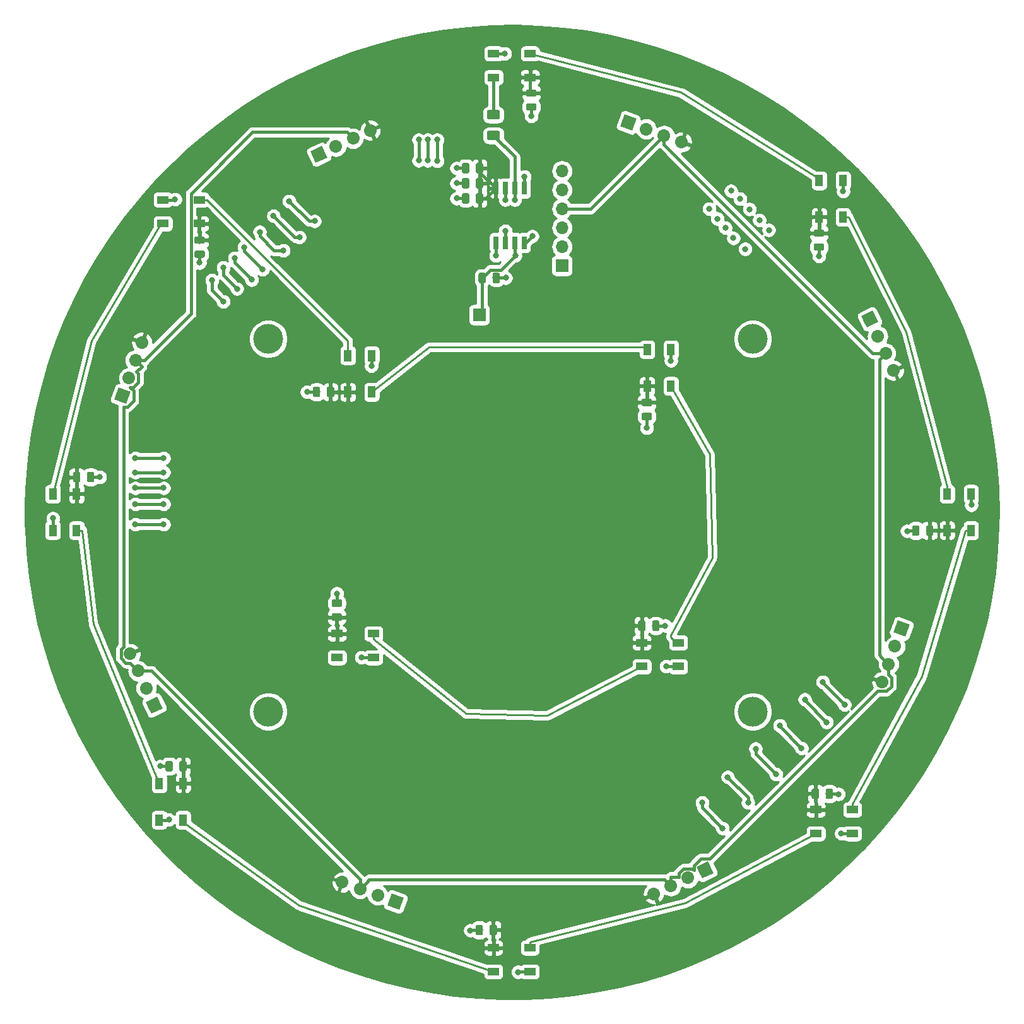
<source format=gbr>
G04 #@! TF.GenerationSoftware,KiCad,Pcbnew,(5.1.2)-2*
G04 #@! TF.CreationDate,2019-09-25T22:48:14-04:00*
G04 #@! TF.ProjectId,LEDWall,4c454457-616c-46c2-9e6b-696361645f70,rev?*
G04 #@! TF.SameCoordinates,Original*
G04 #@! TF.FileFunction,Copper,L1,Top*
G04 #@! TF.FilePolarity,Positive*
%FSLAX46Y46*%
G04 Gerber Fmt 4.6, Leading zero omitted, Abs format (unit mm)*
G04 Created by KiCad (PCBNEW (5.1.2)-2) date 2019-09-25 22:48:14*
%MOMM*%
%LPD*%
G04 APERTURE LIST*
G04 #@! TA.AperFunction,ComponentPad*
%ADD10C,4.000000*%
G04 #@! TD*
G04 #@! TA.AperFunction,ComponentPad*
%ADD11C,1.700000*%
G04 #@! TD*
G04 #@! TA.AperFunction,Conductor*
%ADD12C,0.150000*%
G04 #@! TD*
G04 #@! TA.AperFunction,Conductor*
%ADD13C,1.700000*%
G04 #@! TD*
G04 #@! TA.AperFunction,SMDPad,CuDef*
%ADD14R,1.500000X1.000000*%
G04 #@! TD*
G04 #@! TA.AperFunction,SMDPad,CuDef*
%ADD15C,0.975000*%
G04 #@! TD*
G04 #@! TA.AperFunction,SMDPad,CuDef*
%ADD16R,0.650000X1.700000*%
G04 #@! TD*
G04 #@! TA.AperFunction,SMDPad,CuDef*
%ADD17C,1.250000*%
G04 #@! TD*
G04 #@! TA.AperFunction,ComponentPad*
%ADD18R,1.700000X1.700000*%
G04 #@! TD*
G04 #@! TA.AperFunction,ComponentPad*
%ADD19O,1.700000X1.700000*%
G04 #@! TD*
G04 #@! TA.AperFunction,SMDPad,CuDef*
%ADD20R,1.000000X1.500000*%
G04 #@! TD*
G04 #@! TA.AperFunction,ViaPad*
%ADD21C,0.800000*%
G04 #@! TD*
G04 #@! TA.AperFunction,Conductor*
%ADD22C,0.381000*%
G04 #@! TD*
G04 #@! TA.AperFunction,Conductor*
%ADD23C,0.250000*%
G04 #@! TD*
G04 #@! TA.AperFunction,Conductor*
%ADD24C,0.254000*%
G04 #@! TD*
G04 APERTURE END LIST*
D10*
G04 #@! TO.P,REF\002A\002A,1*
G04 #@! TO.N,N/C*
X104164000Y-116929000D03*
G04 #@! TD*
G04 #@! TO.P,REF\002A\002A,1*
G04 #@! TO.N,N/C*
X169164000Y-116929000D03*
G04 #@! TD*
G04 #@! TO.P,REF\002A\002A,1*
G04 #@! TO.N,N/C*
X104164000Y-66929000D03*
G04 #@! TD*
D11*
G04 #@! TO.P,J2,1*
G04 #@! TO.N,GND*
X152470342Y-37899606D03*
D12*
G04 #@! TD*
G04 #@! TO.N,GND*
G04 #@! TO.C,J2*
G36*
X152978364Y-38989062D02*
G01*
X151380886Y-38407628D01*
X151962320Y-36810150D01*
X153559798Y-37391584D01*
X152978364Y-38989062D01*
X152978364Y-38989062D01*
G37*
D11*
G04 #@! TO.P,J2,2*
G04 #@! TO.N,/SDA*
X154857161Y-38768337D03*
D13*
G04 #@! TD*
G04 #@! TO.N,/SDA*
G04 #@! TO.C,J2*
X154857161Y-38768337D02*
X154857161Y-38768337D01*
D11*
G04 #@! TO.P,J2,3*
G04 #@! TO.N,/SCL*
X157243981Y-39637068D03*
D13*
G04 #@! TD*
G04 #@! TO.N,/SCL*
G04 #@! TO.C,J2*
X157243981Y-39637068D02*
X157243981Y-39637068D01*
D11*
G04 #@! TO.P,J2,4*
G04 #@! TO.N,+5V*
X159630800Y-40505799D03*
D13*
G04 #@! TD*
G04 #@! TO.N,+5V*
G04 #@! TO.C,J2*
X159630800Y-40505799D02*
X159630800Y-40505799D01*
D11*
G04 #@! TO.P,J2,1*
G04 #@! TO.N,GND*
X184856000Y-64254500D03*
D12*
G04 #@! TD*
G04 #@! TO.N,GND*
G04 #@! TO.C,J2*
G36*
X184444864Y-65384087D02*
G01*
X183726413Y-63843364D01*
X185267136Y-63124913D01*
X185985587Y-64665636D01*
X184444864Y-65384087D01*
X184444864Y-65384087D01*
G37*
D11*
G04 #@! TO.P,J2,2*
G04 #@! TO.N,/SDA*
X185929450Y-66556522D03*
D13*
G04 #@! TD*
G04 #@! TO.N,/SDA*
G04 #@! TO.C,J2*
X185929450Y-66556522D02*
X185929450Y-66556522D01*
D11*
G04 #@! TO.P,J2,3*
G04 #@! TO.N,/SCL*
X187002901Y-68858544D03*
D13*
G04 #@! TD*
G04 #@! TO.N,/SCL*
G04 #@! TO.C,J2*
X187002901Y-68858544D02*
X187002901Y-68858544D01*
D11*
G04 #@! TO.P,J2,4*
G04 #@! TO.N,+5V*
X188076351Y-71160565D03*
D13*
G04 #@! TD*
G04 #@! TO.N,+5V*
G04 #@! TO.C,J2*
X188076351Y-71160565D02*
X188076351Y-71160565D01*
D11*
G04 #@! TO.P,J2,1*
G04 #@! TO.N,GND*
X189120394Y-105790342D03*
D12*
G04 #@! TD*
G04 #@! TO.N,GND*
G04 #@! TO.C,J2*
G36*
X188030938Y-106298364D02*
G01*
X188612372Y-104700886D01*
X190209850Y-105282320D01*
X189628416Y-106879798D01*
X188030938Y-106298364D01*
X188030938Y-106298364D01*
G37*
D11*
G04 #@! TO.P,J2,2*
G04 #@! TO.N,/SDA*
X188251663Y-108177161D03*
D13*
G04 #@! TD*
G04 #@! TO.N,/SDA*
G04 #@! TO.C,J2*
X188251663Y-108177161D02*
X188251663Y-108177161D01*
D11*
G04 #@! TO.P,J2,3*
G04 #@! TO.N,/SCL*
X187382932Y-110563981D03*
D13*
G04 #@! TD*
G04 #@! TO.N,/SCL*
G04 #@! TO.C,J2*
X187382932Y-110563981D02*
X187382932Y-110563981D01*
D11*
G04 #@! TO.P,J2,4*
G04 #@! TO.N,+5V*
X186514201Y-112950800D03*
D13*
G04 #@! TD*
G04 #@! TO.N,+5V*
G04 #@! TO.C,J2*
X186514201Y-112950800D02*
X186514201Y-112950800D01*
D11*
G04 #@! TO.P,J2,1*
G04 #@! TO.N,GND*
X162765500Y-138176000D03*
D12*
G04 #@! TD*
G04 #@! TO.N,GND*
G04 #@! TO.C,J2*
G36*
X161635913Y-137764864D02*
G01*
X163176636Y-137046413D01*
X163895087Y-138587136D01*
X162354364Y-139305587D01*
X161635913Y-137764864D01*
X161635913Y-137764864D01*
G37*
D11*
G04 #@! TO.P,J2,2*
G04 #@! TO.N,/SDA*
X160463478Y-139249450D03*
D13*
G04 #@! TD*
G04 #@! TO.N,/SDA*
G04 #@! TO.C,J2*
X160463478Y-139249450D02*
X160463478Y-139249450D01*
D11*
G04 #@! TO.P,J2,3*
G04 #@! TO.N,/SCL*
X158161456Y-140322901D03*
D13*
G04 #@! TD*
G04 #@! TO.N,/SCL*
G04 #@! TO.C,J2*
X158161456Y-140322901D02*
X158161456Y-140322901D01*
D11*
G04 #@! TO.P,J2,4*
G04 #@! TO.N,+5V*
X155859435Y-141396351D03*
D13*
G04 #@! TD*
G04 #@! TO.N,+5V*
G04 #@! TO.C,J2*
X155859435Y-141396351D02*
X155859435Y-141396351D01*
D11*
G04 #@! TO.P,J2,1*
G04 #@! TO.N,GND*
X121229658Y-142440394D03*
D12*
G04 #@! TD*
G04 #@! TO.N,GND*
G04 #@! TO.C,J2*
G36*
X120721636Y-141350938D02*
G01*
X122319114Y-141932372D01*
X121737680Y-143529850D01*
X120140202Y-142948416D01*
X120721636Y-141350938D01*
X120721636Y-141350938D01*
G37*
D11*
G04 #@! TO.P,J2,2*
G04 #@! TO.N,/SDA*
X118842839Y-141571663D03*
D13*
G04 #@! TD*
G04 #@! TO.N,/SDA*
G04 #@! TO.C,J2*
X118842839Y-141571663D02*
X118842839Y-141571663D01*
D11*
G04 #@! TO.P,J2,3*
G04 #@! TO.N,/SCL*
X116456019Y-140702932D03*
D13*
G04 #@! TD*
G04 #@! TO.N,/SCL*
G04 #@! TO.C,J2*
X116456019Y-140702932D02*
X116456019Y-140702932D01*
D11*
G04 #@! TO.P,J2,4*
G04 #@! TO.N,+5V*
X114069200Y-139834201D03*
D13*
G04 #@! TD*
G04 #@! TO.N,+5V*
G04 #@! TO.C,J2*
X114069200Y-139834201D02*
X114069200Y-139834201D01*
D11*
G04 #@! TO.P,J2,1*
G04 #@! TO.N,GND*
X88844000Y-116085500D03*
D12*
G04 #@! TD*
G04 #@! TO.N,GND*
G04 #@! TO.C,J2*
G36*
X89255136Y-114955913D02*
G01*
X89973587Y-116496636D01*
X88432864Y-117215087D01*
X87714413Y-115674364D01*
X89255136Y-114955913D01*
X89255136Y-114955913D01*
G37*
D11*
G04 #@! TO.P,J2,2*
G04 #@! TO.N,/SDA*
X87770550Y-113783478D03*
D13*
G04 #@! TD*
G04 #@! TO.N,/SDA*
G04 #@! TO.C,J2*
X87770550Y-113783478D02*
X87770550Y-113783478D01*
D11*
G04 #@! TO.P,J2,3*
G04 #@! TO.N,/SCL*
X86697099Y-111481456D03*
D13*
G04 #@! TD*
G04 #@! TO.N,/SCL*
G04 #@! TO.C,J2*
X86697099Y-111481456D02*
X86697099Y-111481456D01*
D11*
G04 #@! TO.P,J2,4*
G04 #@! TO.N,+5V*
X85623649Y-109179435D03*
D13*
G04 #@! TD*
G04 #@! TO.N,+5V*
G04 #@! TO.C,J2*
X85623649Y-109179435D02*
X85623649Y-109179435D01*
D11*
G04 #@! TO.P,J2,1*
G04 #@! TO.N,GND*
X84579606Y-74549658D03*
D12*
G04 #@! TD*
G04 #@! TO.N,GND*
G04 #@! TO.C,J2*
G36*
X85669062Y-74041636D02*
G01*
X85087628Y-75639114D01*
X83490150Y-75057680D01*
X84071584Y-73460202D01*
X85669062Y-74041636D01*
X85669062Y-74041636D01*
G37*
D11*
G04 #@! TO.P,J2,2*
G04 #@! TO.N,/SDA*
X85448337Y-72162839D03*
D13*
G04 #@! TD*
G04 #@! TO.N,/SDA*
G04 #@! TO.C,J2*
X85448337Y-72162839D02*
X85448337Y-72162839D01*
D11*
G04 #@! TO.P,J2,3*
G04 #@! TO.N,/SCL*
X86317068Y-69776019D03*
D13*
G04 #@! TD*
G04 #@! TO.N,/SCL*
G04 #@! TO.C,J2*
X86317068Y-69776019D02*
X86317068Y-69776019D01*
D11*
G04 #@! TO.P,J2,4*
G04 #@! TO.N,+5V*
X87185799Y-67389200D03*
D13*
G04 #@! TD*
G04 #@! TO.N,+5V*
G04 #@! TO.C,J2*
X87185799Y-67389200D02*
X87185799Y-67389200D01*
D14*
G04 #@! TO.P,D12,1*
G04 #@! TO.N,+5V*
X113374000Y-106477000D03*
G04 #@! TO.P,D12,2*
G04 #@! TO.N,Net-(D12-Pad2)*
X113374000Y-109677000D03*
G04 #@! TO.P,D12,4*
G04 #@! TO.N,Net-(D11-Pad2)*
X118274000Y-106477000D03*
G04 #@! TO.P,D12,3*
G04 #@! TO.N,GND*
X118274000Y-109677000D03*
G04 #@! TD*
G04 #@! TO.P,D11,1*
G04 #@! TO.N,+5V*
X154268000Y-107683500D03*
G04 #@! TO.P,D11,2*
G04 #@! TO.N,Net-(D11-Pad2)*
X154268000Y-110883500D03*
G04 #@! TO.P,D11,4*
G04 #@! TO.N,Net-(D10-Pad2)*
X159168000Y-107683500D03*
G04 #@! TO.P,D11,3*
G04 #@! TO.N,GND*
X159168000Y-110883500D03*
G04 #@! TD*
D12*
G04 #@! TO.N,GND*
G04 #@! TO.C,C12*
G36*
X113827642Y-101890674D02*
G01*
X113851303Y-101894184D01*
X113874507Y-101899996D01*
X113897029Y-101908054D01*
X113918653Y-101918282D01*
X113939170Y-101930579D01*
X113958383Y-101944829D01*
X113976107Y-101960893D01*
X113992171Y-101978617D01*
X114006421Y-101997830D01*
X114018718Y-102018347D01*
X114028946Y-102039971D01*
X114037004Y-102062493D01*
X114042816Y-102085697D01*
X114046326Y-102109358D01*
X114047500Y-102133250D01*
X114047500Y-102620750D01*
X114046326Y-102644642D01*
X114042816Y-102668303D01*
X114037004Y-102691507D01*
X114028946Y-102714029D01*
X114018718Y-102735653D01*
X114006421Y-102756170D01*
X113992171Y-102775383D01*
X113976107Y-102793107D01*
X113958383Y-102809171D01*
X113939170Y-102823421D01*
X113918653Y-102835718D01*
X113897029Y-102845946D01*
X113874507Y-102854004D01*
X113851303Y-102859816D01*
X113827642Y-102863326D01*
X113803750Y-102864500D01*
X112891250Y-102864500D01*
X112867358Y-102863326D01*
X112843697Y-102859816D01*
X112820493Y-102854004D01*
X112797971Y-102845946D01*
X112776347Y-102835718D01*
X112755830Y-102823421D01*
X112736617Y-102809171D01*
X112718893Y-102793107D01*
X112702829Y-102775383D01*
X112688579Y-102756170D01*
X112676282Y-102735653D01*
X112666054Y-102714029D01*
X112657996Y-102691507D01*
X112652184Y-102668303D01*
X112648674Y-102644642D01*
X112647500Y-102620750D01*
X112647500Y-102133250D01*
X112648674Y-102109358D01*
X112652184Y-102085697D01*
X112657996Y-102062493D01*
X112666054Y-102039971D01*
X112676282Y-102018347D01*
X112688579Y-101997830D01*
X112702829Y-101978617D01*
X112718893Y-101960893D01*
X112736617Y-101944829D01*
X112755830Y-101930579D01*
X112776347Y-101918282D01*
X112797971Y-101908054D01*
X112820493Y-101899996D01*
X112843697Y-101894184D01*
X112867358Y-101890674D01*
X112891250Y-101889500D01*
X113803750Y-101889500D01*
X113827642Y-101890674D01*
X113827642Y-101890674D01*
G37*
D15*
G04 #@! TD*
G04 #@! TO.P,C12,2*
G04 #@! TO.N,GND*
X113347500Y-102377000D03*
D12*
G04 #@! TO.N,+5V*
G04 #@! TO.C,C12*
G36*
X113827642Y-103765674D02*
G01*
X113851303Y-103769184D01*
X113874507Y-103774996D01*
X113897029Y-103783054D01*
X113918653Y-103793282D01*
X113939170Y-103805579D01*
X113958383Y-103819829D01*
X113976107Y-103835893D01*
X113992171Y-103853617D01*
X114006421Y-103872830D01*
X114018718Y-103893347D01*
X114028946Y-103914971D01*
X114037004Y-103937493D01*
X114042816Y-103960697D01*
X114046326Y-103984358D01*
X114047500Y-104008250D01*
X114047500Y-104495750D01*
X114046326Y-104519642D01*
X114042816Y-104543303D01*
X114037004Y-104566507D01*
X114028946Y-104589029D01*
X114018718Y-104610653D01*
X114006421Y-104631170D01*
X113992171Y-104650383D01*
X113976107Y-104668107D01*
X113958383Y-104684171D01*
X113939170Y-104698421D01*
X113918653Y-104710718D01*
X113897029Y-104720946D01*
X113874507Y-104729004D01*
X113851303Y-104734816D01*
X113827642Y-104738326D01*
X113803750Y-104739500D01*
X112891250Y-104739500D01*
X112867358Y-104738326D01*
X112843697Y-104734816D01*
X112820493Y-104729004D01*
X112797971Y-104720946D01*
X112776347Y-104710718D01*
X112755830Y-104698421D01*
X112736617Y-104684171D01*
X112718893Y-104668107D01*
X112702829Y-104650383D01*
X112688579Y-104631170D01*
X112676282Y-104610653D01*
X112666054Y-104589029D01*
X112657996Y-104566507D01*
X112652184Y-104543303D01*
X112648674Y-104519642D01*
X112647500Y-104495750D01*
X112647500Y-104008250D01*
X112648674Y-103984358D01*
X112652184Y-103960697D01*
X112657996Y-103937493D01*
X112666054Y-103914971D01*
X112676282Y-103893347D01*
X112688579Y-103872830D01*
X112702829Y-103853617D01*
X112718893Y-103835893D01*
X112736617Y-103819829D01*
X112755830Y-103805579D01*
X112776347Y-103793282D01*
X112797971Y-103783054D01*
X112820493Y-103774996D01*
X112843697Y-103769184D01*
X112867358Y-103765674D01*
X112891250Y-103764500D01*
X113803750Y-103764500D01*
X113827642Y-103765674D01*
X113827642Y-103765674D01*
G37*
D15*
G04 #@! TD*
G04 #@! TO.P,C12,1*
G04 #@! TO.N,+5V*
X113347500Y-104252000D03*
D12*
G04 #@! TO.N,GND*
G04 #@! TO.C,C11*
G36*
X156414142Y-104711174D02*
G01*
X156437803Y-104714684D01*
X156461007Y-104720496D01*
X156483529Y-104728554D01*
X156505153Y-104738782D01*
X156525670Y-104751079D01*
X156544883Y-104765329D01*
X156562607Y-104781393D01*
X156578671Y-104799117D01*
X156592921Y-104818330D01*
X156605218Y-104838847D01*
X156615446Y-104860471D01*
X156623504Y-104882993D01*
X156629316Y-104906197D01*
X156632826Y-104929858D01*
X156634000Y-104953750D01*
X156634000Y-105866250D01*
X156632826Y-105890142D01*
X156629316Y-105913803D01*
X156623504Y-105937007D01*
X156615446Y-105959529D01*
X156605218Y-105981153D01*
X156592921Y-106001670D01*
X156578671Y-106020883D01*
X156562607Y-106038607D01*
X156544883Y-106054671D01*
X156525670Y-106068921D01*
X156505153Y-106081218D01*
X156483529Y-106091446D01*
X156461007Y-106099504D01*
X156437803Y-106105316D01*
X156414142Y-106108826D01*
X156390250Y-106110000D01*
X155902750Y-106110000D01*
X155878858Y-106108826D01*
X155855197Y-106105316D01*
X155831993Y-106099504D01*
X155809471Y-106091446D01*
X155787847Y-106081218D01*
X155767330Y-106068921D01*
X155748117Y-106054671D01*
X155730393Y-106038607D01*
X155714329Y-106020883D01*
X155700079Y-106001670D01*
X155687782Y-105981153D01*
X155677554Y-105959529D01*
X155669496Y-105937007D01*
X155663684Y-105913803D01*
X155660174Y-105890142D01*
X155659000Y-105866250D01*
X155659000Y-104953750D01*
X155660174Y-104929858D01*
X155663684Y-104906197D01*
X155669496Y-104882993D01*
X155677554Y-104860471D01*
X155687782Y-104838847D01*
X155700079Y-104818330D01*
X155714329Y-104799117D01*
X155730393Y-104781393D01*
X155748117Y-104765329D01*
X155767330Y-104751079D01*
X155787847Y-104738782D01*
X155809471Y-104728554D01*
X155831993Y-104720496D01*
X155855197Y-104714684D01*
X155878858Y-104711174D01*
X155902750Y-104710000D01*
X156390250Y-104710000D01*
X156414142Y-104711174D01*
X156414142Y-104711174D01*
G37*
D15*
G04 #@! TD*
G04 #@! TO.P,C11,2*
G04 #@! TO.N,GND*
X156146500Y-105410000D03*
D12*
G04 #@! TO.N,+5V*
G04 #@! TO.C,C11*
G36*
X154539142Y-104711174D02*
G01*
X154562803Y-104714684D01*
X154586007Y-104720496D01*
X154608529Y-104728554D01*
X154630153Y-104738782D01*
X154650670Y-104751079D01*
X154669883Y-104765329D01*
X154687607Y-104781393D01*
X154703671Y-104799117D01*
X154717921Y-104818330D01*
X154730218Y-104838847D01*
X154740446Y-104860471D01*
X154748504Y-104882993D01*
X154754316Y-104906197D01*
X154757826Y-104929858D01*
X154759000Y-104953750D01*
X154759000Y-105866250D01*
X154757826Y-105890142D01*
X154754316Y-105913803D01*
X154748504Y-105937007D01*
X154740446Y-105959529D01*
X154730218Y-105981153D01*
X154717921Y-106001670D01*
X154703671Y-106020883D01*
X154687607Y-106038607D01*
X154669883Y-106054671D01*
X154650670Y-106068921D01*
X154630153Y-106081218D01*
X154608529Y-106091446D01*
X154586007Y-106099504D01*
X154562803Y-106105316D01*
X154539142Y-106108826D01*
X154515250Y-106110000D01*
X154027750Y-106110000D01*
X154003858Y-106108826D01*
X153980197Y-106105316D01*
X153956993Y-106099504D01*
X153934471Y-106091446D01*
X153912847Y-106081218D01*
X153892330Y-106068921D01*
X153873117Y-106054671D01*
X153855393Y-106038607D01*
X153839329Y-106020883D01*
X153825079Y-106001670D01*
X153812782Y-105981153D01*
X153802554Y-105959529D01*
X153794496Y-105937007D01*
X153788684Y-105913803D01*
X153785174Y-105890142D01*
X153784000Y-105866250D01*
X153784000Y-104953750D01*
X153785174Y-104929858D01*
X153788684Y-104906197D01*
X153794496Y-104882993D01*
X153802554Y-104860471D01*
X153812782Y-104838847D01*
X153825079Y-104818330D01*
X153839329Y-104799117D01*
X153855393Y-104781393D01*
X153873117Y-104765329D01*
X153892330Y-104751079D01*
X153912847Y-104738782D01*
X153934471Y-104728554D01*
X153956993Y-104720496D01*
X153980197Y-104714684D01*
X154003858Y-104711174D01*
X154027750Y-104710000D01*
X154515250Y-104710000D01*
X154539142Y-104711174D01*
X154539142Y-104711174D01*
G37*
D15*
G04 #@! TD*
G04 #@! TO.P,C11,1*
G04 #@! TO.N,+5V*
X154271500Y-105410000D03*
D16*
G04 #@! TO.P,U1,8*
G04 #@! TO.N,+5V*
X134683500Y-46705500D03*
G04 #@! TO.P,U1,7*
G04 #@! TO.N,/SCL*
X135953500Y-46705500D03*
G04 #@! TO.P,U1,6*
G04 #@! TO.N,Net-(J1-Pad5)*
X137223500Y-46705500D03*
G04 #@! TO.P,U1,5*
G04 #@! TO.N,/SDA*
X138493500Y-46705500D03*
G04 #@! TO.P,U1,4*
G04 #@! TO.N,GND*
X138493500Y-54005500D03*
G04 #@! TO.P,U1,3*
G04 #@! TO.N,Net-(J1-Pad2)*
X137223500Y-54005500D03*
G04 #@! TO.P,U1,2*
G04 #@! TO.N,Net-(J1-Pad3)*
X135953500Y-54005500D03*
G04 #@! TO.P,U1,1*
G04 #@! TO.N,Net-(J1-Pad1)*
X134683500Y-54005500D03*
G04 #@! TD*
D12*
G04 #@! TO.N,Net-(J1-Pad5)*
G04 #@! TO.C,R2*
G36*
X135015504Y-39003204D02*
G01*
X135039773Y-39006804D01*
X135063571Y-39012765D01*
X135086671Y-39021030D01*
X135108849Y-39031520D01*
X135129893Y-39044133D01*
X135149598Y-39058747D01*
X135167777Y-39075223D01*
X135184253Y-39093402D01*
X135198867Y-39113107D01*
X135211480Y-39134151D01*
X135221970Y-39156329D01*
X135230235Y-39179429D01*
X135236196Y-39203227D01*
X135239796Y-39227496D01*
X135241000Y-39252000D01*
X135241000Y-40002000D01*
X135239796Y-40026504D01*
X135236196Y-40050773D01*
X135230235Y-40074571D01*
X135221970Y-40097671D01*
X135211480Y-40119849D01*
X135198867Y-40140893D01*
X135184253Y-40160598D01*
X135167777Y-40178777D01*
X135149598Y-40195253D01*
X135129893Y-40209867D01*
X135108849Y-40222480D01*
X135086671Y-40232970D01*
X135063571Y-40241235D01*
X135039773Y-40247196D01*
X135015504Y-40250796D01*
X134991000Y-40252000D01*
X133741000Y-40252000D01*
X133716496Y-40250796D01*
X133692227Y-40247196D01*
X133668429Y-40241235D01*
X133645329Y-40232970D01*
X133623151Y-40222480D01*
X133602107Y-40209867D01*
X133582402Y-40195253D01*
X133564223Y-40178777D01*
X133547747Y-40160598D01*
X133533133Y-40140893D01*
X133520520Y-40119849D01*
X133510030Y-40097671D01*
X133501765Y-40074571D01*
X133495804Y-40050773D01*
X133492204Y-40026504D01*
X133491000Y-40002000D01*
X133491000Y-39252000D01*
X133492204Y-39227496D01*
X133495804Y-39203227D01*
X133501765Y-39179429D01*
X133510030Y-39156329D01*
X133520520Y-39134151D01*
X133533133Y-39113107D01*
X133547747Y-39093402D01*
X133564223Y-39075223D01*
X133582402Y-39058747D01*
X133602107Y-39044133D01*
X133623151Y-39031520D01*
X133645329Y-39021030D01*
X133668429Y-39012765D01*
X133692227Y-39006804D01*
X133716496Y-39003204D01*
X133741000Y-39002000D01*
X134991000Y-39002000D01*
X135015504Y-39003204D01*
X135015504Y-39003204D01*
G37*
D17*
G04 #@! TD*
G04 #@! TO.P,R2,2*
G04 #@! TO.N,Net-(J1-Pad5)*
X134366000Y-39627000D03*
D12*
G04 #@! TO.N,Net-(D1-Pad4)*
G04 #@! TO.C,R2*
G36*
X135015504Y-36203204D02*
G01*
X135039773Y-36206804D01*
X135063571Y-36212765D01*
X135086671Y-36221030D01*
X135108849Y-36231520D01*
X135129893Y-36244133D01*
X135149598Y-36258747D01*
X135167777Y-36275223D01*
X135184253Y-36293402D01*
X135198867Y-36313107D01*
X135211480Y-36334151D01*
X135221970Y-36356329D01*
X135230235Y-36379429D01*
X135236196Y-36403227D01*
X135239796Y-36427496D01*
X135241000Y-36452000D01*
X135241000Y-37202000D01*
X135239796Y-37226504D01*
X135236196Y-37250773D01*
X135230235Y-37274571D01*
X135221970Y-37297671D01*
X135211480Y-37319849D01*
X135198867Y-37340893D01*
X135184253Y-37360598D01*
X135167777Y-37378777D01*
X135149598Y-37395253D01*
X135129893Y-37409867D01*
X135108849Y-37422480D01*
X135086671Y-37432970D01*
X135063571Y-37441235D01*
X135039773Y-37447196D01*
X135015504Y-37450796D01*
X134991000Y-37452000D01*
X133741000Y-37452000D01*
X133716496Y-37450796D01*
X133692227Y-37447196D01*
X133668429Y-37441235D01*
X133645329Y-37432970D01*
X133623151Y-37422480D01*
X133602107Y-37409867D01*
X133582402Y-37395253D01*
X133564223Y-37378777D01*
X133547747Y-37360598D01*
X133533133Y-37340893D01*
X133520520Y-37319849D01*
X133510030Y-37297671D01*
X133501765Y-37274571D01*
X133495804Y-37250773D01*
X133492204Y-37226504D01*
X133491000Y-37202000D01*
X133491000Y-36452000D01*
X133492204Y-36427496D01*
X133495804Y-36403227D01*
X133501765Y-36379429D01*
X133510030Y-36356329D01*
X133520520Y-36334151D01*
X133533133Y-36313107D01*
X133547747Y-36293402D01*
X133564223Y-36275223D01*
X133582402Y-36258747D01*
X133602107Y-36244133D01*
X133623151Y-36231520D01*
X133645329Y-36221030D01*
X133668429Y-36212765D01*
X133692227Y-36206804D01*
X133716496Y-36203204D01*
X133741000Y-36202000D01*
X134991000Y-36202000D01*
X135015504Y-36203204D01*
X135015504Y-36203204D01*
G37*
D17*
G04 #@! TD*
G04 #@! TO.P,R2,1*
G04 #@! TO.N,Net-(D1-Pad4)*
X134366000Y-36827000D03*
D12*
G04 #@! TO.N,Net-(J1-Pad1)*
G04 #@! TO.C,R1*
G36*
X134999642Y-58038674D02*
G01*
X135023303Y-58042184D01*
X135046507Y-58047996D01*
X135069029Y-58056054D01*
X135090653Y-58066282D01*
X135111170Y-58078579D01*
X135130383Y-58092829D01*
X135148107Y-58108893D01*
X135164171Y-58126617D01*
X135178421Y-58145830D01*
X135190718Y-58166347D01*
X135200946Y-58187971D01*
X135209004Y-58210493D01*
X135214816Y-58233697D01*
X135218326Y-58257358D01*
X135219500Y-58281250D01*
X135219500Y-59193750D01*
X135218326Y-59217642D01*
X135214816Y-59241303D01*
X135209004Y-59264507D01*
X135200946Y-59287029D01*
X135190718Y-59308653D01*
X135178421Y-59329170D01*
X135164171Y-59348383D01*
X135148107Y-59366107D01*
X135130383Y-59382171D01*
X135111170Y-59396421D01*
X135090653Y-59408718D01*
X135069029Y-59418946D01*
X135046507Y-59427004D01*
X135023303Y-59432816D01*
X134999642Y-59436326D01*
X134975750Y-59437500D01*
X134488250Y-59437500D01*
X134464358Y-59436326D01*
X134440697Y-59432816D01*
X134417493Y-59427004D01*
X134394971Y-59418946D01*
X134373347Y-59408718D01*
X134352830Y-59396421D01*
X134333617Y-59382171D01*
X134315893Y-59366107D01*
X134299829Y-59348383D01*
X134285579Y-59329170D01*
X134273282Y-59308653D01*
X134263054Y-59287029D01*
X134254996Y-59264507D01*
X134249184Y-59241303D01*
X134245674Y-59217642D01*
X134244500Y-59193750D01*
X134244500Y-58281250D01*
X134245674Y-58257358D01*
X134249184Y-58233697D01*
X134254996Y-58210493D01*
X134263054Y-58187971D01*
X134273282Y-58166347D01*
X134285579Y-58145830D01*
X134299829Y-58126617D01*
X134315893Y-58108893D01*
X134333617Y-58092829D01*
X134352830Y-58078579D01*
X134373347Y-58066282D01*
X134394971Y-58056054D01*
X134417493Y-58047996D01*
X134440697Y-58042184D01*
X134464358Y-58038674D01*
X134488250Y-58037500D01*
X134975750Y-58037500D01*
X134999642Y-58038674D01*
X134999642Y-58038674D01*
G37*
D15*
G04 #@! TD*
G04 #@! TO.P,R1,2*
G04 #@! TO.N,Net-(J1-Pad1)*
X134732000Y-58737500D03*
D12*
G04 #@! TO.N,Net-(J1-Pad2)*
G04 #@! TO.C,R1*
G36*
X133124642Y-58038674D02*
G01*
X133148303Y-58042184D01*
X133171507Y-58047996D01*
X133194029Y-58056054D01*
X133215653Y-58066282D01*
X133236170Y-58078579D01*
X133255383Y-58092829D01*
X133273107Y-58108893D01*
X133289171Y-58126617D01*
X133303421Y-58145830D01*
X133315718Y-58166347D01*
X133325946Y-58187971D01*
X133334004Y-58210493D01*
X133339816Y-58233697D01*
X133343326Y-58257358D01*
X133344500Y-58281250D01*
X133344500Y-59193750D01*
X133343326Y-59217642D01*
X133339816Y-59241303D01*
X133334004Y-59264507D01*
X133325946Y-59287029D01*
X133315718Y-59308653D01*
X133303421Y-59329170D01*
X133289171Y-59348383D01*
X133273107Y-59366107D01*
X133255383Y-59382171D01*
X133236170Y-59396421D01*
X133215653Y-59408718D01*
X133194029Y-59418946D01*
X133171507Y-59427004D01*
X133148303Y-59432816D01*
X133124642Y-59436326D01*
X133100750Y-59437500D01*
X132613250Y-59437500D01*
X132589358Y-59436326D01*
X132565697Y-59432816D01*
X132542493Y-59427004D01*
X132519971Y-59418946D01*
X132498347Y-59408718D01*
X132477830Y-59396421D01*
X132458617Y-59382171D01*
X132440893Y-59366107D01*
X132424829Y-59348383D01*
X132410579Y-59329170D01*
X132398282Y-59308653D01*
X132388054Y-59287029D01*
X132379996Y-59264507D01*
X132374184Y-59241303D01*
X132370674Y-59217642D01*
X132369500Y-59193750D01*
X132369500Y-58281250D01*
X132370674Y-58257358D01*
X132374184Y-58233697D01*
X132379996Y-58210493D01*
X132388054Y-58187971D01*
X132398282Y-58166347D01*
X132410579Y-58145830D01*
X132424829Y-58126617D01*
X132440893Y-58108893D01*
X132458617Y-58092829D01*
X132477830Y-58078579D01*
X132498347Y-58066282D01*
X132519971Y-58056054D01*
X132542493Y-58047996D01*
X132565697Y-58042184D01*
X132589358Y-58038674D01*
X132613250Y-58037500D01*
X133100750Y-58037500D01*
X133124642Y-58038674D01*
X133124642Y-58038674D01*
G37*
D15*
G04 #@! TD*
G04 #@! TO.P,R1,1*
G04 #@! TO.N,Net-(J1-Pad2)*
X132857000Y-58737500D03*
D18*
G04 #@! TO.P,J3,1*
G04 #@! TO.N,Net-(J1-Pad2)*
X132461000Y-63690500D03*
G04 #@! TD*
D11*
G04 #@! TO.P,J2,4*
G04 #@! TO.N,+5V*
X117840565Y-38943649D03*
D13*
G04 #@! TD*
G04 #@! TO.N,+5V*
G04 #@! TO.C,J2*
X117840565Y-38943649D02*
X117840565Y-38943649D01*
D11*
G04 #@! TO.P,J2,3*
G04 #@! TO.N,/SCL*
X115538544Y-40017099D03*
D13*
G04 #@! TD*
G04 #@! TO.N,/SCL*
G04 #@! TO.C,J2*
X115538544Y-40017099D02*
X115538544Y-40017099D01*
D11*
G04 #@! TO.P,J2,2*
G04 #@! TO.N,/SDA*
X113236522Y-41090550D03*
D13*
G04 #@! TD*
G04 #@! TO.N,/SDA*
G04 #@! TO.C,J2*
X113236522Y-41090550D02*
X113236522Y-41090550D01*
D11*
G04 #@! TO.P,J2,1*
G04 #@! TO.N,GND*
X110934500Y-42164000D03*
D12*
G04 #@! TD*
G04 #@! TO.N,GND*
G04 #@! TO.C,J2*
G36*
X112064087Y-42575136D02*
G01*
X110523364Y-43293587D01*
X109804913Y-41752864D01*
X111345636Y-41034413D01*
X112064087Y-42575136D01*
X112064087Y-42575136D01*
G37*
D19*
G04 #@! TO.P,J1,6*
G04 #@! TO.N,/SDA*
X143573500Y-44386500D03*
G04 #@! TO.P,J1,5*
G04 #@! TO.N,Net-(J1-Pad5)*
X143573500Y-46926500D03*
G04 #@! TO.P,J1,4*
G04 #@! TO.N,/SCL*
X143573500Y-49466500D03*
G04 #@! TO.P,J1,3*
G04 #@! TO.N,Net-(J1-Pad3)*
X143573500Y-52006500D03*
G04 #@! TO.P,J1,2*
G04 #@! TO.N,Net-(J1-Pad2)*
X143573500Y-54546500D03*
D18*
G04 #@! TO.P,J1,1*
G04 #@! TO.N,Net-(J1-Pad1)*
X143573500Y-57086500D03*
G04 #@! TD*
D20*
G04 #@! TO.P,D10,1*
G04 #@! TO.N,+5V*
X154991000Y-73252500D03*
G04 #@! TO.P,D10,2*
G04 #@! TO.N,Net-(D10-Pad2)*
X158191000Y-73252500D03*
G04 #@! TO.P,D10,4*
G04 #@! TO.N,Net-(D10-Pad4)*
X154991000Y-68352500D03*
G04 #@! TO.P,D10,3*
G04 #@! TO.N,GND*
X158191000Y-68352500D03*
G04 #@! TD*
G04 #@! TO.P,D9,1*
G04 #@! TO.N,+5V*
X114832500Y-74065500D03*
G04 #@! TO.P,D9,2*
G04 #@! TO.N,Net-(D10-Pad4)*
X118032500Y-74065500D03*
G04 #@! TO.P,D9,4*
G04 #@! TO.N,Net-(D8-Pad2)*
X114832500Y-69165500D03*
G04 #@! TO.P,D9,3*
G04 #@! TO.N,GND*
X118032500Y-69165500D03*
G04 #@! TD*
D14*
G04 #@! TO.P,D8,1*
G04 #@! TO.N,+5V*
X94906000Y-51447500D03*
G04 #@! TO.P,D8,2*
G04 #@! TO.N,Net-(D8-Pad2)*
X94906000Y-48247500D03*
G04 #@! TO.P,D8,4*
G04 #@! TO.N,Net-(D7-Pad2)*
X90006000Y-51447500D03*
G04 #@! TO.P,D8,3*
G04 #@! TO.N,GND*
X90006000Y-48247500D03*
G04 #@! TD*
D20*
G04 #@! TO.P,D7,1*
G04 #@! TO.N,+5V*
X78435000Y-87720000D03*
G04 #@! TO.P,D7,2*
G04 #@! TO.N,Net-(D7-Pad2)*
X75235000Y-87720000D03*
G04 #@! TO.P,D7,4*
G04 #@! TO.N,Net-(D6-Pad2)*
X78435000Y-92620000D03*
G04 #@! TO.P,D7,3*
G04 #@! TO.N,GND*
X75235000Y-92620000D03*
G04 #@! TD*
G04 #@! TO.P,D6,1*
G04 #@! TO.N,+5V*
X92722500Y-126582000D03*
G04 #@! TO.P,D6,2*
G04 #@! TO.N,Net-(D6-Pad2)*
X89522500Y-126582000D03*
G04 #@! TO.P,D6,4*
G04 #@! TO.N,Net-(D5-Pad2)*
X92722500Y-131482000D03*
G04 #@! TO.P,D6,3*
G04 #@! TO.N,GND*
X89522500Y-131482000D03*
G04 #@! TD*
D14*
G04 #@! TO.P,D5,1*
G04 #@! TO.N,+5V*
X134366000Y-148628500D03*
G04 #@! TO.P,D5,2*
G04 #@! TO.N,Net-(D5-Pad2)*
X134366000Y-151828500D03*
G04 #@! TO.P,D5,4*
G04 #@! TO.N,Net-(D4-Pad2)*
X139266000Y-148628500D03*
G04 #@! TO.P,D5,3*
G04 #@! TO.N,GND*
X139266000Y-151828500D03*
G04 #@! TD*
G04 #@! TO.P,D4,1*
G04 #@! TO.N,+5V*
X177636000Y-130099000D03*
G04 #@! TO.P,D4,2*
G04 #@! TO.N,Net-(D4-Pad2)*
X177636000Y-133299000D03*
G04 #@! TO.P,D4,4*
G04 #@! TO.N,Net-(D3-Pad2)*
X182536000Y-130099000D03*
G04 #@! TO.P,D4,3*
G04 #@! TO.N,GND*
X182536000Y-133299000D03*
G04 #@! TD*
D20*
G04 #@! TO.P,D3,1*
G04 #@! TO.N,+5V*
X195250000Y-92620000D03*
G04 #@! TO.P,D3,2*
G04 #@! TO.N,Net-(D3-Pad2)*
X198450000Y-92620000D03*
G04 #@! TO.P,D3,4*
G04 #@! TO.N,Net-(D2-Pad2)*
X195250000Y-87720000D03*
G04 #@! TO.P,D3,3*
G04 #@! TO.N,GND*
X198450000Y-87720000D03*
G04 #@! TD*
G04 #@! TO.P,D2,1*
G04 #@! TO.N,+5V*
X178078500Y-50570500D03*
G04 #@! TO.P,D2,2*
G04 #@! TO.N,Net-(D2-Pad2)*
X181278500Y-50570500D03*
G04 #@! TO.P,D2,4*
G04 #@! TO.N,Net-(D1-Pad2)*
X178078500Y-45670500D03*
G04 #@! TO.P,D2,3*
G04 #@! TO.N,GND*
X181278500Y-45670500D03*
G04 #@! TD*
D14*
G04 #@! TO.P,D1,1*
G04 #@! TO.N,+5V*
X139292500Y-31826000D03*
G04 #@! TO.P,D1,2*
G04 #@! TO.N,Net-(D1-Pad2)*
X139292500Y-28626000D03*
G04 #@! TO.P,D1,4*
G04 #@! TO.N,Net-(D1-Pad4)*
X134392500Y-31826000D03*
G04 #@! TO.P,D1,3*
G04 #@! TO.N,GND*
X134392500Y-28626000D03*
G04 #@! TD*
D12*
G04 #@! TO.N,GND*
G04 #@! TO.C,C15*
G36*
X130902142Y-47370674D02*
G01*
X130925803Y-47374184D01*
X130949007Y-47379996D01*
X130971529Y-47388054D01*
X130993153Y-47398282D01*
X131013670Y-47410579D01*
X131032883Y-47424829D01*
X131050607Y-47440893D01*
X131066671Y-47458617D01*
X131080921Y-47477830D01*
X131093218Y-47498347D01*
X131103446Y-47519971D01*
X131111504Y-47542493D01*
X131117316Y-47565697D01*
X131120826Y-47589358D01*
X131122000Y-47613250D01*
X131122000Y-48525750D01*
X131120826Y-48549642D01*
X131117316Y-48573303D01*
X131111504Y-48596507D01*
X131103446Y-48619029D01*
X131093218Y-48640653D01*
X131080921Y-48661170D01*
X131066671Y-48680383D01*
X131050607Y-48698107D01*
X131032883Y-48714171D01*
X131013670Y-48728421D01*
X130993153Y-48740718D01*
X130971529Y-48750946D01*
X130949007Y-48759004D01*
X130925803Y-48764816D01*
X130902142Y-48768326D01*
X130878250Y-48769500D01*
X130390750Y-48769500D01*
X130366858Y-48768326D01*
X130343197Y-48764816D01*
X130319993Y-48759004D01*
X130297471Y-48750946D01*
X130275847Y-48740718D01*
X130255330Y-48728421D01*
X130236117Y-48714171D01*
X130218393Y-48698107D01*
X130202329Y-48680383D01*
X130188079Y-48661170D01*
X130175782Y-48640653D01*
X130165554Y-48619029D01*
X130157496Y-48596507D01*
X130151684Y-48573303D01*
X130148174Y-48549642D01*
X130147000Y-48525750D01*
X130147000Y-47613250D01*
X130148174Y-47589358D01*
X130151684Y-47565697D01*
X130157496Y-47542493D01*
X130165554Y-47519971D01*
X130175782Y-47498347D01*
X130188079Y-47477830D01*
X130202329Y-47458617D01*
X130218393Y-47440893D01*
X130236117Y-47424829D01*
X130255330Y-47410579D01*
X130275847Y-47398282D01*
X130297471Y-47388054D01*
X130319993Y-47379996D01*
X130343197Y-47374184D01*
X130366858Y-47370674D01*
X130390750Y-47369500D01*
X130878250Y-47369500D01*
X130902142Y-47370674D01*
X130902142Y-47370674D01*
G37*
D15*
G04 #@! TD*
G04 #@! TO.P,C15,2*
G04 #@! TO.N,GND*
X130634500Y-48069500D03*
D12*
G04 #@! TO.N,+5V*
G04 #@! TO.C,C15*
G36*
X132777142Y-47370674D02*
G01*
X132800803Y-47374184D01*
X132824007Y-47379996D01*
X132846529Y-47388054D01*
X132868153Y-47398282D01*
X132888670Y-47410579D01*
X132907883Y-47424829D01*
X132925607Y-47440893D01*
X132941671Y-47458617D01*
X132955921Y-47477830D01*
X132968218Y-47498347D01*
X132978446Y-47519971D01*
X132986504Y-47542493D01*
X132992316Y-47565697D01*
X132995826Y-47589358D01*
X132997000Y-47613250D01*
X132997000Y-48525750D01*
X132995826Y-48549642D01*
X132992316Y-48573303D01*
X132986504Y-48596507D01*
X132978446Y-48619029D01*
X132968218Y-48640653D01*
X132955921Y-48661170D01*
X132941671Y-48680383D01*
X132925607Y-48698107D01*
X132907883Y-48714171D01*
X132888670Y-48728421D01*
X132868153Y-48740718D01*
X132846529Y-48750946D01*
X132824007Y-48759004D01*
X132800803Y-48764816D01*
X132777142Y-48768326D01*
X132753250Y-48769500D01*
X132265750Y-48769500D01*
X132241858Y-48768326D01*
X132218197Y-48764816D01*
X132194993Y-48759004D01*
X132172471Y-48750946D01*
X132150847Y-48740718D01*
X132130330Y-48728421D01*
X132111117Y-48714171D01*
X132093393Y-48698107D01*
X132077329Y-48680383D01*
X132063079Y-48661170D01*
X132050782Y-48640653D01*
X132040554Y-48619029D01*
X132032496Y-48596507D01*
X132026684Y-48573303D01*
X132023174Y-48549642D01*
X132022000Y-48525750D01*
X132022000Y-47613250D01*
X132023174Y-47589358D01*
X132026684Y-47565697D01*
X132032496Y-47542493D01*
X132040554Y-47519971D01*
X132050782Y-47498347D01*
X132063079Y-47477830D01*
X132077329Y-47458617D01*
X132093393Y-47440893D01*
X132111117Y-47424829D01*
X132130330Y-47410579D01*
X132150847Y-47398282D01*
X132172471Y-47388054D01*
X132194993Y-47379996D01*
X132218197Y-47374184D01*
X132241858Y-47370674D01*
X132265750Y-47369500D01*
X132753250Y-47369500D01*
X132777142Y-47370674D01*
X132777142Y-47370674D01*
G37*
D15*
G04 #@! TD*
G04 #@! TO.P,C15,1*
G04 #@! TO.N,+5V*
X132509500Y-48069500D03*
D12*
G04 #@! TO.N,GND*
G04 #@! TO.C,C14*
G36*
X130902142Y-43306674D02*
G01*
X130925803Y-43310184D01*
X130949007Y-43315996D01*
X130971529Y-43324054D01*
X130993153Y-43334282D01*
X131013670Y-43346579D01*
X131032883Y-43360829D01*
X131050607Y-43376893D01*
X131066671Y-43394617D01*
X131080921Y-43413830D01*
X131093218Y-43434347D01*
X131103446Y-43455971D01*
X131111504Y-43478493D01*
X131117316Y-43501697D01*
X131120826Y-43525358D01*
X131122000Y-43549250D01*
X131122000Y-44461750D01*
X131120826Y-44485642D01*
X131117316Y-44509303D01*
X131111504Y-44532507D01*
X131103446Y-44555029D01*
X131093218Y-44576653D01*
X131080921Y-44597170D01*
X131066671Y-44616383D01*
X131050607Y-44634107D01*
X131032883Y-44650171D01*
X131013670Y-44664421D01*
X130993153Y-44676718D01*
X130971529Y-44686946D01*
X130949007Y-44695004D01*
X130925803Y-44700816D01*
X130902142Y-44704326D01*
X130878250Y-44705500D01*
X130390750Y-44705500D01*
X130366858Y-44704326D01*
X130343197Y-44700816D01*
X130319993Y-44695004D01*
X130297471Y-44686946D01*
X130275847Y-44676718D01*
X130255330Y-44664421D01*
X130236117Y-44650171D01*
X130218393Y-44634107D01*
X130202329Y-44616383D01*
X130188079Y-44597170D01*
X130175782Y-44576653D01*
X130165554Y-44555029D01*
X130157496Y-44532507D01*
X130151684Y-44509303D01*
X130148174Y-44485642D01*
X130147000Y-44461750D01*
X130147000Y-43549250D01*
X130148174Y-43525358D01*
X130151684Y-43501697D01*
X130157496Y-43478493D01*
X130165554Y-43455971D01*
X130175782Y-43434347D01*
X130188079Y-43413830D01*
X130202329Y-43394617D01*
X130218393Y-43376893D01*
X130236117Y-43360829D01*
X130255330Y-43346579D01*
X130275847Y-43334282D01*
X130297471Y-43324054D01*
X130319993Y-43315996D01*
X130343197Y-43310184D01*
X130366858Y-43306674D01*
X130390750Y-43305500D01*
X130878250Y-43305500D01*
X130902142Y-43306674D01*
X130902142Y-43306674D01*
G37*
D15*
G04 #@! TD*
G04 #@! TO.P,C14,2*
G04 #@! TO.N,GND*
X130634500Y-44005500D03*
D12*
G04 #@! TO.N,+5V*
G04 #@! TO.C,C14*
G36*
X132777142Y-43306674D02*
G01*
X132800803Y-43310184D01*
X132824007Y-43315996D01*
X132846529Y-43324054D01*
X132868153Y-43334282D01*
X132888670Y-43346579D01*
X132907883Y-43360829D01*
X132925607Y-43376893D01*
X132941671Y-43394617D01*
X132955921Y-43413830D01*
X132968218Y-43434347D01*
X132978446Y-43455971D01*
X132986504Y-43478493D01*
X132992316Y-43501697D01*
X132995826Y-43525358D01*
X132997000Y-43549250D01*
X132997000Y-44461750D01*
X132995826Y-44485642D01*
X132992316Y-44509303D01*
X132986504Y-44532507D01*
X132978446Y-44555029D01*
X132968218Y-44576653D01*
X132955921Y-44597170D01*
X132941671Y-44616383D01*
X132925607Y-44634107D01*
X132907883Y-44650171D01*
X132888670Y-44664421D01*
X132868153Y-44676718D01*
X132846529Y-44686946D01*
X132824007Y-44695004D01*
X132800803Y-44700816D01*
X132777142Y-44704326D01*
X132753250Y-44705500D01*
X132265750Y-44705500D01*
X132241858Y-44704326D01*
X132218197Y-44700816D01*
X132194993Y-44695004D01*
X132172471Y-44686946D01*
X132150847Y-44676718D01*
X132130330Y-44664421D01*
X132111117Y-44650171D01*
X132093393Y-44634107D01*
X132077329Y-44616383D01*
X132063079Y-44597170D01*
X132050782Y-44576653D01*
X132040554Y-44555029D01*
X132032496Y-44532507D01*
X132026684Y-44509303D01*
X132023174Y-44485642D01*
X132022000Y-44461750D01*
X132022000Y-43549250D01*
X132023174Y-43525358D01*
X132026684Y-43501697D01*
X132032496Y-43478493D01*
X132040554Y-43455971D01*
X132050782Y-43434347D01*
X132063079Y-43413830D01*
X132077329Y-43394617D01*
X132093393Y-43376893D01*
X132111117Y-43360829D01*
X132130330Y-43346579D01*
X132150847Y-43334282D01*
X132172471Y-43324054D01*
X132194993Y-43315996D01*
X132218197Y-43310184D01*
X132241858Y-43306674D01*
X132265750Y-43305500D01*
X132753250Y-43305500D01*
X132777142Y-43306674D01*
X132777142Y-43306674D01*
G37*
D15*
G04 #@! TD*
G04 #@! TO.P,C14,1*
G04 #@! TO.N,+5V*
X132509500Y-44005500D03*
D12*
G04 #@! TO.N,GND*
G04 #@! TO.C,C13*
G36*
X130902142Y-45338674D02*
G01*
X130925803Y-45342184D01*
X130949007Y-45347996D01*
X130971529Y-45356054D01*
X130993153Y-45366282D01*
X131013670Y-45378579D01*
X131032883Y-45392829D01*
X131050607Y-45408893D01*
X131066671Y-45426617D01*
X131080921Y-45445830D01*
X131093218Y-45466347D01*
X131103446Y-45487971D01*
X131111504Y-45510493D01*
X131117316Y-45533697D01*
X131120826Y-45557358D01*
X131122000Y-45581250D01*
X131122000Y-46493750D01*
X131120826Y-46517642D01*
X131117316Y-46541303D01*
X131111504Y-46564507D01*
X131103446Y-46587029D01*
X131093218Y-46608653D01*
X131080921Y-46629170D01*
X131066671Y-46648383D01*
X131050607Y-46666107D01*
X131032883Y-46682171D01*
X131013670Y-46696421D01*
X130993153Y-46708718D01*
X130971529Y-46718946D01*
X130949007Y-46727004D01*
X130925803Y-46732816D01*
X130902142Y-46736326D01*
X130878250Y-46737500D01*
X130390750Y-46737500D01*
X130366858Y-46736326D01*
X130343197Y-46732816D01*
X130319993Y-46727004D01*
X130297471Y-46718946D01*
X130275847Y-46708718D01*
X130255330Y-46696421D01*
X130236117Y-46682171D01*
X130218393Y-46666107D01*
X130202329Y-46648383D01*
X130188079Y-46629170D01*
X130175782Y-46608653D01*
X130165554Y-46587029D01*
X130157496Y-46564507D01*
X130151684Y-46541303D01*
X130148174Y-46517642D01*
X130147000Y-46493750D01*
X130147000Y-45581250D01*
X130148174Y-45557358D01*
X130151684Y-45533697D01*
X130157496Y-45510493D01*
X130165554Y-45487971D01*
X130175782Y-45466347D01*
X130188079Y-45445830D01*
X130202329Y-45426617D01*
X130218393Y-45408893D01*
X130236117Y-45392829D01*
X130255330Y-45378579D01*
X130275847Y-45366282D01*
X130297471Y-45356054D01*
X130319993Y-45347996D01*
X130343197Y-45342184D01*
X130366858Y-45338674D01*
X130390750Y-45337500D01*
X130878250Y-45337500D01*
X130902142Y-45338674D01*
X130902142Y-45338674D01*
G37*
D15*
G04 #@! TD*
G04 #@! TO.P,C13,2*
G04 #@! TO.N,GND*
X130634500Y-46037500D03*
D12*
G04 #@! TO.N,+5V*
G04 #@! TO.C,C13*
G36*
X132777142Y-45338674D02*
G01*
X132800803Y-45342184D01*
X132824007Y-45347996D01*
X132846529Y-45356054D01*
X132868153Y-45366282D01*
X132888670Y-45378579D01*
X132907883Y-45392829D01*
X132925607Y-45408893D01*
X132941671Y-45426617D01*
X132955921Y-45445830D01*
X132968218Y-45466347D01*
X132978446Y-45487971D01*
X132986504Y-45510493D01*
X132992316Y-45533697D01*
X132995826Y-45557358D01*
X132997000Y-45581250D01*
X132997000Y-46493750D01*
X132995826Y-46517642D01*
X132992316Y-46541303D01*
X132986504Y-46564507D01*
X132978446Y-46587029D01*
X132968218Y-46608653D01*
X132955921Y-46629170D01*
X132941671Y-46648383D01*
X132925607Y-46666107D01*
X132907883Y-46682171D01*
X132888670Y-46696421D01*
X132868153Y-46708718D01*
X132846529Y-46718946D01*
X132824007Y-46727004D01*
X132800803Y-46732816D01*
X132777142Y-46736326D01*
X132753250Y-46737500D01*
X132265750Y-46737500D01*
X132241858Y-46736326D01*
X132218197Y-46732816D01*
X132194993Y-46727004D01*
X132172471Y-46718946D01*
X132150847Y-46708718D01*
X132130330Y-46696421D01*
X132111117Y-46682171D01*
X132093393Y-46666107D01*
X132077329Y-46648383D01*
X132063079Y-46629170D01*
X132050782Y-46608653D01*
X132040554Y-46587029D01*
X132032496Y-46564507D01*
X132026684Y-46541303D01*
X132023174Y-46517642D01*
X132022000Y-46493750D01*
X132022000Y-45581250D01*
X132023174Y-45557358D01*
X132026684Y-45533697D01*
X132032496Y-45510493D01*
X132040554Y-45487971D01*
X132050782Y-45466347D01*
X132063079Y-45445830D01*
X132077329Y-45426617D01*
X132093393Y-45408893D01*
X132111117Y-45392829D01*
X132130330Y-45378579D01*
X132150847Y-45366282D01*
X132172471Y-45356054D01*
X132194993Y-45347996D01*
X132218197Y-45342184D01*
X132241858Y-45338674D01*
X132265750Y-45337500D01*
X132753250Y-45337500D01*
X132777142Y-45338674D01*
X132777142Y-45338674D01*
G37*
D15*
G04 #@! TD*
G04 #@! TO.P,C13,1*
G04 #@! TO.N,+5V*
X132509500Y-46037500D03*
D12*
G04 #@! TO.N,GND*
G04 #@! TO.C,C10*
G36*
X155420142Y-76841674D02*
G01*
X155443803Y-76845184D01*
X155467007Y-76850996D01*
X155489529Y-76859054D01*
X155511153Y-76869282D01*
X155531670Y-76881579D01*
X155550883Y-76895829D01*
X155568607Y-76911893D01*
X155584671Y-76929617D01*
X155598921Y-76948830D01*
X155611218Y-76969347D01*
X155621446Y-76990971D01*
X155629504Y-77013493D01*
X155635316Y-77036697D01*
X155638826Y-77060358D01*
X155640000Y-77084250D01*
X155640000Y-77571750D01*
X155638826Y-77595642D01*
X155635316Y-77619303D01*
X155629504Y-77642507D01*
X155621446Y-77665029D01*
X155611218Y-77686653D01*
X155598921Y-77707170D01*
X155584671Y-77726383D01*
X155568607Y-77744107D01*
X155550883Y-77760171D01*
X155531670Y-77774421D01*
X155511153Y-77786718D01*
X155489529Y-77796946D01*
X155467007Y-77805004D01*
X155443803Y-77810816D01*
X155420142Y-77814326D01*
X155396250Y-77815500D01*
X154483750Y-77815500D01*
X154459858Y-77814326D01*
X154436197Y-77810816D01*
X154412993Y-77805004D01*
X154390471Y-77796946D01*
X154368847Y-77786718D01*
X154348330Y-77774421D01*
X154329117Y-77760171D01*
X154311393Y-77744107D01*
X154295329Y-77726383D01*
X154281079Y-77707170D01*
X154268782Y-77686653D01*
X154258554Y-77665029D01*
X154250496Y-77642507D01*
X154244684Y-77619303D01*
X154241174Y-77595642D01*
X154240000Y-77571750D01*
X154240000Y-77084250D01*
X154241174Y-77060358D01*
X154244684Y-77036697D01*
X154250496Y-77013493D01*
X154258554Y-76990971D01*
X154268782Y-76969347D01*
X154281079Y-76948830D01*
X154295329Y-76929617D01*
X154311393Y-76911893D01*
X154329117Y-76895829D01*
X154348330Y-76881579D01*
X154368847Y-76869282D01*
X154390471Y-76859054D01*
X154412993Y-76850996D01*
X154436197Y-76845184D01*
X154459858Y-76841674D01*
X154483750Y-76840500D01*
X155396250Y-76840500D01*
X155420142Y-76841674D01*
X155420142Y-76841674D01*
G37*
D15*
G04 #@! TD*
G04 #@! TO.P,C10,2*
G04 #@! TO.N,GND*
X154940000Y-77328000D03*
D12*
G04 #@! TO.N,+5V*
G04 #@! TO.C,C10*
G36*
X155420142Y-74966674D02*
G01*
X155443803Y-74970184D01*
X155467007Y-74975996D01*
X155489529Y-74984054D01*
X155511153Y-74994282D01*
X155531670Y-75006579D01*
X155550883Y-75020829D01*
X155568607Y-75036893D01*
X155584671Y-75054617D01*
X155598921Y-75073830D01*
X155611218Y-75094347D01*
X155621446Y-75115971D01*
X155629504Y-75138493D01*
X155635316Y-75161697D01*
X155638826Y-75185358D01*
X155640000Y-75209250D01*
X155640000Y-75696750D01*
X155638826Y-75720642D01*
X155635316Y-75744303D01*
X155629504Y-75767507D01*
X155621446Y-75790029D01*
X155611218Y-75811653D01*
X155598921Y-75832170D01*
X155584671Y-75851383D01*
X155568607Y-75869107D01*
X155550883Y-75885171D01*
X155531670Y-75899421D01*
X155511153Y-75911718D01*
X155489529Y-75921946D01*
X155467007Y-75930004D01*
X155443803Y-75935816D01*
X155420142Y-75939326D01*
X155396250Y-75940500D01*
X154483750Y-75940500D01*
X154459858Y-75939326D01*
X154436197Y-75935816D01*
X154412993Y-75930004D01*
X154390471Y-75921946D01*
X154368847Y-75911718D01*
X154348330Y-75899421D01*
X154329117Y-75885171D01*
X154311393Y-75869107D01*
X154295329Y-75851383D01*
X154281079Y-75832170D01*
X154268782Y-75811653D01*
X154258554Y-75790029D01*
X154250496Y-75767507D01*
X154244684Y-75744303D01*
X154241174Y-75720642D01*
X154240000Y-75696750D01*
X154240000Y-75209250D01*
X154241174Y-75185358D01*
X154244684Y-75161697D01*
X154250496Y-75138493D01*
X154258554Y-75115971D01*
X154268782Y-75094347D01*
X154281079Y-75073830D01*
X154295329Y-75054617D01*
X154311393Y-75036893D01*
X154329117Y-75020829D01*
X154348330Y-75006579D01*
X154368847Y-74994282D01*
X154390471Y-74984054D01*
X154412993Y-74975996D01*
X154436197Y-74970184D01*
X154459858Y-74966674D01*
X154483750Y-74965500D01*
X155396250Y-74965500D01*
X155420142Y-74966674D01*
X155420142Y-74966674D01*
G37*
D15*
G04 #@! TD*
G04 #@! TO.P,C10,1*
G04 #@! TO.N,+5V*
X154940000Y-75453000D03*
D12*
G04 #@! TO.N,GND*
G04 #@! TO.C,C9*
G36*
X110899642Y-73342174D02*
G01*
X110923303Y-73345684D01*
X110946507Y-73351496D01*
X110969029Y-73359554D01*
X110990653Y-73369782D01*
X111011170Y-73382079D01*
X111030383Y-73396329D01*
X111048107Y-73412393D01*
X111064171Y-73430117D01*
X111078421Y-73449330D01*
X111090718Y-73469847D01*
X111100946Y-73491471D01*
X111109004Y-73513993D01*
X111114816Y-73537197D01*
X111118326Y-73560858D01*
X111119500Y-73584750D01*
X111119500Y-74497250D01*
X111118326Y-74521142D01*
X111114816Y-74544803D01*
X111109004Y-74568007D01*
X111100946Y-74590529D01*
X111090718Y-74612153D01*
X111078421Y-74632670D01*
X111064171Y-74651883D01*
X111048107Y-74669607D01*
X111030383Y-74685671D01*
X111011170Y-74699921D01*
X110990653Y-74712218D01*
X110969029Y-74722446D01*
X110946507Y-74730504D01*
X110923303Y-74736316D01*
X110899642Y-74739826D01*
X110875750Y-74741000D01*
X110388250Y-74741000D01*
X110364358Y-74739826D01*
X110340697Y-74736316D01*
X110317493Y-74730504D01*
X110294971Y-74722446D01*
X110273347Y-74712218D01*
X110252830Y-74699921D01*
X110233617Y-74685671D01*
X110215893Y-74669607D01*
X110199829Y-74651883D01*
X110185579Y-74632670D01*
X110173282Y-74612153D01*
X110163054Y-74590529D01*
X110154996Y-74568007D01*
X110149184Y-74544803D01*
X110145674Y-74521142D01*
X110144500Y-74497250D01*
X110144500Y-73584750D01*
X110145674Y-73560858D01*
X110149184Y-73537197D01*
X110154996Y-73513993D01*
X110163054Y-73491471D01*
X110173282Y-73469847D01*
X110185579Y-73449330D01*
X110199829Y-73430117D01*
X110215893Y-73412393D01*
X110233617Y-73396329D01*
X110252830Y-73382079D01*
X110273347Y-73369782D01*
X110294971Y-73359554D01*
X110317493Y-73351496D01*
X110340697Y-73345684D01*
X110364358Y-73342174D01*
X110388250Y-73341000D01*
X110875750Y-73341000D01*
X110899642Y-73342174D01*
X110899642Y-73342174D01*
G37*
D15*
G04 #@! TD*
G04 #@! TO.P,C9,2*
G04 #@! TO.N,GND*
X110632000Y-74041000D03*
D12*
G04 #@! TO.N,+5V*
G04 #@! TO.C,C9*
G36*
X112774642Y-73342174D02*
G01*
X112798303Y-73345684D01*
X112821507Y-73351496D01*
X112844029Y-73359554D01*
X112865653Y-73369782D01*
X112886170Y-73382079D01*
X112905383Y-73396329D01*
X112923107Y-73412393D01*
X112939171Y-73430117D01*
X112953421Y-73449330D01*
X112965718Y-73469847D01*
X112975946Y-73491471D01*
X112984004Y-73513993D01*
X112989816Y-73537197D01*
X112993326Y-73560858D01*
X112994500Y-73584750D01*
X112994500Y-74497250D01*
X112993326Y-74521142D01*
X112989816Y-74544803D01*
X112984004Y-74568007D01*
X112975946Y-74590529D01*
X112965718Y-74612153D01*
X112953421Y-74632670D01*
X112939171Y-74651883D01*
X112923107Y-74669607D01*
X112905383Y-74685671D01*
X112886170Y-74699921D01*
X112865653Y-74712218D01*
X112844029Y-74722446D01*
X112821507Y-74730504D01*
X112798303Y-74736316D01*
X112774642Y-74739826D01*
X112750750Y-74741000D01*
X112263250Y-74741000D01*
X112239358Y-74739826D01*
X112215697Y-74736316D01*
X112192493Y-74730504D01*
X112169971Y-74722446D01*
X112148347Y-74712218D01*
X112127830Y-74699921D01*
X112108617Y-74685671D01*
X112090893Y-74669607D01*
X112074829Y-74651883D01*
X112060579Y-74632670D01*
X112048282Y-74612153D01*
X112038054Y-74590529D01*
X112029996Y-74568007D01*
X112024184Y-74544803D01*
X112020674Y-74521142D01*
X112019500Y-74497250D01*
X112019500Y-73584750D01*
X112020674Y-73560858D01*
X112024184Y-73537197D01*
X112029996Y-73513993D01*
X112038054Y-73491471D01*
X112048282Y-73469847D01*
X112060579Y-73449330D01*
X112074829Y-73430117D01*
X112090893Y-73412393D01*
X112108617Y-73396329D01*
X112127830Y-73382079D01*
X112148347Y-73369782D01*
X112169971Y-73359554D01*
X112192493Y-73351496D01*
X112215697Y-73345684D01*
X112239358Y-73342174D01*
X112263250Y-73341000D01*
X112750750Y-73341000D01*
X112774642Y-73342174D01*
X112774642Y-73342174D01*
G37*
D15*
G04 #@! TD*
G04 #@! TO.P,C9,1*
G04 #@! TO.N,+5V*
X112507000Y-74041000D03*
D12*
G04 #@! TO.N,GND*
G04 #@! TO.C,C8*
G36*
X95412642Y-55061174D02*
G01*
X95436303Y-55064684D01*
X95459507Y-55070496D01*
X95482029Y-55078554D01*
X95503653Y-55088782D01*
X95524170Y-55101079D01*
X95543383Y-55115329D01*
X95561107Y-55131393D01*
X95577171Y-55149117D01*
X95591421Y-55168330D01*
X95603718Y-55188847D01*
X95613946Y-55210471D01*
X95622004Y-55232993D01*
X95627816Y-55256197D01*
X95631326Y-55279858D01*
X95632500Y-55303750D01*
X95632500Y-55791250D01*
X95631326Y-55815142D01*
X95627816Y-55838803D01*
X95622004Y-55862007D01*
X95613946Y-55884529D01*
X95603718Y-55906153D01*
X95591421Y-55926670D01*
X95577171Y-55945883D01*
X95561107Y-55963607D01*
X95543383Y-55979671D01*
X95524170Y-55993921D01*
X95503653Y-56006218D01*
X95482029Y-56016446D01*
X95459507Y-56024504D01*
X95436303Y-56030316D01*
X95412642Y-56033826D01*
X95388750Y-56035000D01*
X94476250Y-56035000D01*
X94452358Y-56033826D01*
X94428697Y-56030316D01*
X94405493Y-56024504D01*
X94382971Y-56016446D01*
X94361347Y-56006218D01*
X94340830Y-55993921D01*
X94321617Y-55979671D01*
X94303893Y-55963607D01*
X94287829Y-55945883D01*
X94273579Y-55926670D01*
X94261282Y-55906153D01*
X94251054Y-55884529D01*
X94242996Y-55862007D01*
X94237184Y-55838803D01*
X94233674Y-55815142D01*
X94232500Y-55791250D01*
X94232500Y-55303750D01*
X94233674Y-55279858D01*
X94237184Y-55256197D01*
X94242996Y-55232993D01*
X94251054Y-55210471D01*
X94261282Y-55188847D01*
X94273579Y-55168330D01*
X94287829Y-55149117D01*
X94303893Y-55131393D01*
X94321617Y-55115329D01*
X94340830Y-55101079D01*
X94361347Y-55088782D01*
X94382971Y-55078554D01*
X94405493Y-55070496D01*
X94428697Y-55064684D01*
X94452358Y-55061174D01*
X94476250Y-55060000D01*
X95388750Y-55060000D01*
X95412642Y-55061174D01*
X95412642Y-55061174D01*
G37*
D15*
G04 #@! TD*
G04 #@! TO.P,C8,2*
G04 #@! TO.N,GND*
X94932500Y-55547500D03*
D12*
G04 #@! TO.N,+5V*
G04 #@! TO.C,C8*
G36*
X95412642Y-53186174D02*
G01*
X95436303Y-53189684D01*
X95459507Y-53195496D01*
X95482029Y-53203554D01*
X95503653Y-53213782D01*
X95524170Y-53226079D01*
X95543383Y-53240329D01*
X95561107Y-53256393D01*
X95577171Y-53274117D01*
X95591421Y-53293330D01*
X95603718Y-53313847D01*
X95613946Y-53335471D01*
X95622004Y-53357993D01*
X95627816Y-53381197D01*
X95631326Y-53404858D01*
X95632500Y-53428750D01*
X95632500Y-53916250D01*
X95631326Y-53940142D01*
X95627816Y-53963803D01*
X95622004Y-53987007D01*
X95613946Y-54009529D01*
X95603718Y-54031153D01*
X95591421Y-54051670D01*
X95577171Y-54070883D01*
X95561107Y-54088607D01*
X95543383Y-54104671D01*
X95524170Y-54118921D01*
X95503653Y-54131218D01*
X95482029Y-54141446D01*
X95459507Y-54149504D01*
X95436303Y-54155316D01*
X95412642Y-54158826D01*
X95388750Y-54160000D01*
X94476250Y-54160000D01*
X94452358Y-54158826D01*
X94428697Y-54155316D01*
X94405493Y-54149504D01*
X94382971Y-54141446D01*
X94361347Y-54131218D01*
X94340830Y-54118921D01*
X94321617Y-54104671D01*
X94303893Y-54088607D01*
X94287829Y-54070883D01*
X94273579Y-54051670D01*
X94261282Y-54031153D01*
X94251054Y-54009529D01*
X94242996Y-53987007D01*
X94237184Y-53963803D01*
X94233674Y-53940142D01*
X94232500Y-53916250D01*
X94232500Y-53428750D01*
X94233674Y-53404858D01*
X94237184Y-53381197D01*
X94242996Y-53357993D01*
X94251054Y-53335471D01*
X94261282Y-53313847D01*
X94273579Y-53293330D01*
X94287829Y-53274117D01*
X94303893Y-53256393D01*
X94321617Y-53240329D01*
X94340830Y-53226079D01*
X94361347Y-53213782D01*
X94382971Y-53203554D01*
X94405493Y-53195496D01*
X94428697Y-53189684D01*
X94452358Y-53186174D01*
X94476250Y-53185000D01*
X95388750Y-53185000D01*
X95412642Y-53186174D01*
X95412642Y-53186174D01*
G37*
D15*
G04 #@! TD*
G04 #@! TO.P,C8,1*
G04 #@! TO.N,+5V*
X94932500Y-53672500D03*
D12*
G04 #@! TO.N,GND*
G04 #@! TO.C,C7*
G36*
X80580142Y-84772174D02*
G01*
X80603803Y-84775684D01*
X80627007Y-84781496D01*
X80649529Y-84789554D01*
X80671153Y-84799782D01*
X80691670Y-84812079D01*
X80710883Y-84826329D01*
X80728607Y-84842393D01*
X80744671Y-84860117D01*
X80758921Y-84879330D01*
X80771218Y-84899847D01*
X80781446Y-84921471D01*
X80789504Y-84943993D01*
X80795316Y-84967197D01*
X80798826Y-84990858D01*
X80800000Y-85014750D01*
X80800000Y-85927250D01*
X80798826Y-85951142D01*
X80795316Y-85974803D01*
X80789504Y-85998007D01*
X80781446Y-86020529D01*
X80771218Y-86042153D01*
X80758921Y-86062670D01*
X80744671Y-86081883D01*
X80728607Y-86099607D01*
X80710883Y-86115671D01*
X80691670Y-86129921D01*
X80671153Y-86142218D01*
X80649529Y-86152446D01*
X80627007Y-86160504D01*
X80603803Y-86166316D01*
X80580142Y-86169826D01*
X80556250Y-86171000D01*
X80068750Y-86171000D01*
X80044858Y-86169826D01*
X80021197Y-86166316D01*
X79997993Y-86160504D01*
X79975471Y-86152446D01*
X79953847Y-86142218D01*
X79933330Y-86129921D01*
X79914117Y-86115671D01*
X79896393Y-86099607D01*
X79880329Y-86081883D01*
X79866079Y-86062670D01*
X79853782Y-86042153D01*
X79843554Y-86020529D01*
X79835496Y-85998007D01*
X79829684Y-85974803D01*
X79826174Y-85951142D01*
X79825000Y-85927250D01*
X79825000Y-85014750D01*
X79826174Y-84990858D01*
X79829684Y-84967197D01*
X79835496Y-84943993D01*
X79843554Y-84921471D01*
X79853782Y-84899847D01*
X79866079Y-84879330D01*
X79880329Y-84860117D01*
X79896393Y-84842393D01*
X79914117Y-84826329D01*
X79933330Y-84812079D01*
X79953847Y-84799782D01*
X79975471Y-84789554D01*
X79997993Y-84781496D01*
X80021197Y-84775684D01*
X80044858Y-84772174D01*
X80068750Y-84771000D01*
X80556250Y-84771000D01*
X80580142Y-84772174D01*
X80580142Y-84772174D01*
G37*
D15*
G04 #@! TD*
G04 #@! TO.P,C7,2*
G04 #@! TO.N,GND*
X80312500Y-85471000D03*
D12*
G04 #@! TO.N,+5V*
G04 #@! TO.C,C7*
G36*
X78705142Y-84772174D02*
G01*
X78728803Y-84775684D01*
X78752007Y-84781496D01*
X78774529Y-84789554D01*
X78796153Y-84799782D01*
X78816670Y-84812079D01*
X78835883Y-84826329D01*
X78853607Y-84842393D01*
X78869671Y-84860117D01*
X78883921Y-84879330D01*
X78896218Y-84899847D01*
X78906446Y-84921471D01*
X78914504Y-84943993D01*
X78920316Y-84967197D01*
X78923826Y-84990858D01*
X78925000Y-85014750D01*
X78925000Y-85927250D01*
X78923826Y-85951142D01*
X78920316Y-85974803D01*
X78914504Y-85998007D01*
X78906446Y-86020529D01*
X78896218Y-86042153D01*
X78883921Y-86062670D01*
X78869671Y-86081883D01*
X78853607Y-86099607D01*
X78835883Y-86115671D01*
X78816670Y-86129921D01*
X78796153Y-86142218D01*
X78774529Y-86152446D01*
X78752007Y-86160504D01*
X78728803Y-86166316D01*
X78705142Y-86169826D01*
X78681250Y-86171000D01*
X78193750Y-86171000D01*
X78169858Y-86169826D01*
X78146197Y-86166316D01*
X78122993Y-86160504D01*
X78100471Y-86152446D01*
X78078847Y-86142218D01*
X78058330Y-86129921D01*
X78039117Y-86115671D01*
X78021393Y-86099607D01*
X78005329Y-86081883D01*
X77991079Y-86062670D01*
X77978782Y-86042153D01*
X77968554Y-86020529D01*
X77960496Y-85998007D01*
X77954684Y-85974803D01*
X77951174Y-85951142D01*
X77950000Y-85927250D01*
X77950000Y-85014750D01*
X77951174Y-84990858D01*
X77954684Y-84967197D01*
X77960496Y-84943993D01*
X77968554Y-84921471D01*
X77978782Y-84899847D01*
X77991079Y-84879330D01*
X78005329Y-84860117D01*
X78021393Y-84842393D01*
X78039117Y-84826329D01*
X78058330Y-84812079D01*
X78078847Y-84799782D01*
X78100471Y-84789554D01*
X78122993Y-84781496D01*
X78146197Y-84775684D01*
X78169858Y-84772174D01*
X78193750Y-84771000D01*
X78681250Y-84771000D01*
X78705142Y-84772174D01*
X78705142Y-84772174D01*
G37*
D15*
G04 #@! TD*
G04 #@! TO.P,C7,1*
G04 #@! TO.N,+5V*
X78437500Y-85471000D03*
D12*
G04 #@! TO.N,GND*
G04 #@! TO.C,C6*
G36*
X91102642Y-123570674D02*
G01*
X91126303Y-123574184D01*
X91149507Y-123579996D01*
X91172029Y-123588054D01*
X91193653Y-123598282D01*
X91214170Y-123610579D01*
X91233383Y-123624829D01*
X91251107Y-123640893D01*
X91267171Y-123658617D01*
X91281421Y-123677830D01*
X91293718Y-123698347D01*
X91303946Y-123719971D01*
X91312004Y-123742493D01*
X91317816Y-123765697D01*
X91321326Y-123789358D01*
X91322500Y-123813250D01*
X91322500Y-124725750D01*
X91321326Y-124749642D01*
X91317816Y-124773303D01*
X91312004Y-124796507D01*
X91303946Y-124819029D01*
X91293718Y-124840653D01*
X91281421Y-124861170D01*
X91267171Y-124880383D01*
X91251107Y-124898107D01*
X91233383Y-124914171D01*
X91214170Y-124928421D01*
X91193653Y-124940718D01*
X91172029Y-124950946D01*
X91149507Y-124959004D01*
X91126303Y-124964816D01*
X91102642Y-124968326D01*
X91078750Y-124969500D01*
X90591250Y-124969500D01*
X90567358Y-124968326D01*
X90543697Y-124964816D01*
X90520493Y-124959004D01*
X90497971Y-124950946D01*
X90476347Y-124940718D01*
X90455830Y-124928421D01*
X90436617Y-124914171D01*
X90418893Y-124898107D01*
X90402829Y-124880383D01*
X90388579Y-124861170D01*
X90376282Y-124840653D01*
X90366054Y-124819029D01*
X90357996Y-124796507D01*
X90352184Y-124773303D01*
X90348674Y-124749642D01*
X90347500Y-124725750D01*
X90347500Y-123813250D01*
X90348674Y-123789358D01*
X90352184Y-123765697D01*
X90357996Y-123742493D01*
X90366054Y-123719971D01*
X90376282Y-123698347D01*
X90388579Y-123677830D01*
X90402829Y-123658617D01*
X90418893Y-123640893D01*
X90436617Y-123624829D01*
X90455830Y-123610579D01*
X90476347Y-123598282D01*
X90497971Y-123588054D01*
X90520493Y-123579996D01*
X90543697Y-123574184D01*
X90567358Y-123570674D01*
X90591250Y-123569500D01*
X91078750Y-123569500D01*
X91102642Y-123570674D01*
X91102642Y-123570674D01*
G37*
D15*
G04 #@! TD*
G04 #@! TO.P,C6,2*
G04 #@! TO.N,GND*
X90835000Y-124269500D03*
D12*
G04 #@! TO.N,+5V*
G04 #@! TO.C,C6*
G36*
X92977642Y-123570674D02*
G01*
X93001303Y-123574184D01*
X93024507Y-123579996D01*
X93047029Y-123588054D01*
X93068653Y-123598282D01*
X93089170Y-123610579D01*
X93108383Y-123624829D01*
X93126107Y-123640893D01*
X93142171Y-123658617D01*
X93156421Y-123677830D01*
X93168718Y-123698347D01*
X93178946Y-123719971D01*
X93187004Y-123742493D01*
X93192816Y-123765697D01*
X93196326Y-123789358D01*
X93197500Y-123813250D01*
X93197500Y-124725750D01*
X93196326Y-124749642D01*
X93192816Y-124773303D01*
X93187004Y-124796507D01*
X93178946Y-124819029D01*
X93168718Y-124840653D01*
X93156421Y-124861170D01*
X93142171Y-124880383D01*
X93126107Y-124898107D01*
X93108383Y-124914171D01*
X93089170Y-124928421D01*
X93068653Y-124940718D01*
X93047029Y-124950946D01*
X93024507Y-124959004D01*
X93001303Y-124964816D01*
X92977642Y-124968326D01*
X92953750Y-124969500D01*
X92466250Y-124969500D01*
X92442358Y-124968326D01*
X92418697Y-124964816D01*
X92395493Y-124959004D01*
X92372971Y-124950946D01*
X92351347Y-124940718D01*
X92330830Y-124928421D01*
X92311617Y-124914171D01*
X92293893Y-124898107D01*
X92277829Y-124880383D01*
X92263579Y-124861170D01*
X92251282Y-124840653D01*
X92241054Y-124819029D01*
X92232996Y-124796507D01*
X92227184Y-124773303D01*
X92223674Y-124749642D01*
X92222500Y-124725750D01*
X92222500Y-123813250D01*
X92223674Y-123789358D01*
X92227184Y-123765697D01*
X92232996Y-123742493D01*
X92241054Y-123719971D01*
X92251282Y-123698347D01*
X92263579Y-123677830D01*
X92277829Y-123658617D01*
X92293893Y-123640893D01*
X92311617Y-123624829D01*
X92330830Y-123610579D01*
X92351347Y-123598282D01*
X92372971Y-123588054D01*
X92395493Y-123579996D01*
X92418697Y-123574184D01*
X92442358Y-123570674D01*
X92466250Y-123569500D01*
X92953750Y-123569500D01*
X92977642Y-123570674D01*
X92977642Y-123570674D01*
G37*
D15*
G04 #@! TD*
G04 #@! TO.P,C6,1*
G04 #@! TO.N,+5V*
X92710000Y-124269500D03*
D12*
G04 #@! TO.N,GND*
G04 #@! TO.C,C5*
G36*
X132743642Y-145541674D02*
G01*
X132767303Y-145545184D01*
X132790507Y-145550996D01*
X132813029Y-145559054D01*
X132834653Y-145569282D01*
X132855170Y-145581579D01*
X132874383Y-145595829D01*
X132892107Y-145611893D01*
X132908171Y-145629617D01*
X132922421Y-145648830D01*
X132934718Y-145669347D01*
X132944946Y-145690971D01*
X132953004Y-145713493D01*
X132958816Y-145736697D01*
X132962326Y-145760358D01*
X132963500Y-145784250D01*
X132963500Y-146696750D01*
X132962326Y-146720642D01*
X132958816Y-146744303D01*
X132953004Y-146767507D01*
X132944946Y-146790029D01*
X132934718Y-146811653D01*
X132922421Y-146832170D01*
X132908171Y-146851383D01*
X132892107Y-146869107D01*
X132874383Y-146885171D01*
X132855170Y-146899421D01*
X132834653Y-146911718D01*
X132813029Y-146921946D01*
X132790507Y-146930004D01*
X132767303Y-146935816D01*
X132743642Y-146939326D01*
X132719750Y-146940500D01*
X132232250Y-146940500D01*
X132208358Y-146939326D01*
X132184697Y-146935816D01*
X132161493Y-146930004D01*
X132138971Y-146921946D01*
X132117347Y-146911718D01*
X132096830Y-146899421D01*
X132077617Y-146885171D01*
X132059893Y-146869107D01*
X132043829Y-146851383D01*
X132029579Y-146832170D01*
X132017282Y-146811653D01*
X132007054Y-146790029D01*
X131998996Y-146767507D01*
X131993184Y-146744303D01*
X131989674Y-146720642D01*
X131988500Y-146696750D01*
X131988500Y-145784250D01*
X131989674Y-145760358D01*
X131993184Y-145736697D01*
X131998996Y-145713493D01*
X132007054Y-145690971D01*
X132017282Y-145669347D01*
X132029579Y-145648830D01*
X132043829Y-145629617D01*
X132059893Y-145611893D01*
X132077617Y-145595829D01*
X132096830Y-145581579D01*
X132117347Y-145569282D01*
X132138971Y-145559054D01*
X132161493Y-145550996D01*
X132184697Y-145545184D01*
X132208358Y-145541674D01*
X132232250Y-145540500D01*
X132719750Y-145540500D01*
X132743642Y-145541674D01*
X132743642Y-145541674D01*
G37*
D15*
G04 #@! TD*
G04 #@! TO.P,C5,2*
G04 #@! TO.N,GND*
X132476000Y-146240500D03*
D12*
G04 #@! TO.N,+5V*
G04 #@! TO.C,C5*
G36*
X134618642Y-145541674D02*
G01*
X134642303Y-145545184D01*
X134665507Y-145550996D01*
X134688029Y-145559054D01*
X134709653Y-145569282D01*
X134730170Y-145581579D01*
X134749383Y-145595829D01*
X134767107Y-145611893D01*
X134783171Y-145629617D01*
X134797421Y-145648830D01*
X134809718Y-145669347D01*
X134819946Y-145690971D01*
X134828004Y-145713493D01*
X134833816Y-145736697D01*
X134837326Y-145760358D01*
X134838500Y-145784250D01*
X134838500Y-146696750D01*
X134837326Y-146720642D01*
X134833816Y-146744303D01*
X134828004Y-146767507D01*
X134819946Y-146790029D01*
X134809718Y-146811653D01*
X134797421Y-146832170D01*
X134783171Y-146851383D01*
X134767107Y-146869107D01*
X134749383Y-146885171D01*
X134730170Y-146899421D01*
X134709653Y-146911718D01*
X134688029Y-146921946D01*
X134665507Y-146930004D01*
X134642303Y-146935816D01*
X134618642Y-146939326D01*
X134594750Y-146940500D01*
X134107250Y-146940500D01*
X134083358Y-146939326D01*
X134059697Y-146935816D01*
X134036493Y-146930004D01*
X134013971Y-146921946D01*
X133992347Y-146911718D01*
X133971830Y-146899421D01*
X133952617Y-146885171D01*
X133934893Y-146869107D01*
X133918829Y-146851383D01*
X133904579Y-146832170D01*
X133892282Y-146811653D01*
X133882054Y-146790029D01*
X133873996Y-146767507D01*
X133868184Y-146744303D01*
X133864674Y-146720642D01*
X133863500Y-146696750D01*
X133863500Y-145784250D01*
X133864674Y-145760358D01*
X133868184Y-145736697D01*
X133873996Y-145713493D01*
X133882054Y-145690971D01*
X133892282Y-145669347D01*
X133904579Y-145648830D01*
X133918829Y-145629617D01*
X133934893Y-145611893D01*
X133952617Y-145595829D01*
X133971830Y-145581579D01*
X133992347Y-145569282D01*
X134013971Y-145559054D01*
X134036493Y-145550996D01*
X134059697Y-145545184D01*
X134083358Y-145541674D01*
X134107250Y-145540500D01*
X134594750Y-145540500D01*
X134618642Y-145541674D01*
X134618642Y-145541674D01*
G37*
D15*
G04 #@! TD*
G04 #@! TO.P,C5,1*
G04 #@! TO.N,+5V*
X134351000Y-146240500D03*
D12*
G04 #@! TO.N,GND*
G04 #@! TO.C,C4*
G36*
X179703642Y-127253674D02*
G01*
X179727303Y-127257184D01*
X179750507Y-127262996D01*
X179773029Y-127271054D01*
X179794653Y-127281282D01*
X179815170Y-127293579D01*
X179834383Y-127307829D01*
X179852107Y-127323893D01*
X179868171Y-127341617D01*
X179882421Y-127360830D01*
X179894718Y-127381347D01*
X179904946Y-127402971D01*
X179913004Y-127425493D01*
X179918816Y-127448697D01*
X179922326Y-127472358D01*
X179923500Y-127496250D01*
X179923500Y-128408750D01*
X179922326Y-128432642D01*
X179918816Y-128456303D01*
X179913004Y-128479507D01*
X179904946Y-128502029D01*
X179894718Y-128523653D01*
X179882421Y-128544170D01*
X179868171Y-128563383D01*
X179852107Y-128581107D01*
X179834383Y-128597171D01*
X179815170Y-128611421D01*
X179794653Y-128623718D01*
X179773029Y-128633946D01*
X179750507Y-128642004D01*
X179727303Y-128647816D01*
X179703642Y-128651326D01*
X179679750Y-128652500D01*
X179192250Y-128652500D01*
X179168358Y-128651326D01*
X179144697Y-128647816D01*
X179121493Y-128642004D01*
X179098971Y-128633946D01*
X179077347Y-128623718D01*
X179056830Y-128611421D01*
X179037617Y-128597171D01*
X179019893Y-128581107D01*
X179003829Y-128563383D01*
X178989579Y-128544170D01*
X178977282Y-128523653D01*
X178967054Y-128502029D01*
X178958996Y-128479507D01*
X178953184Y-128456303D01*
X178949674Y-128432642D01*
X178948500Y-128408750D01*
X178948500Y-127496250D01*
X178949674Y-127472358D01*
X178953184Y-127448697D01*
X178958996Y-127425493D01*
X178967054Y-127402971D01*
X178977282Y-127381347D01*
X178989579Y-127360830D01*
X179003829Y-127341617D01*
X179019893Y-127323893D01*
X179037617Y-127307829D01*
X179056830Y-127293579D01*
X179077347Y-127281282D01*
X179098971Y-127271054D01*
X179121493Y-127262996D01*
X179144697Y-127257184D01*
X179168358Y-127253674D01*
X179192250Y-127252500D01*
X179679750Y-127252500D01*
X179703642Y-127253674D01*
X179703642Y-127253674D01*
G37*
D15*
G04 #@! TD*
G04 #@! TO.P,C4,2*
G04 #@! TO.N,GND*
X179436000Y-127952500D03*
D12*
G04 #@! TO.N,+5V*
G04 #@! TO.C,C4*
G36*
X177828642Y-127253674D02*
G01*
X177852303Y-127257184D01*
X177875507Y-127262996D01*
X177898029Y-127271054D01*
X177919653Y-127281282D01*
X177940170Y-127293579D01*
X177959383Y-127307829D01*
X177977107Y-127323893D01*
X177993171Y-127341617D01*
X178007421Y-127360830D01*
X178019718Y-127381347D01*
X178029946Y-127402971D01*
X178038004Y-127425493D01*
X178043816Y-127448697D01*
X178047326Y-127472358D01*
X178048500Y-127496250D01*
X178048500Y-128408750D01*
X178047326Y-128432642D01*
X178043816Y-128456303D01*
X178038004Y-128479507D01*
X178029946Y-128502029D01*
X178019718Y-128523653D01*
X178007421Y-128544170D01*
X177993171Y-128563383D01*
X177977107Y-128581107D01*
X177959383Y-128597171D01*
X177940170Y-128611421D01*
X177919653Y-128623718D01*
X177898029Y-128633946D01*
X177875507Y-128642004D01*
X177852303Y-128647816D01*
X177828642Y-128651326D01*
X177804750Y-128652500D01*
X177317250Y-128652500D01*
X177293358Y-128651326D01*
X177269697Y-128647816D01*
X177246493Y-128642004D01*
X177223971Y-128633946D01*
X177202347Y-128623718D01*
X177181830Y-128611421D01*
X177162617Y-128597171D01*
X177144893Y-128581107D01*
X177128829Y-128563383D01*
X177114579Y-128544170D01*
X177102282Y-128523653D01*
X177092054Y-128502029D01*
X177083996Y-128479507D01*
X177078184Y-128456303D01*
X177074674Y-128432642D01*
X177073500Y-128408750D01*
X177073500Y-127496250D01*
X177074674Y-127472358D01*
X177078184Y-127448697D01*
X177083996Y-127425493D01*
X177092054Y-127402971D01*
X177102282Y-127381347D01*
X177114579Y-127360830D01*
X177128829Y-127341617D01*
X177144893Y-127323893D01*
X177162617Y-127307829D01*
X177181830Y-127293579D01*
X177202347Y-127281282D01*
X177223971Y-127271054D01*
X177246493Y-127262996D01*
X177269697Y-127257184D01*
X177293358Y-127253674D01*
X177317250Y-127252500D01*
X177804750Y-127252500D01*
X177828642Y-127253674D01*
X177828642Y-127253674D01*
G37*
D15*
G04 #@! TD*
G04 #@! TO.P,C4,1*
G04 #@! TO.N,+5V*
X177561000Y-127952500D03*
D12*
G04 #@! TO.N,GND*
G04 #@! TO.C,C3*
G36*
X191305642Y-91947674D02*
G01*
X191329303Y-91951184D01*
X191352507Y-91956996D01*
X191375029Y-91965054D01*
X191396653Y-91975282D01*
X191417170Y-91987579D01*
X191436383Y-92001829D01*
X191454107Y-92017893D01*
X191470171Y-92035617D01*
X191484421Y-92054830D01*
X191496718Y-92075347D01*
X191506946Y-92096971D01*
X191515004Y-92119493D01*
X191520816Y-92142697D01*
X191524326Y-92166358D01*
X191525500Y-92190250D01*
X191525500Y-93102750D01*
X191524326Y-93126642D01*
X191520816Y-93150303D01*
X191515004Y-93173507D01*
X191506946Y-93196029D01*
X191496718Y-93217653D01*
X191484421Y-93238170D01*
X191470171Y-93257383D01*
X191454107Y-93275107D01*
X191436383Y-93291171D01*
X191417170Y-93305421D01*
X191396653Y-93317718D01*
X191375029Y-93327946D01*
X191352507Y-93336004D01*
X191329303Y-93341816D01*
X191305642Y-93345326D01*
X191281750Y-93346500D01*
X190794250Y-93346500D01*
X190770358Y-93345326D01*
X190746697Y-93341816D01*
X190723493Y-93336004D01*
X190700971Y-93327946D01*
X190679347Y-93317718D01*
X190658830Y-93305421D01*
X190639617Y-93291171D01*
X190621893Y-93275107D01*
X190605829Y-93257383D01*
X190591579Y-93238170D01*
X190579282Y-93217653D01*
X190569054Y-93196029D01*
X190560996Y-93173507D01*
X190555184Y-93150303D01*
X190551674Y-93126642D01*
X190550500Y-93102750D01*
X190550500Y-92190250D01*
X190551674Y-92166358D01*
X190555184Y-92142697D01*
X190560996Y-92119493D01*
X190569054Y-92096971D01*
X190579282Y-92075347D01*
X190591579Y-92054830D01*
X190605829Y-92035617D01*
X190621893Y-92017893D01*
X190639617Y-92001829D01*
X190658830Y-91987579D01*
X190679347Y-91975282D01*
X190700971Y-91965054D01*
X190723493Y-91956996D01*
X190746697Y-91951184D01*
X190770358Y-91947674D01*
X190794250Y-91946500D01*
X191281750Y-91946500D01*
X191305642Y-91947674D01*
X191305642Y-91947674D01*
G37*
D15*
G04 #@! TD*
G04 #@! TO.P,C3,2*
G04 #@! TO.N,GND*
X191038000Y-92646500D03*
D12*
G04 #@! TO.N,+5V*
G04 #@! TO.C,C3*
G36*
X193180642Y-91947674D02*
G01*
X193204303Y-91951184D01*
X193227507Y-91956996D01*
X193250029Y-91965054D01*
X193271653Y-91975282D01*
X193292170Y-91987579D01*
X193311383Y-92001829D01*
X193329107Y-92017893D01*
X193345171Y-92035617D01*
X193359421Y-92054830D01*
X193371718Y-92075347D01*
X193381946Y-92096971D01*
X193390004Y-92119493D01*
X193395816Y-92142697D01*
X193399326Y-92166358D01*
X193400500Y-92190250D01*
X193400500Y-93102750D01*
X193399326Y-93126642D01*
X193395816Y-93150303D01*
X193390004Y-93173507D01*
X193381946Y-93196029D01*
X193371718Y-93217653D01*
X193359421Y-93238170D01*
X193345171Y-93257383D01*
X193329107Y-93275107D01*
X193311383Y-93291171D01*
X193292170Y-93305421D01*
X193271653Y-93317718D01*
X193250029Y-93327946D01*
X193227507Y-93336004D01*
X193204303Y-93341816D01*
X193180642Y-93345326D01*
X193156750Y-93346500D01*
X192669250Y-93346500D01*
X192645358Y-93345326D01*
X192621697Y-93341816D01*
X192598493Y-93336004D01*
X192575971Y-93327946D01*
X192554347Y-93317718D01*
X192533830Y-93305421D01*
X192514617Y-93291171D01*
X192496893Y-93275107D01*
X192480829Y-93257383D01*
X192466579Y-93238170D01*
X192454282Y-93217653D01*
X192444054Y-93196029D01*
X192435996Y-93173507D01*
X192430184Y-93150303D01*
X192426674Y-93126642D01*
X192425500Y-93102750D01*
X192425500Y-92190250D01*
X192426674Y-92166358D01*
X192430184Y-92142697D01*
X192435996Y-92119493D01*
X192444054Y-92096971D01*
X192454282Y-92075347D01*
X192466579Y-92054830D01*
X192480829Y-92035617D01*
X192496893Y-92017893D01*
X192514617Y-92001829D01*
X192533830Y-91987579D01*
X192554347Y-91975282D01*
X192575971Y-91965054D01*
X192598493Y-91956996D01*
X192621697Y-91951184D01*
X192645358Y-91947674D01*
X192669250Y-91946500D01*
X193156750Y-91946500D01*
X193180642Y-91947674D01*
X193180642Y-91947674D01*
G37*
D15*
G04 #@! TD*
G04 #@! TO.P,C3,1*
G04 #@! TO.N,+5V*
X192913000Y-92646500D03*
D12*
G04 #@! TO.N,GND*
G04 #@! TO.C,C2*
G36*
X178534142Y-54108674D02*
G01*
X178557803Y-54112184D01*
X178581007Y-54117996D01*
X178603529Y-54126054D01*
X178625153Y-54136282D01*
X178645670Y-54148579D01*
X178664883Y-54162829D01*
X178682607Y-54178893D01*
X178698671Y-54196617D01*
X178712921Y-54215830D01*
X178725218Y-54236347D01*
X178735446Y-54257971D01*
X178743504Y-54280493D01*
X178749316Y-54303697D01*
X178752826Y-54327358D01*
X178754000Y-54351250D01*
X178754000Y-54838750D01*
X178752826Y-54862642D01*
X178749316Y-54886303D01*
X178743504Y-54909507D01*
X178735446Y-54932029D01*
X178725218Y-54953653D01*
X178712921Y-54974170D01*
X178698671Y-54993383D01*
X178682607Y-55011107D01*
X178664883Y-55027171D01*
X178645670Y-55041421D01*
X178625153Y-55053718D01*
X178603529Y-55063946D01*
X178581007Y-55072004D01*
X178557803Y-55077816D01*
X178534142Y-55081326D01*
X178510250Y-55082500D01*
X177597750Y-55082500D01*
X177573858Y-55081326D01*
X177550197Y-55077816D01*
X177526993Y-55072004D01*
X177504471Y-55063946D01*
X177482847Y-55053718D01*
X177462330Y-55041421D01*
X177443117Y-55027171D01*
X177425393Y-55011107D01*
X177409329Y-54993383D01*
X177395079Y-54974170D01*
X177382782Y-54953653D01*
X177372554Y-54932029D01*
X177364496Y-54909507D01*
X177358684Y-54886303D01*
X177355174Y-54862642D01*
X177354000Y-54838750D01*
X177354000Y-54351250D01*
X177355174Y-54327358D01*
X177358684Y-54303697D01*
X177364496Y-54280493D01*
X177372554Y-54257971D01*
X177382782Y-54236347D01*
X177395079Y-54215830D01*
X177409329Y-54196617D01*
X177425393Y-54178893D01*
X177443117Y-54162829D01*
X177462330Y-54148579D01*
X177482847Y-54136282D01*
X177504471Y-54126054D01*
X177526993Y-54117996D01*
X177550197Y-54112184D01*
X177573858Y-54108674D01*
X177597750Y-54107500D01*
X178510250Y-54107500D01*
X178534142Y-54108674D01*
X178534142Y-54108674D01*
G37*
D15*
G04 #@! TD*
G04 #@! TO.P,C2,2*
G04 #@! TO.N,GND*
X178054000Y-54595000D03*
D12*
G04 #@! TO.N,+5V*
G04 #@! TO.C,C2*
G36*
X178534142Y-52233674D02*
G01*
X178557803Y-52237184D01*
X178581007Y-52242996D01*
X178603529Y-52251054D01*
X178625153Y-52261282D01*
X178645670Y-52273579D01*
X178664883Y-52287829D01*
X178682607Y-52303893D01*
X178698671Y-52321617D01*
X178712921Y-52340830D01*
X178725218Y-52361347D01*
X178735446Y-52382971D01*
X178743504Y-52405493D01*
X178749316Y-52428697D01*
X178752826Y-52452358D01*
X178754000Y-52476250D01*
X178754000Y-52963750D01*
X178752826Y-52987642D01*
X178749316Y-53011303D01*
X178743504Y-53034507D01*
X178735446Y-53057029D01*
X178725218Y-53078653D01*
X178712921Y-53099170D01*
X178698671Y-53118383D01*
X178682607Y-53136107D01*
X178664883Y-53152171D01*
X178645670Y-53166421D01*
X178625153Y-53178718D01*
X178603529Y-53188946D01*
X178581007Y-53197004D01*
X178557803Y-53202816D01*
X178534142Y-53206326D01*
X178510250Y-53207500D01*
X177597750Y-53207500D01*
X177573858Y-53206326D01*
X177550197Y-53202816D01*
X177526993Y-53197004D01*
X177504471Y-53188946D01*
X177482847Y-53178718D01*
X177462330Y-53166421D01*
X177443117Y-53152171D01*
X177425393Y-53136107D01*
X177409329Y-53118383D01*
X177395079Y-53099170D01*
X177382782Y-53078653D01*
X177372554Y-53057029D01*
X177364496Y-53034507D01*
X177358684Y-53011303D01*
X177355174Y-52987642D01*
X177354000Y-52963750D01*
X177354000Y-52476250D01*
X177355174Y-52452358D01*
X177358684Y-52428697D01*
X177364496Y-52405493D01*
X177372554Y-52382971D01*
X177382782Y-52361347D01*
X177395079Y-52340830D01*
X177409329Y-52321617D01*
X177425393Y-52303893D01*
X177443117Y-52287829D01*
X177462330Y-52273579D01*
X177482847Y-52261282D01*
X177504471Y-52251054D01*
X177526993Y-52242996D01*
X177550197Y-52237184D01*
X177573858Y-52233674D01*
X177597750Y-52232500D01*
X178510250Y-52232500D01*
X178534142Y-52233674D01*
X178534142Y-52233674D01*
G37*
D15*
G04 #@! TD*
G04 #@! TO.P,C2,1*
G04 #@! TO.N,+5V*
X178054000Y-52720000D03*
D12*
G04 #@! TO.N,GND*
G04 #@! TO.C,C1*
G36*
X139926142Y-35312674D02*
G01*
X139949803Y-35316184D01*
X139973007Y-35321996D01*
X139995529Y-35330054D01*
X140017153Y-35340282D01*
X140037670Y-35352579D01*
X140056883Y-35366829D01*
X140074607Y-35382893D01*
X140090671Y-35400617D01*
X140104921Y-35419830D01*
X140117218Y-35440347D01*
X140127446Y-35461971D01*
X140135504Y-35484493D01*
X140141316Y-35507697D01*
X140144826Y-35531358D01*
X140146000Y-35555250D01*
X140146000Y-36042750D01*
X140144826Y-36066642D01*
X140141316Y-36090303D01*
X140135504Y-36113507D01*
X140127446Y-36136029D01*
X140117218Y-36157653D01*
X140104921Y-36178170D01*
X140090671Y-36197383D01*
X140074607Y-36215107D01*
X140056883Y-36231171D01*
X140037670Y-36245421D01*
X140017153Y-36257718D01*
X139995529Y-36267946D01*
X139973007Y-36276004D01*
X139949803Y-36281816D01*
X139926142Y-36285326D01*
X139902250Y-36286500D01*
X138989750Y-36286500D01*
X138965858Y-36285326D01*
X138942197Y-36281816D01*
X138918993Y-36276004D01*
X138896471Y-36267946D01*
X138874847Y-36257718D01*
X138854330Y-36245421D01*
X138835117Y-36231171D01*
X138817393Y-36215107D01*
X138801329Y-36197383D01*
X138787079Y-36178170D01*
X138774782Y-36157653D01*
X138764554Y-36136029D01*
X138756496Y-36113507D01*
X138750684Y-36090303D01*
X138747174Y-36066642D01*
X138746000Y-36042750D01*
X138746000Y-35555250D01*
X138747174Y-35531358D01*
X138750684Y-35507697D01*
X138756496Y-35484493D01*
X138764554Y-35461971D01*
X138774782Y-35440347D01*
X138787079Y-35419830D01*
X138801329Y-35400617D01*
X138817393Y-35382893D01*
X138835117Y-35366829D01*
X138854330Y-35352579D01*
X138874847Y-35340282D01*
X138896471Y-35330054D01*
X138918993Y-35321996D01*
X138942197Y-35316184D01*
X138965858Y-35312674D01*
X138989750Y-35311500D01*
X139902250Y-35311500D01*
X139926142Y-35312674D01*
X139926142Y-35312674D01*
G37*
D15*
G04 #@! TD*
G04 #@! TO.P,C1,2*
G04 #@! TO.N,GND*
X139446000Y-35799000D03*
D12*
G04 #@! TO.N,+5V*
G04 #@! TO.C,C1*
G36*
X139926142Y-33437674D02*
G01*
X139949803Y-33441184D01*
X139973007Y-33446996D01*
X139995529Y-33455054D01*
X140017153Y-33465282D01*
X140037670Y-33477579D01*
X140056883Y-33491829D01*
X140074607Y-33507893D01*
X140090671Y-33525617D01*
X140104921Y-33544830D01*
X140117218Y-33565347D01*
X140127446Y-33586971D01*
X140135504Y-33609493D01*
X140141316Y-33632697D01*
X140144826Y-33656358D01*
X140146000Y-33680250D01*
X140146000Y-34167750D01*
X140144826Y-34191642D01*
X140141316Y-34215303D01*
X140135504Y-34238507D01*
X140127446Y-34261029D01*
X140117218Y-34282653D01*
X140104921Y-34303170D01*
X140090671Y-34322383D01*
X140074607Y-34340107D01*
X140056883Y-34356171D01*
X140037670Y-34370421D01*
X140017153Y-34382718D01*
X139995529Y-34392946D01*
X139973007Y-34401004D01*
X139949803Y-34406816D01*
X139926142Y-34410326D01*
X139902250Y-34411500D01*
X138989750Y-34411500D01*
X138965858Y-34410326D01*
X138942197Y-34406816D01*
X138918993Y-34401004D01*
X138896471Y-34392946D01*
X138874847Y-34382718D01*
X138854330Y-34370421D01*
X138835117Y-34356171D01*
X138817393Y-34340107D01*
X138801329Y-34322383D01*
X138787079Y-34303170D01*
X138774782Y-34282653D01*
X138764554Y-34261029D01*
X138756496Y-34238507D01*
X138750684Y-34215303D01*
X138747174Y-34191642D01*
X138746000Y-34167750D01*
X138746000Y-33680250D01*
X138747174Y-33656358D01*
X138750684Y-33632697D01*
X138756496Y-33609493D01*
X138764554Y-33586971D01*
X138774782Y-33565347D01*
X138787079Y-33544830D01*
X138801329Y-33525617D01*
X138817393Y-33507893D01*
X138835117Y-33491829D01*
X138854330Y-33477579D01*
X138874847Y-33465282D01*
X138896471Y-33455054D01*
X138918993Y-33446996D01*
X138942197Y-33441184D01*
X138965858Y-33437674D01*
X138989750Y-33436500D01*
X139902250Y-33436500D01*
X139926142Y-33437674D01*
X139926142Y-33437674D01*
G37*
D15*
G04 #@! TD*
G04 #@! TO.P,C1,1*
G04 #@! TO.N,+5V*
X139446000Y-33924000D03*
D10*
G04 #@! TO.P,REF\002A\002A,1*
G04 #@! TO.N,N/C*
X169164000Y-66929000D03*
G04 #@! TD*
D21*
G04 #@! TO.N,GND*
X165100000Y-132588000D03*
X168529000Y-129159000D03*
X172275500Y-125349000D03*
X175704500Y-121856500D03*
X179070000Y-118364000D03*
X181483000Y-116014500D03*
X162369500Y-129159000D03*
X169545000Y-121920000D03*
X165798500Y-125730000D03*
X176149000Y-115316000D03*
X172783500Y-118808500D03*
X178562000Y-112966500D03*
X86296500Y-82931000D03*
X86296500Y-84836000D03*
X86296500Y-86931500D03*
X86296500Y-89090500D03*
X86296500Y-91821000D03*
X90106500Y-82931000D03*
X90106500Y-84836000D03*
X90106500Y-89090500D03*
X90106500Y-86931500D03*
X90106500Y-91821000D03*
X100901500Y-54610000D03*
X103378000Y-57594500D03*
X98107500Y-61912500D03*
X99949000Y-60198000D03*
X101917500Y-58991500D03*
X106172000Y-55054500D03*
X108331000Y-53276500D03*
X110363000Y-51117500D03*
X96583500Y-59055000D03*
X98107500Y-57340500D03*
X99631500Y-56070500D03*
X102997000Y-52578000D03*
X104838500Y-50419000D03*
X106934000Y-48450500D03*
X166243000Y-47053500D03*
X167449500Y-48133000D03*
X168719500Y-49530000D03*
X170053000Y-50990500D03*
X171323000Y-52324000D03*
X163322000Y-49466500D03*
X164401500Y-50800000D03*
X165481000Y-52006500D03*
X166560500Y-53403500D03*
X168148000Y-54864000D03*
X124333000Y-42989500D03*
X125539500Y-42989500D03*
X126809500Y-43053000D03*
X129413000Y-48069500D03*
X129413000Y-46037500D03*
X129413000Y-44005500D03*
X139573000Y-53149500D03*
G04 #@! TO.N,Net-(J1-Pad1)*
X136017000Y-58737500D03*
G04 #@! TO.N,GND*
X116649500Y-109664500D03*
X117983000Y-70548500D03*
X158178500Y-69850000D03*
X157543500Y-110871000D03*
X181292500Y-47117000D03*
X135890000Y-28638500D03*
X91630500Y-48196500D03*
X75247500Y-90995500D03*
X90805000Y-131445000D03*
X137668000Y-151892000D03*
X181038500Y-133286500D03*
X198501000Y-89217500D03*
G04 #@! TO.N,Net-(J1-Pad1)*
X134683500Y-55753000D03*
G04 #@! TO.N,Net-(J1-Pad3)*
X135953500Y-52451000D03*
G04 #@! TO.N,/SCL*
X135953500Y-48260000D03*
G04 #@! TO.N,/SDA*
X138493500Y-45148500D03*
G04 #@! TO.N,GND*
X157416500Y-105410000D03*
X154940000Y-78867000D03*
X109347000Y-74041000D03*
X113347500Y-101092000D03*
X139446000Y-37020500D03*
X189865000Y-92710000D03*
X180657500Y-128016000D03*
X131254500Y-146304000D03*
X89662000Y-124269500D03*
X81534000Y-85471000D03*
X94932500Y-56705500D03*
X178054000Y-55816500D03*
X124333000Y-40195500D03*
X125539500Y-40195500D03*
X126809500Y-40195500D03*
G04 #@! TO.N,Net-(J1-Pad2)*
X137287000Y-55753000D03*
G04 #@! TO.N,Net-(J1-Pad5)*
X137223500Y-48260000D03*
G04 #@! TD*
D22*
G04 #@! TO.N,GND*
X180594000Y-127952500D02*
X180657500Y-128016000D01*
X179436000Y-127952500D02*
X180594000Y-127952500D01*
X189928500Y-92646500D02*
X189865000Y-92710000D01*
X191038000Y-92646500D02*
X189928500Y-92646500D01*
X131318000Y-146240500D02*
X131254500Y-146304000D01*
X132476000Y-146240500D02*
X131318000Y-146240500D01*
X90835000Y-124269500D02*
X89662000Y-124269500D01*
X113347500Y-102377000D02*
X113347500Y-101092000D01*
X80312500Y-85471000D02*
X81534000Y-85471000D01*
X94932500Y-55547500D02*
X94932500Y-56705500D01*
X139446000Y-35799000D02*
X139446000Y-37020500D01*
X178054000Y-54595000D02*
X178054000Y-55816500D01*
X198450000Y-89166500D02*
X198501000Y-89217500D01*
X198450000Y-87720000D02*
X198450000Y-89166500D01*
X181051000Y-133299000D02*
X181038500Y-133286500D01*
X182536000Y-133299000D02*
X181051000Y-133299000D01*
X137731500Y-151828500D02*
X137668000Y-151892000D01*
X139266000Y-151828500D02*
X137731500Y-151828500D01*
X90768000Y-131482000D02*
X90805000Y-131445000D01*
X89522500Y-131482000D02*
X90768000Y-131482000D01*
X75235000Y-91008000D02*
X75247500Y-90995500D01*
X75235000Y-92620000D02*
X75235000Y-91008000D01*
X91579500Y-48247500D02*
X91630500Y-48196500D01*
X90006000Y-48247500D02*
X91579500Y-48247500D01*
X135877500Y-28626000D02*
X135890000Y-28638500D01*
X134392500Y-28626000D02*
X135877500Y-28626000D01*
X181278500Y-47103000D02*
X181292500Y-47117000D01*
X181278500Y-45670500D02*
X181278500Y-47103000D01*
X156146500Y-105410000D02*
X157416500Y-105410000D01*
X110632000Y-74041000D02*
X109347000Y-74041000D01*
X154940000Y-77328000D02*
X154940000Y-78867000D01*
X118032500Y-70499000D02*
X117983000Y-70548500D01*
X118032500Y-69165500D02*
X118032500Y-70499000D01*
X158191000Y-69837500D02*
X158178500Y-69850000D01*
X158191000Y-68352500D02*
X158191000Y-69837500D01*
X116662000Y-109677000D02*
X116649500Y-109664500D01*
X118274000Y-109677000D02*
X116662000Y-109677000D01*
X157556000Y-110883500D02*
X157543500Y-110871000D01*
X159168000Y-110883500D02*
X157556000Y-110883500D01*
X138717000Y-54005500D02*
X139573000Y-53149500D01*
X138493500Y-54005500D02*
X138717000Y-54005500D01*
X130634500Y-48069500D02*
X130634500Y-48069500D01*
X130634500Y-46037500D02*
X130365500Y-46037500D01*
X130634500Y-44005500D02*
X130619500Y-44005500D01*
X130619500Y-44005500D02*
X129413000Y-44005500D01*
X130365500Y-46037500D02*
X129413000Y-46037500D01*
X130634500Y-48069500D02*
X129413000Y-48069500D01*
X124333000Y-42989500D02*
X124333000Y-40195500D01*
X125539500Y-42989500D02*
X125539500Y-40195500D01*
X126809500Y-43053000D02*
X126809500Y-40195500D01*
X105606315Y-55054500D02*
X106172000Y-55054500D01*
X104907815Y-55054500D02*
X105606315Y-55054500D01*
X102997000Y-53143685D02*
X104907815Y-55054500D01*
X102997000Y-52578000D02*
X102997000Y-53143685D01*
X107696000Y-53276500D02*
X108331000Y-53276500D01*
X104838500Y-50419000D02*
X107696000Y-53276500D01*
X109601000Y-51117500D02*
X110363000Y-51117500D01*
X106934000Y-48450500D02*
X109601000Y-51117500D01*
X99631500Y-56705500D02*
X101917500Y-58991500D01*
X99631500Y-56070500D02*
X99631500Y-56705500D01*
X98107500Y-58356500D02*
X99949000Y-60198000D01*
X98107500Y-57340500D02*
X98107500Y-58356500D01*
X96583500Y-60388500D02*
X98107500Y-61912500D01*
X96583500Y-59055000D02*
X96583500Y-60388500D01*
X100901500Y-55118000D02*
X100901500Y-54610000D01*
X103378000Y-57594500D02*
X100901500Y-55118000D01*
X89540815Y-82931000D02*
X86296500Y-82931000D01*
X90106500Y-82931000D02*
X89540815Y-82931000D01*
X90106500Y-84836000D02*
X86296500Y-84836000D01*
X89540815Y-86931500D02*
X86296500Y-86931500D01*
X90106500Y-86931500D02*
X89540815Y-86931500D01*
X89540815Y-89090500D02*
X86296500Y-89090500D01*
X90106500Y-89090500D02*
X89540815Y-89090500D01*
X89540815Y-91821000D02*
X86296500Y-91821000D01*
X90106500Y-91821000D02*
X89540815Y-91821000D01*
X178562000Y-113093500D02*
X178562000Y-112966500D01*
X181483000Y-116014500D02*
X178562000Y-113093500D01*
X176149000Y-115443000D02*
X176149000Y-115316000D01*
X179070000Y-118364000D02*
X176149000Y-115443000D01*
X172783500Y-118935500D02*
X172783500Y-118808500D01*
X175704500Y-121856500D02*
X172783500Y-118935500D01*
X169545000Y-122618500D02*
X169545000Y-121920000D01*
X172275500Y-125349000D02*
X169545000Y-122618500D01*
X168529000Y-128460500D02*
X165798500Y-125730000D01*
X168529000Y-129159000D02*
X168529000Y-128460500D01*
X162369500Y-129857500D02*
X162369500Y-129159000D01*
X165100000Y-132588000D02*
X162369500Y-129857500D01*
G04 #@! TO.N,+5V*
X192939500Y-92620000D02*
X192913000Y-92646500D01*
X195250000Y-92620000D02*
X192939500Y-92620000D01*
X134366000Y-146255500D02*
X134351000Y-146240500D01*
X134366000Y-148628500D02*
X134366000Y-146255500D01*
X177636000Y-128027500D02*
X177561000Y-127952500D01*
X177636000Y-130099000D02*
X177636000Y-128027500D01*
X92722500Y-124282000D02*
X92710000Y-124269500D01*
X92722500Y-126582000D02*
X92722500Y-124282000D01*
X113347500Y-106450500D02*
X113374000Y-106477000D01*
X113347500Y-104252000D02*
X113347500Y-106450500D01*
X78435000Y-85473500D02*
X78437500Y-85471000D01*
X78435000Y-87720000D02*
X78435000Y-85473500D01*
X94906000Y-53646000D02*
X94932500Y-53672500D01*
X94906000Y-51447500D02*
X94906000Y-53646000D01*
X139292500Y-33770500D02*
X139446000Y-33924000D01*
X139292500Y-31826000D02*
X139292500Y-33770500D01*
X178078500Y-52695500D02*
X178054000Y-52720000D01*
X178078500Y-50570500D02*
X178078500Y-52695500D01*
X154268000Y-105413500D02*
X154271500Y-105410000D01*
X154268000Y-107683500D02*
X154268000Y-105413500D01*
X112531500Y-74065500D02*
X112507000Y-74041000D01*
X114832500Y-74065500D02*
X112531500Y-74065500D01*
X154991000Y-75402000D02*
X154940000Y-75453000D01*
X154991000Y-73252500D02*
X154991000Y-75402000D01*
X132509500Y-44531500D02*
X134683500Y-46705500D01*
X132509500Y-44005500D02*
X132509500Y-44531500D01*
X134015500Y-46037500D02*
X134683500Y-46705500D01*
X132509500Y-46037500D02*
X134015500Y-46037500D01*
X133319500Y-48069500D02*
X134683500Y-46705500D01*
X132509500Y-48069500D02*
X133319500Y-48069500D01*
D23*
G04 #@! TO.N,Net-(D1-Pad2)*
X178078500Y-45420500D02*
X178078500Y-45670500D01*
X139292500Y-28626000D02*
X159512000Y-33845500D01*
X159512000Y-33845500D02*
X178078500Y-45420500D01*
D22*
G04 #@! TO.N,Net-(D1-Pad4)*
X134366000Y-31852500D02*
X134392500Y-31826000D01*
X134366000Y-36827000D02*
X134366000Y-31852500D01*
D23*
G04 #@! TO.N,Net-(D2-Pad2)*
X195250000Y-86720000D02*
X195250000Y-87720000D01*
X189738000Y-65976500D02*
X195250000Y-86720000D01*
X181278500Y-50570500D02*
X182028500Y-50570500D01*
X182028500Y-50570500D02*
X189738000Y-65976500D01*
G04 #@! TO.N,Net-(D3-Pad2)*
X182536000Y-129349000D02*
X182536000Y-130099000D01*
X191833500Y-112204500D02*
X182536000Y-129349000D01*
X198450000Y-92620000D02*
X197700000Y-92620000D01*
X197700000Y-92620000D02*
X191833500Y-112204500D01*
G04 #@! TO.N,Net-(D4-Pad2)*
X139266000Y-147878500D02*
X139266000Y-148628500D01*
X177636000Y-133299000D02*
X160083500Y-142621000D01*
X160083500Y-142621000D02*
X139266000Y-147878500D01*
G04 #@! TO.N,Net-(D5-Pad2)*
X92722500Y-131732000D02*
X92722500Y-131482000D01*
X134366000Y-151828500D02*
X108267500Y-142938500D01*
X108267500Y-142938500D02*
X92722500Y-131732000D01*
D22*
G04 #@! TO.N,Net-(J1-Pad3)*
X135953500Y-52451000D02*
X135953500Y-54005500D01*
G04 #@! TO.N,Net-(J1-Pad2)*
X137223500Y-55689500D02*
X137223500Y-54005500D01*
X137287000Y-55753000D02*
X137223500Y-55689500D01*
X133413237Y-58181263D02*
X132857000Y-58737500D01*
X133947510Y-57646990D02*
X133413237Y-58181263D01*
X135393010Y-57646990D02*
X133947510Y-57646990D01*
X137287000Y-55753000D02*
X135393010Y-57646990D01*
X132857000Y-63294500D02*
X132461000Y-63690500D01*
X132857000Y-58737500D02*
X132857000Y-63294500D01*
G04 #@! TO.N,Net-(J1-Pad1)*
X134683500Y-54005500D02*
X134683500Y-55753000D01*
X134732000Y-58737500D02*
X136017000Y-58737500D01*
D23*
G04 #@! TO.N,Net-(D6-Pad2)*
X79185000Y-92620000D02*
X78435000Y-92620000D01*
X89522500Y-126582000D02*
X80645000Y-105156000D01*
X80645000Y-105156000D02*
X79185000Y-92620000D01*
D22*
G04 #@! TO.N,/SDA*
X138493500Y-46705500D02*
X138493500Y-45148500D01*
G04 #@! TO.N,Net-(J1-Pad5)*
X137223500Y-42484500D02*
X134366000Y-39627000D01*
X137223500Y-46705500D02*
X137223500Y-46705500D01*
X137223500Y-46705500D02*
X137223500Y-42484500D01*
X137223500Y-46705500D02*
X137223500Y-48260000D01*
G04 #@! TO.N,/SCL*
X186532933Y-109713982D02*
X187382932Y-110563981D01*
X186152902Y-109333951D02*
X186532933Y-109713982D01*
X186152902Y-69708543D02*
X186152902Y-109333951D01*
X187002901Y-68858544D02*
X186152902Y-69708543D01*
X117306018Y-139852933D02*
X116456019Y-140702932D01*
X117686049Y-139472902D02*
X117306018Y-139852933D01*
X157311457Y-139472902D02*
X117686049Y-139472902D01*
X158161456Y-140322901D02*
X157311457Y-139472902D01*
X87899180Y-111481456D02*
X86697099Y-111481456D01*
X88436624Y-111481456D02*
X87899180Y-111481456D01*
X116456019Y-139500851D02*
X88436624Y-111481456D01*
X116456019Y-140702932D02*
X116456019Y-139500851D01*
X114688545Y-39167100D02*
X115538544Y-40017099D01*
X102033498Y-39167100D02*
X114688545Y-39167100D01*
X93765499Y-47435099D02*
X102033498Y-39167100D01*
X93765499Y-63529669D02*
X93765499Y-47435099D01*
X87519149Y-69776019D02*
X93765499Y-63529669D01*
X86317068Y-69776019D02*
X87519149Y-69776019D01*
X185800820Y-68858544D02*
X187002901Y-68858544D01*
X185263376Y-68858544D02*
X185800820Y-68858544D01*
X157243981Y-40839149D02*
X185263376Y-68858544D01*
X157243981Y-39637068D02*
X157243981Y-40839149D01*
X135953500Y-46705500D02*
X135953500Y-48260000D01*
X147414549Y-49466500D02*
X157243981Y-39637068D01*
X143573500Y-49466500D02*
X147414549Y-49466500D01*
X87167067Y-70626018D02*
X86317068Y-69776019D01*
X86457262Y-71335822D02*
X87167067Y-70626018D01*
X86043778Y-73403340D02*
X86688838Y-72758280D01*
X85583032Y-73403340D02*
X86043778Y-73403340D01*
X86059572Y-73879880D02*
X85583032Y-73403340D01*
X86059572Y-75219436D02*
X86059572Y-73879880D01*
X86688838Y-71567398D02*
X86457262Y-71335822D01*
X85249384Y-76029624D02*
X86059572Y-75219436D01*
X84709000Y-76029624D02*
X85249384Y-76029624D01*
X86688838Y-72758280D02*
X86688838Y-71567398D01*
X86697099Y-111481456D02*
X85635579Y-110419936D01*
X85635579Y-110419936D02*
X85028208Y-110419936D01*
X85028208Y-110419936D02*
X84383148Y-109774876D01*
X84383148Y-109774876D02*
X84383148Y-108583994D01*
X84383148Y-108583994D02*
X84709000Y-108258142D01*
X84709000Y-108258142D02*
X84709000Y-76029624D01*
X158161456Y-139120820D02*
X158161456Y-140322901D01*
X185918760Y-114191301D02*
X185914230Y-114186771D01*
X161058919Y-138008949D02*
X159868037Y-138008949D01*
X187109642Y-114191301D02*
X185918760Y-114191301D01*
X187754702Y-113546241D02*
X187109642Y-114191301D01*
X159222977Y-139120820D02*
X158161456Y-139120820D01*
X187754702Y-112355359D02*
X187754702Y-113546241D01*
X159868037Y-138008949D02*
X159222977Y-138654009D01*
X187382932Y-110563981D02*
X187382932Y-111983589D01*
X161245403Y-138195433D02*
X161058919Y-138008949D01*
X187382932Y-111983589D02*
X187754702Y-112355359D01*
X162192609Y-136655903D02*
X161245403Y-137603109D01*
X185914230Y-114186771D02*
X163391744Y-136709256D01*
X163391744Y-136709256D02*
X163338391Y-136655903D01*
X163338391Y-136655903D02*
X162192609Y-136655903D01*
X161245403Y-137603109D02*
X161245403Y-138195433D01*
X159222977Y-138654009D02*
X159222977Y-139120820D01*
D23*
G04 #@! TO.N,Net-(D7-Pad2)*
X89756000Y-51447500D02*
X90006000Y-51447500D01*
X75235000Y-87720000D02*
X80391000Y-67183000D01*
X80391000Y-67183000D02*
X89756000Y-51447500D01*
G04 #@! TO.N,Net-(D8-Pad2)*
X114832500Y-68165500D02*
X114832500Y-69165500D01*
X114832500Y-67174000D02*
X114832500Y-68165500D01*
X95906000Y-48247500D02*
X114832500Y-67174000D01*
X94906000Y-48247500D02*
X95906000Y-48247500D01*
G04 #@! TO.N,Net-(D10-Pad2)*
X158918000Y-107683500D02*
X159168000Y-107683500D01*
X158168000Y-106933500D02*
X158918000Y-107683500D01*
X158168000Y-106729500D02*
X158168000Y-106933500D01*
X163703000Y-96266000D02*
X158168000Y-106729500D01*
X158191000Y-73252500D02*
X163385500Y-82423000D01*
X163385500Y-82423000D02*
X163703000Y-96266000D01*
G04 #@! TO.N,Net-(D10-Pad4)*
X154991000Y-68008500D02*
X154991000Y-68352500D01*
X118032500Y-74065500D02*
X125730000Y-68008500D01*
X125730000Y-68008500D02*
X154991000Y-68008500D01*
G04 #@! TO.N,Net-(D11-Pad2)*
X118274000Y-107227000D02*
X118274000Y-106477000D01*
X130683000Y-117221000D02*
X118274000Y-107227000D01*
X154268000Y-110883500D02*
X141541500Y-117475000D01*
X141541500Y-117475000D02*
X130683000Y-117221000D01*
G04 #@! TD*
D24*
G04 #@! TO.N,+5V*
G36*
X140495423Y-24966826D02*
G01*
X143676231Y-25222748D01*
X146840740Y-25633746D01*
X149981394Y-26198838D01*
X153090693Y-26916677D01*
X156161214Y-27785547D01*
X159185625Y-28803373D01*
X162156705Y-29967727D01*
X165067360Y-31275827D01*
X167910639Y-32724550D01*
X170679754Y-34310437D01*
X173368093Y-36029701D01*
X175969236Y-37878238D01*
X178476974Y-39851633D01*
X180885317Y-41945174D01*
X183188517Y-44153863D01*
X185381073Y-46472426D01*
X187457750Y-48895326D01*
X189413589Y-51416780D01*
X191243922Y-54030765D01*
X192944376Y-56731041D01*
X194510893Y-59511160D01*
X195939731Y-62364483D01*
X197227479Y-65284199D01*
X198371062Y-68263335D01*
X199367750Y-71294779D01*
X200215162Y-74371291D01*
X200911276Y-77485526D01*
X201454430Y-80630048D01*
X201843325Y-83797349D01*
X202077035Y-86979866D01*
X202155000Y-90170000D01*
X202129539Y-91993423D01*
X201962530Y-95180136D01*
X201640051Y-98354887D01*
X201162870Y-101510094D01*
X200532129Y-104638225D01*
X199749331Y-107731809D01*
X198816348Y-110783460D01*
X197735406Y-113785893D01*
X196509086Y-116731936D01*
X195140317Y-119614558D01*
X193632366Y-122426874D01*
X191988835Y-125162169D01*
X190213648Y-127813912D01*
X188311042Y-130375773D01*
X186285562Y-132841633D01*
X184142043Y-135205604D01*
X181885604Y-137462043D01*
X179521633Y-139605562D01*
X177055773Y-141631042D01*
X174493912Y-143533648D01*
X171842169Y-145308835D01*
X169106874Y-146952366D01*
X166294558Y-148460317D01*
X163411936Y-149829086D01*
X160465893Y-151055406D01*
X157463460Y-152136348D01*
X154411809Y-153069331D01*
X151318225Y-153852129D01*
X148190094Y-154482870D01*
X145034887Y-154960051D01*
X141860136Y-155282530D01*
X138673423Y-155449539D01*
X135482355Y-155460678D01*
X132294553Y-155315920D01*
X129117629Y-155015613D01*
X125959167Y-154560471D01*
X122826709Y-153951583D01*
X119727736Y-153190402D01*
X116669645Y-152278746D01*
X113659740Y-151218791D01*
X110705206Y-150013068D01*
X107813100Y-148664457D01*
X104990325Y-147176176D01*
X102243622Y-145551781D01*
X99579550Y-143795149D01*
X97004470Y-141910475D01*
X94524530Y-139902259D01*
X92145651Y-137775296D01*
X89873514Y-135534665D01*
X87713544Y-133185715D01*
X85670899Y-130734056D01*
X85669350Y-130732000D01*
X88384428Y-130732000D01*
X88384428Y-132232000D01*
X88396688Y-132356482D01*
X88432998Y-132476180D01*
X88491963Y-132586494D01*
X88571315Y-132683185D01*
X88668006Y-132762537D01*
X88778320Y-132821502D01*
X88898018Y-132857812D01*
X89022500Y-132870072D01*
X90022500Y-132870072D01*
X90146982Y-132857812D01*
X90266680Y-132821502D01*
X90376994Y-132762537D01*
X90473685Y-132683185D01*
X90553037Y-132586494D01*
X90612002Y-132476180D01*
X90616091Y-132462701D01*
X90703061Y-132480000D01*
X90906939Y-132480000D01*
X91106898Y-132440226D01*
X91295256Y-132362205D01*
X91464774Y-132248937D01*
X91584428Y-132129283D01*
X91584428Y-132232000D01*
X91596688Y-132356482D01*
X91632998Y-132476180D01*
X91691963Y-132586494D01*
X91771315Y-132683185D01*
X91868006Y-132762537D01*
X91978320Y-132821502D01*
X92098018Y-132857812D01*
X92222500Y-132870072D01*
X93001555Y-132870072D01*
X107762900Y-143511630D01*
X107763367Y-143512130D01*
X107823243Y-143555132D01*
X107853344Y-143576832D01*
X107853942Y-143577180D01*
X107884964Y-143599459D01*
X107918494Y-143614694D01*
X107950346Y-143633205D01*
X107986487Y-143645588D01*
X107987107Y-143645870D01*
X108021684Y-143657648D01*
X108091971Y-143681731D01*
X108092655Y-143681823D01*
X132977928Y-152158559D01*
X132977928Y-152328500D01*
X132990188Y-152452982D01*
X133026498Y-152572680D01*
X133085463Y-152682994D01*
X133164815Y-152779685D01*
X133261506Y-152859037D01*
X133371820Y-152918002D01*
X133491518Y-152954312D01*
X133616000Y-152966572D01*
X135116000Y-152966572D01*
X135240482Y-152954312D01*
X135360180Y-152918002D01*
X135470494Y-152859037D01*
X135567185Y-152779685D01*
X135646537Y-152682994D01*
X135705502Y-152572680D01*
X135741812Y-152452982D01*
X135754072Y-152328500D01*
X135754072Y-151790061D01*
X136633000Y-151790061D01*
X136633000Y-151993939D01*
X136672774Y-152193898D01*
X136750795Y-152382256D01*
X136864063Y-152551774D01*
X137008226Y-152695937D01*
X137177744Y-152809205D01*
X137366102Y-152887226D01*
X137566061Y-152927000D01*
X137769939Y-152927000D01*
X137969898Y-152887226D01*
X138120063Y-152825025D01*
X138161506Y-152859037D01*
X138271820Y-152918002D01*
X138391518Y-152954312D01*
X138516000Y-152966572D01*
X140016000Y-152966572D01*
X140140482Y-152954312D01*
X140260180Y-152918002D01*
X140370494Y-152859037D01*
X140467185Y-152779685D01*
X140546537Y-152682994D01*
X140605502Y-152572680D01*
X140641812Y-152452982D01*
X140654072Y-152328500D01*
X140654072Y-151328500D01*
X140641812Y-151204018D01*
X140605502Y-151084320D01*
X140546537Y-150974006D01*
X140467185Y-150877315D01*
X140370494Y-150797963D01*
X140260180Y-150738998D01*
X140140482Y-150702688D01*
X140016000Y-150690428D01*
X138516000Y-150690428D01*
X138391518Y-150702688D01*
X138271820Y-150738998D01*
X138161506Y-150797963D01*
X138064815Y-150877315D01*
X138028817Y-150921179D01*
X137969898Y-150896774D01*
X137769939Y-150857000D01*
X137566061Y-150857000D01*
X137366102Y-150896774D01*
X137177744Y-150974795D01*
X137008226Y-151088063D01*
X136864063Y-151232226D01*
X136750795Y-151401744D01*
X136672774Y-151590102D01*
X136633000Y-151790061D01*
X135754072Y-151790061D01*
X135754072Y-151328500D01*
X135741812Y-151204018D01*
X135705502Y-151084320D01*
X135646537Y-150974006D01*
X135567185Y-150877315D01*
X135470494Y-150797963D01*
X135360180Y-150738998D01*
X135240482Y-150702688D01*
X135116000Y-150690428D01*
X133616000Y-150690428D01*
X133491518Y-150702688D01*
X133452614Y-150714489D01*
X128796604Y-149128500D01*
X132977928Y-149128500D01*
X132990188Y-149252982D01*
X133026498Y-149372680D01*
X133085463Y-149482994D01*
X133164815Y-149579685D01*
X133261506Y-149659037D01*
X133371820Y-149718002D01*
X133491518Y-149754312D01*
X133616000Y-149766572D01*
X134080250Y-149763500D01*
X134239000Y-149604750D01*
X134239000Y-148755500D01*
X134493000Y-148755500D01*
X134493000Y-149604750D01*
X134651750Y-149763500D01*
X135116000Y-149766572D01*
X135240482Y-149754312D01*
X135360180Y-149718002D01*
X135470494Y-149659037D01*
X135567185Y-149579685D01*
X135646537Y-149482994D01*
X135705502Y-149372680D01*
X135741812Y-149252982D01*
X135754072Y-149128500D01*
X135751000Y-148914250D01*
X135592250Y-148755500D01*
X134493000Y-148755500D01*
X134239000Y-148755500D01*
X133139750Y-148755500D01*
X132981000Y-148914250D01*
X132977928Y-149128500D01*
X128796604Y-149128500D01*
X120205414Y-146202061D01*
X130219500Y-146202061D01*
X130219500Y-146405939D01*
X130259274Y-146605898D01*
X130337295Y-146794256D01*
X130450563Y-146963774D01*
X130594726Y-147107937D01*
X130764244Y-147221205D01*
X130952602Y-147299226D01*
X131152561Y-147339000D01*
X131356439Y-147339000D01*
X131556398Y-147299226D01*
X131582535Y-147288400D01*
X131608708Y-147320292D01*
X131742336Y-147429958D01*
X131894791Y-147511447D01*
X132060215Y-147561628D01*
X132232250Y-147578572D01*
X132719750Y-147578572D01*
X132891785Y-147561628D01*
X133057209Y-147511447D01*
X133209664Y-147429958D01*
X133343292Y-147320292D01*
X133348508Y-147313936D01*
X133412315Y-147391685D01*
X133509006Y-147471037D01*
X133556286Y-147496309D01*
X133491518Y-147502688D01*
X133371820Y-147538998D01*
X133261506Y-147597963D01*
X133164815Y-147677315D01*
X133085463Y-147774006D01*
X133026498Y-147884320D01*
X132990188Y-148004018D01*
X132977928Y-148128500D01*
X132981000Y-148342750D01*
X133139750Y-148501500D01*
X134239000Y-148501500D01*
X134239000Y-147652250D01*
X134113750Y-147527000D01*
X134224000Y-147416750D01*
X134224000Y-146367500D01*
X134478000Y-146367500D01*
X134478000Y-147416750D01*
X134603250Y-147542000D01*
X134493000Y-147652250D01*
X134493000Y-148501500D01*
X135592250Y-148501500D01*
X135751000Y-148342750D01*
X135754072Y-148128500D01*
X137877928Y-148128500D01*
X137877928Y-149128500D01*
X137890188Y-149252982D01*
X137926498Y-149372680D01*
X137985463Y-149482994D01*
X138064815Y-149579685D01*
X138161506Y-149659037D01*
X138271820Y-149718002D01*
X138391518Y-149754312D01*
X138516000Y-149766572D01*
X140016000Y-149766572D01*
X140140482Y-149754312D01*
X140260180Y-149718002D01*
X140370494Y-149659037D01*
X140467185Y-149579685D01*
X140546537Y-149482994D01*
X140605502Y-149372680D01*
X140641812Y-149252982D01*
X140654072Y-149128500D01*
X140654072Y-148311802D01*
X160249842Y-143362853D01*
X160303236Y-143352380D01*
X160356801Y-143330360D01*
X160411353Y-143310721D01*
X160458012Y-143282631D01*
X177113419Y-134437072D01*
X178386000Y-134437072D01*
X178510482Y-134424812D01*
X178630180Y-134388502D01*
X178740494Y-134329537D01*
X178837185Y-134250185D01*
X178916537Y-134153494D01*
X178975502Y-134043180D01*
X179011812Y-133923482D01*
X179024072Y-133799000D01*
X179024072Y-133184561D01*
X180003500Y-133184561D01*
X180003500Y-133388439D01*
X180043274Y-133588398D01*
X180121295Y-133776756D01*
X180234563Y-133946274D01*
X180378726Y-134090437D01*
X180548244Y-134203705D01*
X180736602Y-134281726D01*
X180936561Y-134321500D01*
X181140439Y-134321500D01*
X181340398Y-134281726D01*
X181362229Y-134272683D01*
X181431506Y-134329537D01*
X181541820Y-134388502D01*
X181661518Y-134424812D01*
X181786000Y-134437072D01*
X183286000Y-134437072D01*
X183410482Y-134424812D01*
X183530180Y-134388502D01*
X183640494Y-134329537D01*
X183737185Y-134250185D01*
X183816537Y-134153494D01*
X183875502Y-134043180D01*
X183911812Y-133923482D01*
X183924072Y-133799000D01*
X183924072Y-132799000D01*
X183911812Y-132674518D01*
X183875502Y-132554820D01*
X183816537Y-132444506D01*
X183737185Y-132347815D01*
X183640494Y-132268463D01*
X183530180Y-132209498D01*
X183410482Y-132173188D01*
X183286000Y-132160928D01*
X181786000Y-132160928D01*
X181661518Y-132173188D01*
X181541820Y-132209498D01*
X181431506Y-132268463D01*
X181382474Y-132308703D01*
X181340398Y-132291274D01*
X181140439Y-132251500D01*
X180936561Y-132251500D01*
X180736602Y-132291274D01*
X180548244Y-132369295D01*
X180378726Y-132482563D01*
X180234563Y-132626726D01*
X180121295Y-132796244D01*
X180043274Y-132984602D01*
X180003500Y-133184561D01*
X179024072Y-133184561D01*
X179024072Y-132799000D01*
X179011812Y-132674518D01*
X178975502Y-132554820D01*
X178916537Y-132444506D01*
X178837185Y-132347815D01*
X178740494Y-132268463D01*
X178630180Y-132209498D01*
X178510482Y-132173188D01*
X178386000Y-132160928D01*
X176886000Y-132160928D01*
X176761518Y-132173188D01*
X176641820Y-132209498D01*
X176531506Y-132268463D01*
X176434815Y-132347815D01*
X176355463Y-132444506D01*
X176296498Y-132554820D01*
X176260188Y-132674518D01*
X176247928Y-132799000D01*
X176247928Y-133175662D01*
X159808245Y-141906653D01*
X156165658Y-142826596D01*
X156302256Y-142646490D01*
X155798006Y-141565125D01*
X154716044Y-142069652D01*
X154703838Y-142329000D01*
X154907994Y-142536525D01*
X155148713Y-142700234D01*
X155416744Y-142813835D01*
X155701788Y-142872964D01*
X155973264Y-142875185D01*
X139134977Y-147127728D01*
X139117014Y-147129497D01*
X139062526Y-147146026D01*
X139043708Y-147150778D01*
X139026839Y-147156851D01*
X138973753Y-147172954D01*
X138956520Y-147182166D01*
X138938146Y-147188780D01*
X138890642Y-147217378D01*
X138841724Y-147243526D01*
X138826622Y-147255919D01*
X138809888Y-147265994D01*
X138768871Y-147303315D01*
X138725999Y-147338499D01*
X138713606Y-147353600D01*
X138699158Y-147366746D01*
X138666208Y-147411356D01*
X138631026Y-147454225D01*
X138621817Y-147471454D01*
X138610212Y-147487165D01*
X138608676Y-147490428D01*
X138516000Y-147490428D01*
X138391518Y-147502688D01*
X138271820Y-147538998D01*
X138161506Y-147597963D01*
X138064815Y-147677315D01*
X137985463Y-147774006D01*
X137926498Y-147884320D01*
X137890188Y-148004018D01*
X137877928Y-148128500D01*
X135754072Y-148128500D01*
X135741812Y-148004018D01*
X135705502Y-147884320D01*
X135646537Y-147774006D01*
X135567185Y-147677315D01*
X135470494Y-147597963D01*
X135360180Y-147538998D01*
X135240482Y-147502688D01*
X135150382Y-147493814D01*
X135192994Y-147471037D01*
X135289685Y-147391685D01*
X135369037Y-147294994D01*
X135428002Y-147184680D01*
X135464312Y-147064982D01*
X135476572Y-146940500D01*
X135473500Y-146526250D01*
X135314750Y-146367500D01*
X134478000Y-146367500D01*
X134224000Y-146367500D01*
X134204000Y-146367500D01*
X134204000Y-146113500D01*
X134224000Y-146113500D01*
X134224000Y-145064250D01*
X134478000Y-145064250D01*
X134478000Y-146113500D01*
X135314750Y-146113500D01*
X135473500Y-145954750D01*
X135476572Y-145540500D01*
X135464312Y-145416018D01*
X135428002Y-145296320D01*
X135369037Y-145186006D01*
X135289685Y-145089315D01*
X135192994Y-145009963D01*
X135082680Y-144950998D01*
X134962982Y-144914688D01*
X134838500Y-144902428D01*
X134636750Y-144905500D01*
X134478000Y-145064250D01*
X134224000Y-145064250D01*
X134065250Y-144905500D01*
X133863500Y-144902428D01*
X133739018Y-144914688D01*
X133619320Y-144950998D01*
X133509006Y-145009963D01*
X133412315Y-145089315D01*
X133348508Y-145167064D01*
X133343292Y-145160708D01*
X133209664Y-145051042D01*
X133057209Y-144969553D01*
X132891785Y-144919372D01*
X132719750Y-144902428D01*
X132232250Y-144902428D01*
X132060215Y-144919372D01*
X131894791Y-144969553D01*
X131742336Y-145051042D01*
X131608708Y-145160708D01*
X131499042Y-145294336D01*
X131497578Y-145297074D01*
X131356439Y-145269000D01*
X131152561Y-145269000D01*
X130952602Y-145308774D01*
X130764244Y-145386795D01*
X130594726Y-145500063D01*
X130450563Y-145644226D01*
X130337295Y-145813744D01*
X130259274Y-146002102D01*
X130219500Y-146202061D01*
X120205414Y-146202061D01*
X108619928Y-142255667D01*
X105446132Y-139967655D01*
X112590205Y-139967655D01*
X112644659Y-140253629D01*
X112753857Y-140523484D01*
X112913604Y-140766851D01*
X113117760Y-140974375D01*
X113240819Y-141066682D01*
X113498339Y-141031304D01*
X113906422Y-139910105D01*
X112784604Y-139501797D01*
X112592587Y-139676553D01*
X112590205Y-139967655D01*
X105446132Y-139967655D01*
X93860572Y-131615545D01*
X93860572Y-130732000D01*
X93848312Y-130607518D01*
X93812002Y-130487820D01*
X93753037Y-130377506D01*
X93673685Y-130280815D01*
X93576994Y-130201463D01*
X93466680Y-130142498D01*
X93346982Y-130106188D01*
X93222500Y-130093928D01*
X92222500Y-130093928D01*
X92098018Y-130106188D01*
X91978320Y-130142498D01*
X91868006Y-130201463D01*
X91771315Y-130280815D01*
X91691963Y-130377506D01*
X91632998Y-130487820D01*
X91596688Y-130607518D01*
X91584428Y-130732000D01*
X91584428Y-130760717D01*
X91464774Y-130641063D01*
X91295256Y-130527795D01*
X91106898Y-130449774D01*
X90906939Y-130410000D01*
X90703061Y-130410000D01*
X90583154Y-130433851D01*
X90553037Y-130377506D01*
X90473685Y-130280815D01*
X90376994Y-130201463D01*
X90266680Y-130142498D01*
X90146982Y-130106188D01*
X90022500Y-130093928D01*
X89022500Y-130093928D01*
X88898018Y-130106188D01*
X88778320Y-130142498D01*
X88668006Y-130201463D01*
X88571315Y-130280815D01*
X88491963Y-130377506D01*
X88432998Y-130487820D01*
X88396688Y-130607518D01*
X88384428Y-130732000D01*
X85669350Y-130732000D01*
X83750455Y-128185541D01*
X81956798Y-125546255D01*
X80294211Y-122822500D01*
X78766664Y-120020780D01*
X77377804Y-117147785D01*
X76130947Y-114210374D01*
X75029070Y-111215561D01*
X74074805Y-108170498D01*
X73270430Y-105082454D01*
X72617865Y-101958803D01*
X72118669Y-98807004D01*
X71774034Y-95634582D01*
X71584782Y-92449112D01*
X71578718Y-91870000D01*
X74096928Y-91870000D01*
X74096928Y-93370000D01*
X74109188Y-93494482D01*
X74145498Y-93614180D01*
X74204463Y-93724494D01*
X74283815Y-93821185D01*
X74380506Y-93900537D01*
X74490820Y-93959502D01*
X74610518Y-93995812D01*
X74735000Y-94008072D01*
X75735000Y-94008072D01*
X75859482Y-93995812D01*
X75979180Y-93959502D01*
X76089494Y-93900537D01*
X76186185Y-93821185D01*
X76265537Y-93724494D01*
X76324502Y-93614180D01*
X76360812Y-93494482D01*
X76373072Y-93370000D01*
X76373072Y-91870000D01*
X77296928Y-91870000D01*
X77296928Y-93370000D01*
X77309188Y-93494482D01*
X77345498Y-93614180D01*
X77404463Y-93724494D01*
X77483815Y-93821185D01*
X77580506Y-93900537D01*
X77690820Y-93959502D01*
X77810518Y-93995812D01*
X77935000Y-94008072D01*
X78581525Y-94008072D01*
X79889333Y-105237314D01*
X79896013Y-105305062D01*
X79908856Y-105347387D01*
X79918260Y-105390632D01*
X79945462Y-105453140D01*
X88385325Y-125822895D01*
X88384428Y-125832000D01*
X88384428Y-127332000D01*
X88396688Y-127456482D01*
X88432998Y-127576180D01*
X88491963Y-127686494D01*
X88571315Y-127783185D01*
X88668006Y-127862537D01*
X88778320Y-127921502D01*
X88898018Y-127957812D01*
X89022500Y-127970072D01*
X90022500Y-127970072D01*
X90146982Y-127957812D01*
X90266680Y-127921502D01*
X90376994Y-127862537D01*
X90473685Y-127783185D01*
X90553037Y-127686494D01*
X90612002Y-127576180D01*
X90648312Y-127456482D01*
X90660572Y-127332000D01*
X91584428Y-127332000D01*
X91596688Y-127456482D01*
X91632998Y-127576180D01*
X91691963Y-127686494D01*
X91771315Y-127783185D01*
X91868006Y-127862537D01*
X91978320Y-127921502D01*
X92098018Y-127957812D01*
X92222500Y-127970072D01*
X92436750Y-127967000D01*
X92595500Y-127808250D01*
X92595500Y-126709000D01*
X92849500Y-126709000D01*
X92849500Y-127808250D01*
X93008250Y-127967000D01*
X93222500Y-127970072D01*
X93346982Y-127957812D01*
X93466680Y-127921502D01*
X93576994Y-127862537D01*
X93673685Y-127783185D01*
X93753037Y-127686494D01*
X93812002Y-127576180D01*
X93848312Y-127456482D01*
X93860572Y-127332000D01*
X93857500Y-126867750D01*
X93698750Y-126709000D01*
X92849500Y-126709000D01*
X92595500Y-126709000D01*
X91746250Y-126709000D01*
X91587500Y-126867750D01*
X91584428Y-127332000D01*
X90660572Y-127332000D01*
X90660572Y-125832000D01*
X90648312Y-125707518D01*
X90617994Y-125607572D01*
X91078750Y-125607572D01*
X91250785Y-125590628D01*
X91416209Y-125540447D01*
X91568664Y-125458958D01*
X91702292Y-125349292D01*
X91707508Y-125342936D01*
X91754955Y-125400750D01*
X91691963Y-125477506D01*
X91632998Y-125587820D01*
X91596688Y-125707518D01*
X91584428Y-125832000D01*
X91587500Y-126296250D01*
X91746250Y-126455000D01*
X92595500Y-126455000D01*
X92595500Y-125355750D01*
X92583000Y-125343250D01*
X92583000Y-124396500D01*
X92837000Y-124396500D01*
X92837000Y-125445750D01*
X92849500Y-125458250D01*
X92849500Y-126455000D01*
X93698750Y-126455000D01*
X93857500Y-126296250D01*
X93860572Y-125832000D01*
X93848312Y-125707518D01*
X93812002Y-125587820D01*
X93753037Y-125477506D01*
X93677545Y-125385519D01*
X93728037Y-125323994D01*
X93787002Y-125213680D01*
X93823312Y-125093982D01*
X93835572Y-124969500D01*
X93832500Y-124555250D01*
X93673750Y-124396500D01*
X92837000Y-124396500D01*
X92583000Y-124396500D01*
X92563000Y-124396500D01*
X92563000Y-124142500D01*
X92583000Y-124142500D01*
X92583000Y-123093250D01*
X92837000Y-123093250D01*
X92837000Y-124142500D01*
X93673750Y-124142500D01*
X93832500Y-123983750D01*
X93835572Y-123569500D01*
X93823312Y-123445018D01*
X93787002Y-123325320D01*
X93728037Y-123215006D01*
X93648685Y-123118315D01*
X93551994Y-123038963D01*
X93441680Y-122979998D01*
X93321982Y-122943688D01*
X93197500Y-122931428D01*
X92995750Y-122934500D01*
X92837000Y-123093250D01*
X92583000Y-123093250D01*
X92424250Y-122934500D01*
X92222500Y-122931428D01*
X92098018Y-122943688D01*
X91978320Y-122979998D01*
X91868006Y-123038963D01*
X91771315Y-123118315D01*
X91707508Y-123196064D01*
X91702292Y-123189708D01*
X91568664Y-123080042D01*
X91416209Y-122998553D01*
X91250785Y-122948372D01*
X91078750Y-122931428D01*
X90591250Y-122931428D01*
X90419215Y-122948372D01*
X90253791Y-122998553D01*
X90101336Y-123080042D01*
X89967708Y-123189708D01*
X89907511Y-123263058D01*
X89763939Y-123234500D01*
X89560061Y-123234500D01*
X89360102Y-123274274D01*
X89171744Y-123352295D01*
X89042703Y-123438517D01*
X81387649Y-104962911D01*
X79940680Y-92538808D01*
X79934003Y-92471014D01*
X79921146Y-92428631D01*
X79911739Y-92385368D01*
X79899473Y-92357182D01*
X79890546Y-92327753D01*
X79869669Y-92288696D01*
X79852001Y-92248096D01*
X79834468Y-92222839D01*
X79819974Y-92195724D01*
X79791877Y-92161488D01*
X79766629Y-92125118D01*
X79744512Y-92103773D01*
X79725001Y-92079999D01*
X79690762Y-92051900D01*
X79658906Y-92021156D01*
X79633047Y-92004534D01*
X79609276Y-91985026D01*
X79573072Y-91965674D01*
X79573072Y-91870000D01*
X79560812Y-91745518D01*
X79524502Y-91625820D01*
X79465537Y-91515506D01*
X79386185Y-91418815D01*
X79289494Y-91339463D01*
X79179180Y-91280498D01*
X79059482Y-91244188D01*
X78935000Y-91231928D01*
X77935000Y-91231928D01*
X77810518Y-91244188D01*
X77690820Y-91280498D01*
X77580506Y-91339463D01*
X77483815Y-91418815D01*
X77404463Y-91515506D01*
X77345498Y-91625820D01*
X77309188Y-91745518D01*
X77296928Y-91870000D01*
X76373072Y-91870000D01*
X76360812Y-91745518D01*
X76324502Y-91625820D01*
X76265537Y-91515506D01*
X76190337Y-91423875D01*
X76242726Y-91297398D01*
X76282500Y-91097439D01*
X76282500Y-90893561D01*
X76242726Y-90693602D01*
X76164705Y-90505244D01*
X76051437Y-90335726D01*
X75907274Y-90191563D01*
X75737756Y-90078295D01*
X75549398Y-90000274D01*
X75349439Y-89960500D01*
X75145561Y-89960500D01*
X74945602Y-90000274D01*
X74757244Y-90078295D01*
X74587726Y-90191563D01*
X74443563Y-90335726D01*
X74330295Y-90505244D01*
X74252274Y-90693602D01*
X74212500Y-90893561D01*
X74212500Y-91097439D01*
X74252274Y-91297398D01*
X74297810Y-91407330D01*
X74283815Y-91418815D01*
X74204463Y-91515506D01*
X74145498Y-91625820D01*
X74109188Y-91745518D01*
X74096928Y-91870000D01*
X71578718Y-91870000D01*
X71551366Y-89258200D01*
X71639269Y-86970000D01*
X74096928Y-86970000D01*
X74096928Y-88470000D01*
X74109188Y-88594482D01*
X74145498Y-88714180D01*
X74204463Y-88824494D01*
X74283815Y-88921185D01*
X74380506Y-89000537D01*
X74490820Y-89059502D01*
X74610518Y-89095812D01*
X74735000Y-89108072D01*
X75735000Y-89108072D01*
X75859482Y-89095812D01*
X75979180Y-89059502D01*
X76089494Y-89000537D01*
X76186185Y-88921185D01*
X76265537Y-88824494D01*
X76324502Y-88714180D01*
X76360812Y-88594482D01*
X76373072Y-88470000D01*
X77296928Y-88470000D01*
X77309188Y-88594482D01*
X77345498Y-88714180D01*
X77404463Y-88824494D01*
X77483815Y-88921185D01*
X77580506Y-89000537D01*
X77690820Y-89059502D01*
X77810518Y-89095812D01*
X77935000Y-89108072D01*
X78149250Y-89105000D01*
X78308000Y-88946250D01*
X78308000Y-87847000D01*
X78562000Y-87847000D01*
X78562000Y-88946250D01*
X78720750Y-89105000D01*
X78935000Y-89108072D01*
X79059482Y-89095812D01*
X79179180Y-89059502D01*
X79289494Y-89000537D01*
X79386185Y-88921185D01*
X79465537Y-88824494D01*
X79524502Y-88714180D01*
X79560812Y-88594482D01*
X79573072Y-88470000D01*
X79570000Y-88005750D01*
X79411250Y-87847000D01*
X78562000Y-87847000D01*
X78308000Y-87847000D01*
X77458750Y-87847000D01*
X77300000Y-88005750D01*
X77296928Y-88470000D01*
X76373072Y-88470000D01*
X76373072Y-86970000D01*
X77296928Y-86970000D01*
X77300000Y-87434250D01*
X77458750Y-87593000D01*
X78308000Y-87593000D01*
X78308000Y-86649750D01*
X78310500Y-86647250D01*
X78310500Y-86493750D01*
X78562000Y-86493750D01*
X78562000Y-87593000D01*
X79411250Y-87593000D01*
X79570000Y-87434250D01*
X79573072Y-86970000D01*
X79560812Y-86845518D01*
X79524502Y-86725820D01*
X79465537Y-86615506D01*
X79423602Y-86564407D01*
X79439992Y-86544436D01*
X79445208Y-86550792D01*
X79578836Y-86660458D01*
X79731291Y-86741947D01*
X79896715Y-86792128D01*
X80068750Y-86809072D01*
X80556250Y-86809072D01*
X80728285Y-86792128D01*
X80893709Y-86741947D01*
X81046164Y-86660458D01*
X81179792Y-86550792D01*
X81246795Y-86469149D01*
X81432061Y-86506000D01*
X81635939Y-86506000D01*
X81835898Y-86466226D01*
X82024256Y-86388205D01*
X82193774Y-86274937D01*
X82337937Y-86130774D01*
X82451205Y-85961256D01*
X82529226Y-85772898D01*
X82569000Y-85572939D01*
X82569000Y-85369061D01*
X82529226Y-85169102D01*
X82451205Y-84980744D01*
X82337937Y-84811226D01*
X82193774Y-84667063D01*
X82024256Y-84553795D01*
X81835898Y-84475774D01*
X81635939Y-84436000D01*
X81432061Y-84436000D01*
X81246795Y-84472851D01*
X81179792Y-84391208D01*
X81046164Y-84281542D01*
X80893709Y-84200053D01*
X80728285Y-84149872D01*
X80556250Y-84132928D01*
X80068750Y-84132928D01*
X79896715Y-84149872D01*
X79731291Y-84200053D01*
X79578836Y-84281542D01*
X79445208Y-84391208D01*
X79439992Y-84397564D01*
X79376185Y-84319815D01*
X79279494Y-84240463D01*
X79169180Y-84181498D01*
X79049482Y-84145188D01*
X78925000Y-84132928D01*
X78723250Y-84136000D01*
X78564500Y-84294750D01*
X78564500Y-85344000D01*
X78584500Y-85344000D01*
X78584500Y-85598000D01*
X78564500Y-85598000D01*
X78564500Y-86491250D01*
X78562000Y-86493750D01*
X78310500Y-86493750D01*
X78310500Y-85598000D01*
X77473750Y-85598000D01*
X77315000Y-85756750D01*
X77311928Y-86171000D01*
X77324188Y-86295482D01*
X77360498Y-86415180D01*
X77419463Y-86525494D01*
X77448898Y-86561361D01*
X77404463Y-86615506D01*
X77345498Y-86725820D01*
X77309188Y-86845518D01*
X77296928Y-86970000D01*
X76373072Y-86970000D01*
X76360812Y-86845518D01*
X76324502Y-86725820D01*
X76286182Y-86654129D01*
X76758958Y-84771000D01*
X77311928Y-84771000D01*
X77315000Y-85185250D01*
X77473750Y-85344000D01*
X78310500Y-85344000D01*
X78310500Y-84294750D01*
X78151750Y-84136000D01*
X77950000Y-84132928D01*
X77825518Y-84145188D01*
X77705820Y-84181498D01*
X77595506Y-84240463D01*
X77498815Y-84319815D01*
X77419463Y-84416506D01*
X77360498Y-84526820D01*
X77324188Y-84646518D01*
X77311928Y-84771000D01*
X76758958Y-84771000D01*
X79190587Y-75085512D01*
X82852685Y-75085512D01*
X82870364Y-75209341D01*
X82911860Y-75327341D01*
X82975580Y-75434978D01*
X83059075Y-75528116D01*
X83159135Y-75603175D01*
X83271917Y-75657272D01*
X83893883Y-75883649D01*
X83879506Y-76029624D01*
X83883501Y-76070187D01*
X83883500Y-107916210D01*
X83828109Y-107971601D01*
X83796608Y-107997453D01*
X83755011Y-108048140D01*
X83693449Y-108123152D01*
X83616795Y-108266561D01*
X83569593Y-108422168D01*
X83553654Y-108583994D01*
X83557649Y-108624554D01*
X83557648Y-109734325D01*
X83553654Y-109774876D01*
X83557648Y-109815426D01*
X83557648Y-109815428D01*
X83569592Y-109936701D01*
X83598323Y-110031415D01*
X83616795Y-110092309D01*
X83693449Y-110235718D01*
X83712571Y-110259018D01*
X83796607Y-110361417D01*
X83828113Y-110387273D01*
X84415818Y-110974980D01*
X84441667Y-111006477D01*
X84473163Y-111032325D01*
X84473166Y-111032328D01*
X84567365Y-111109635D01*
X84680363Y-111170034D01*
X84710774Y-111186289D01*
X84866382Y-111233492D01*
X84987655Y-111245436D01*
X84987657Y-111245436D01*
X85028208Y-111249430D01*
X85068758Y-111245436D01*
X85228160Y-111245436D01*
X85204914Y-111481456D01*
X85233586Y-111772567D01*
X85318500Y-112052490D01*
X85456393Y-112310470D01*
X85641965Y-112536590D01*
X85868085Y-112722162D01*
X86126065Y-112860055D01*
X86405988Y-112944969D01*
X86528471Y-112957033D01*
X86391951Y-113212444D01*
X86307037Y-113492367D01*
X86278365Y-113783478D01*
X86307037Y-114074589D01*
X86391951Y-114354512D01*
X86529844Y-114612492D01*
X86715416Y-114838612D01*
X86941536Y-115024184D01*
X87199516Y-115162077D01*
X87300423Y-115192687D01*
X87243977Y-115243289D01*
X87168918Y-115343349D01*
X87114821Y-115456131D01*
X87083767Y-115577298D01*
X87076948Y-115702196D01*
X87094627Y-115826025D01*
X87136123Y-115944025D01*
X87854574Y-117484748D01*
X87918294Y-117592385D01*
X88001789Y-117685523D01*
X88101849Y-117760582D01*
X88214631Y-117814679D01*
X88335798Y-117845733D01*
X88460696Y-117852552D01*
X88584525Y-117834873D01*
X88702525Y-117793377D01*
X90243248Y-117074926D01*
X90350885Y-117011206D01*
X90444023Y-116927711D01*
X90519082Y-116827651D01*
X90573179Y-116714869D01*
X90604233Y-116593702D01*
X90611052Y-116468804D01*
X90593373Y-116344975D01*
X90551877Y-116226975D01*
X89833426Y-114686252D01*
X89769706Y-114578615D01*
X89686211Y-114485477D01*
X89586151Y-114410418D01*
X89473369Y-114356321D01*
X89352202Y-114325267D01*
X89227304Y-114318448D01*
X89157046Y-114328479D01*
X89234063Y-114074589D01*
X89262735Y-113783478D01*
X89234063Y-113492367D01*
X89214016Y-113426280D01*
X114140618Y-138352883D01*
X114073244Y-138349203D01*
X113783458Y-138376947D01*
X113504652Y-138460694D01*
X113247541Y-138597223D01*
X113022006Y-138781289D01*
X112836715Y-139005818D01*
X112871477Y-139263115D01*
X113993296Y-139671423D01*
X114000136Y-139652630D01*
X114238819Y-139739503D01*
X114231978Y-139758297D01*
X114250771Y-139765137D01*
X114163899Y-140003820D01*
X114145104Y-139996979D01*
X113737021Y-141118177D01*
X113911553Y-141310809D01*
X114065156Y-141319199D01*
X114354942Y-141291455D01*
X114633748Y-141207708D01*
X114890859Y-141071179D01*
X114991975Y-140988655D01*
X114992506Y-140994043D01*
X115077420Y-141273966D01*
X115215313Y-141531946D01*
X115400885Y-141758066D01*
X115627005Y-141943638D01*
X115884985Y-142081531D01*
X116164908Y-142166445D01*
X116383069Y-142187932D01*
X116528969Y-142187932D01*
X116747130Y-142166445D01*
X117027053Y-142081531D01*
X117285033Y-141943638D01*
X117380171Y-141865560D01*
X117464240Y-142142697D01*
X117602133Y-142400677D01*
X117787705Y-142626797D01*
X118013825Y-142812369D01*
X118271805Y-142950262D01*
X118551728Y-143035176D01*
X118769889Y-143056663D01*
X118915789Y-143056663D01*
X119133950Y-143035176D01*
X119413873Y-142950262D01*
X119506870Y-142900554D01*
X119502737Y-142976248D01*
X119520416Y-143100077D01*
X119561912Y-143218077D01*
X119625632Y-143325714D01*
X119709127Y-143418852D01*
X119809187Y-143493911D01*
X119921969Y-143548008D01*
X121519447Y-144129442D01*
X121640614Y-144160496D01*
X121765512Y-144167315D01*
X121889341Y-144149636D01*
X122007341Y-144108140D01*
X122114978Y-144044420D01*
X122208116Y-143960925D01*
X122283175Y-143860865D01*
X122337272Y-143748083D01*
X122918706Y-142150605D01*
X122949760Y-142029438D01*
X122956579Y-141904540D01*
X122938900Y-141780711D01*
X122897404Y-141662711D01*
X122833684Y-141555074D01*
X122750189Y-141461936D01*
X122650129Y-141386877D01*
X122537347Y-141332780D01*
X120939869Y-140751346D01*
X120818702Y-140720292D01*
X120693804Y-140713473D01*
X120569975Y-140731152D01*
X120451975Y-140772648D01*
X120344338Y-140836368D01*
X120251200Y-140919863D01*
X120208613Y-140976635D01*
X120083545Y-140742649D01*
X119897973Y-140516529D01*
X119671853Y-140330957D01*
X119610947Y-140298402D01*
X154862484Y-140298402D01*
X154812242Y-140343439D01*
X154626951Y-140567967D01*
X154489023Y-140824330D01*
X154403759Y-141102676D01*
X154374436Y-141392308D01*
X154402181Y-141682094D01*
X154608698Y-141839450D01*
X155690661Y-141334922D01*
X155682209Y-141316796D01*
X155912412Y-141209451D01*
X155920864Y-141227577D01*
X155938990Y-141219125D01*
X156046335Y-141449328D01*
X156028209Y-141457780D01*
X156532458Y-142539145D01*
X156792081Y-142551944D01*
X156906628Y-142449263D01*
X157091919Y-142224735D01*
X157229847Y-141968372D01*
X157315111Y-141690026D01*
X157328258Y-141560173D01*
X157332442Y-141563607D01*
X157590422Y-141701500D01*
X157870345Y-141786414D01*
X158088506Y-141807901D01*
X158234406Y-141807901D01*
X158452567Y-141786414D01*
X158732490Y-141701500D01*
X158990470Y-141563607D01*
X159216590Y-141378035D01*
X159402162Y-141151915D01*
X159540055Y-140893935D01*
X159624969Y-140614012D01*
X159637033Y-140491529D01*
X159892444Y-140628049D01*
X160172367Y-140712963D01*
X160390528Y-140734450D01*
X160536428Y-140734450D01*
X160754589Y-140712963D01*
X161034512Y-140628049D01*
X161292492Y-140490156D01*
X161518612Y-140304584D01*
X161704184Y-140078464D01*
X161842077Y-139820484D01*
X161872687Y-139719577D01*
X161923289Y-139776023D01*
X162023349Y-139851082D01*
X162136131Y-139905179D01*
X162257298Y-139936233D01*
X162382196Y-139943052D01*
X162506025Y-139925373D01*
X162624025Y-139883877D01*
X164164748Y-139165426D01*
X164272385Y-139101706D01*
X164365523Y-139018211D01*
X164440582Y-138918151D01*
X164494679Y-138805369D01*
X164525733Y-138684202D01*
X164532552Y-138559304D01*
X164514873Y-138435475D01*
X164473377Y-138317475D01*
X163990194Y-137281286D01*
X164004143Y-137264289D01*
X170669432Y-130599000D01*
X176247928Y-130599000D01*
X176260188Y-130723482D01*
X176296498Y-130843180D01*
X176355463Y-130953494D01*
X176434815Y-131050185D01*
X176531506Y-131129537D01*
X176641820Y-131188502D01*
X176761518Y-131224812D01*
X176886000Y-131237072D01*
X177350250Y-131234000D01*
X177509000Y-131075250D01*
X177509000Y-130226000D01*
X177763000Y-130226000D01*
X177763000Y-131075250D01*
X177921750Y-131234000D01*
X178386000Y-131237072D01*
X178510482Y-131224812D01*
X178630180Y-131188502D01*
X178740494Y-131129537D01*
X178837185Y-131050185D01*
X178916537Y-130953494D01*
X178975502Y-130843180D01*
X179011812Y-130723482D01*
X179024072Y-130599000D01*
X179021000Y-130384750D01*
X178862250Y-130226000D01*
X177763000Y-130226000D01*
X177509000Y-130226000D01*
X176409750Y-130226000D01*
X176251000Y-130384750D01*
X176247928Y-130599000D01*
X170669432Y-130599000D01*
X171669432Y-129599000D01*
X176247928Y-129599000D01*
X176251000Y-129813250D01*
X176409750Y-129972000D01*
X177509000Y-129972000D01*
X177509000Y-129122750D01*
X177434000Y-129047750D01*
X177434000Y-128079500D01*
X176597250Y-128079500D01*
X176438500Y-128238250D01*
X176435428Y-128652500D01*
X176447688Y-128776982D01*
X176483998Y-128896680D01*
X176542963Y-129006994D01*
X176574534Y-129045464D01*
X176531506Y-129068463D01*
X176434815Y-129147815D01*
X176355463Y-129244506D01*
X176296498Y-129354820D01*
X176260188Y-129474518D01*
X176247928Y-129599000D01*
X171669432Y-129599000D01*
X174015932Y-127252500D01*
X176435428Y-127252500D01*
X176438500Y-127666750D01*
X176597250Y-127825500D01*
X177434000Y-127825500D01*
X177434000Y-126776250D01*
X177688000Y-126776250D01*
X177688000Y-127825500D01*
X177708000Y-127825500D01*
X177708000Y-128079500D01*
X177688000Y-128079500D01*
X177688000Y-129128750D01*
X177763000Y-129203750D01*
X177763000Y-129972000D01*
X178862250Y-129972000D01*
X179021000Y-129813250D01*
X179024072Y-129599000D01*
X181147928Y-129599000D01*
X181147928Y-130599000D01*
X181160188Y-130723482D01*
X181196498Y-130843180D01*
X181255463Y-130953494D01*
X181334815Y-131050185D01*
X181431506Y-131129537D01*
X181541820Y-131188502D01*
X181661518Y-131224812D01*
X181786000Y-131237072D01*
X183286000Y-131237072D01*
X183410482Y-131224812D01*
X183530180Y-131188502D01*
X183640494Y-131129537D01*
X183737185Y-131050185D01*
X183816537Y-130953494D01*
X183875502Y-130843180D01*
X183911812Y-130723482D01*
X183924072Y-130599000D01*
X183924072Y-129599000D01*
X183911812Y-129474518D01*
X183875502Y-129354820D01*
X183816537Y-129244506D01*
X183737185Y-129147815D01*
X183640494Y-129068463D01*
X183572427Y-129032080D01*
X192485518Y-112596429D01*
X192508252Y-112562147D01*
X192535265Y-112496285D01*
X192562940Y-112430594D01*
X192571211Y-112390290D01*
X198077570Y-94008072D01*
X198950000Y-94008072D01*
X199074482Y-93995812D01*
X199194180Y-93959502D01*
X199304494Y-93900537D01*
X199401185Y-93821185D01*
X199480537Y-93724494D01*
X199539502Y-93614180D01*
X199575812Y-93494482D01*
X199588072Y-93370000D01*
X199588072Y-91870000D01*
X199575812Y-91745518D01*
X199539502Y-91625820D01*
X199480537Y-91515506D01*
X199401185Y-91418815D01*
X199304494Y-91339463D01*
X199194180Y-91280498D01*
X199074482Y-91244188D01*
X198950000Y-91231928D01*
X197950000Y-91231928D01*
X197825518Y-91244188D01*
X197705820Y-91280498D01*
X197595506Y-91339463D01*
X197498815Y-91418815D01*
X197419463Y-91515506D01*
X197360498Y-91625820D01*
X197324188Y-91745518D01*
X197311928Y-91870000D01*
X197311928Y-91965080D01*
X197307642Y-91967965D01*
X197275724Y-91985026D01*
X197245698Y-92009667D01*
X197213475Y-92031361D01*
X197187971Y-92057043D01*
X197159999Y-92079999D01*
X197135363Y-92110018D01*
X197107985Y-92137587D01*
X197087978Y-92167757D01*
X197065026Y-92195724D01*
X197046718Y-92229976D01*
X197025247Y-92262353D01*
X197011515Y-92295835D01*
X196994454Y-92327753D01*
X196983177Y-92364928D01*
X196982674Y-92366155D01*
X196972323Y-92400710D01*
X196950997Y-92471014D01*
X196950866Y-92472340D01*
X191127991Y-111911209D01*
X181902494Y-128922937D01*
X181901026Y-128924725D01*
X181881675Y-128960928D01*
X181786000Y-128960928D01*
X181661518Y-128973188D01*
X181541820Y-129009498D01*
X181431506Y-129068463D01*
X181334815Y-129147815D01*
X181255463Y-129244506D01*
X181196498Y-129354820D01*
X181160188Y-129474518D01*
X181147928Y-129599000D01*
X179024072Y-129599000D01*
X179011812Y-129474518D01*
X178975502Y-129354820D01*
X178916537Y-129244506D01*
X178913993Y-129241406D01*
X179020215Y-129273628D01*
X179192250Y-129290572D01*
X179679750Y-129290572D01*
X179851785Y-129273628D01*
X180017209Y-129223447D01*
X180169664Y-129141958D01*
X180303292Y-129032292D01*
X180329465Y-129000400D01*
X180355602Y-129011226D01*
X180555561Y-129051000D01*
X180759439Y-129051000D01*
X180959398Y-129011226D01*
X181147756Y-128933205D01*
X181317274Y-128819937D01*
X181461437Y-128675774D01*
X181574705Y-128506256D01*
X181652726Y-128317898D01*
X181692500Y-128117939D01*
X181692500Y-127914061D01*
X181652726Y-127714102D01*
X181574705Y-127525744D01*
X181461437Y-127356226D01*
X181317274Y-127212063D01*
X181147756Y-127098795D01*
X180959398Y-127020774D01*
X180759439Y-126981000D01*
X180555561Y-126981000D01*
X180414422Y-127009074D01*
X180412958Y-127006336D01*
X180303292Y-126872708D01*
X180169664Y-126763042D01*
X180017209Y-126681553D01*
X179851785Y-126631372D01*
X179679750Y-126614428D01*
X179192250Y-126614428D01*
X179020215Y-126631372D01*
X178854791Y-126681553D01*
X178702336Y-126763042D01*
X178568708Y-126872708D01*
X178563492Y-126879064D01*
X178499685Y-126801315D01*
X178402994Y-126721963D01*
X178292680Y-126662998D01*
X178172982Y-126626688D01*
X178048500Y-126614428D01*
X177846750Y-126617500D01*
X177688000Y-126776250D01*
X177434000Y-126776250D01*
X177275250Y-126617500D01*
X177073500Y-126614428D01*
X176949018Y-126626688D01*
X176829320Y-126662998D01*
X176719006Y-126721963D01*
X176622315Y-126801315D01*
X176542963Y-126898006D01*
X176483998Y-127008320D01*
X176447688Y-127128018D01*
X176435428Y-127252500D01*
X174015932Y-127252500D01*
X186251633Y-115016801D01*
X187069092Y-115016801D01*
X187109642Y-115020795D01*
X187150192Y-115016801D01*
X187150195Y-115016801D01*
X187271468Y-115004857D01*
X187427076Y-114957654D01*
X187570484Y-114881000D01*
X187696183Y-114777842D01*
X187722039Y-114746336D01*
X188309746Y-114158631D01*
X188341243Y-114132782D01*
X188367091Y-114101286D01*
X188367094Y-114101283D01*
X188444401Y-114007084D01*
X188521055Y-113863675D01*
X188522214Y-113859853D01*
X188568258Y-113708067D01*
X188580202Y-113586794D01*
X188580202Y-113586792D01*
X188584196Y-113546241D01*
X188580202Y-113505691D01*
X188580202Y-112395909D01*
X188584196Y-112355358D01*
X188579406Y-112306726D01*
X188568258Y-112193533D01*
X188521055Y-112037925D01*
X188444401Y-111894517D01*
X188341243Y-111768818D01*
X188309737Y-111742962D01*
X188299559Y-111732784D01*
X188438066Y-111619115D01*
X188623638Y-111392995D01*
X188761531Y-111135015D01*
X188846445Y-110855092D01*
X188875117Y-110563981D01*
X188846445Y-110272870D01*
X188761531Y-109992947D01*
X188623638Y-109734967D01*
X188545560Y-109639829D01*
X188822697Y-109555760D01*
X189080677Y-109417867D01*
X189306797Y-109232295D01*
X189492369Y-109006175D01*
X189630262Y-108748195D01*
X189715176Y-108468272D01*
X189743848Y-108177161D01*
X189715176Y-107886050D01*
X189630262Y-107606127D01*
X189580554Y-107513130D01*
X189656248Y-107517263D01*
X189780077Y-107499584D01*
X189898077Y-107458088D01*
X190005714Y-107394368D01*
X190098852Y-107310873D01*
X190173911Y-107210813D01*
X190228008Y-107098031D01*
X190809442Y-105500553D01*
X190840496Y-105379386D01*
X190847315Y-105254488D01*
X190829636Y-105130659D01*
X190788140Y-105012659D01*
X190724420Y-104905022D01*
X190640925Y-104811884D01*
X190540865Y-104736825D01*
X190428083Y-104682728D01*
X188830605Y-104101294D01*
X188709438Y-104070240D01*
X188584540Y-104063421D01*
X188460711Y-104081100D01*
X188342711Y-104122596D01*
X188235074Y-104186316D01*
X188141936Y-104269811D01*
X188066877Y-104369871D01*
X188012780Y-104482653D01*
X187431346Y-106080131D01*
X187400292Y-106201298D01*
X187393473Y-106326196D01*
X187411152Y-106450025D01*
X187452648Y-106568025D01*
X187516368Y-106675662D01*
X187599863Y-106768800D01*
X187656635Y-106811387D01*
X187422649Y-106936455D01*
X187196529Y-107122027D01*
X187010957Y-107348147D01*
X186978402Y-107409053D01*
X186978402Y-92608061D01*
X188830000Y-92608061D01*
X188830000Y-92811939D01*
X188869774Y-93011898D01*
X188947795Y-93200256D01*
X189061063Y-93369774D01*
X189205226Y-93513937D01*
X189374744Y-93627205D01*
X189563102Y-93705226D01*
X189763061Y-93745000D01*
X189966939Y-93745000D01*
X190155311Y-93707531D01*
X190170708Y-93726292D01*
X190304336Y-93835958D01*
X190456791Y-93917447D01*
X190622215Y-93967628D01*
X190794250Y-93984572D01*
X191281750Y-93984572D01*
X191453785Y-93967628D01*
X191619209Y-93917447D01*
X191771664Y-93835958D01*
X191905292Y-93726292D01*
X191910508Y-93719936D01*
X191974315Y-93797685D01*
X192071006Y-93877037D01*
X192181320Y-93936002D01*
X192301018Y-93972312D01*
X192425500Y-93984572D01*
X192627250Y-93981500D01*
X192786000Y-93822750D01*
X192786000Y-92773500D01*
X193040000Y-92773500D01*
X193040000Y-93822750D01*
X193198750Y-93981500D01*
X193400500Y-93984572D01*
X193524982Y-93972312D01*
X193644680Y-93936002D01*
X193754994Y-93877037D01*
X193851685Y-93797685D01*
X193931037Y-93700994D01*
X193990002Y-93590680D01*
X194026312Y-93470982D01*
X194036257Y-93370000D01*
X194111928Y-93370000D01*
X194124188Y-93494482D01*
X194160498Y-93614180D01*
X194219463Y-93724494D01*
X194298815Y-93821185D01*
X194395506Y-93900537D01*
X194505820Y-93959502D01*
X194625518Y-93995812D01*
X194750000Y-94008072D01*
X194964250Y-94005000D01*
X195123000Y-93846250D01*
X195123000Y-92747000D01*
X195377000Y-92747000D01*
X195377000Y-93846250D01*
X195535750Y-94005000D01*
X195750000Y-94008072D01*
X195874482Y-93995812D01*
X195994180Y-93959502D01*
X196104494Y-93900537D01*
X196201185Y-93821185D01*
X196280537Y-93724494D01*
X196339502Y-93614180D01*
X196375812Y-93494482D01*
X196388072Y-93370000D01*
X196385000Y-92905750D01*
X196226250Y-92747000D01*
X195377000Y-92747000D01*
X195123000Y-92747000D01*
X194273750Y-92747000D01*
X194115000Y-92905750D01*
X194111928Y-93370000D01*
X194036257Y-93370000D01*
X194038572Y-93346500D01*
X194035500Y-92932250D01*
X193876750Y-92773500D01*
X193040000Y-92773500D01*
X192786000Y-92773500D01*
X192766000Y-92773500D01*
X192766000Y-92519500D01*
X192786000Y-92519500D01*
X192786000Y-91470250D01*
X193040000Y-91470250D01*
X193040000Y-92519500D01*
X193876750Y-92519500D01*
X194035500Y-92360750D01*
X194038572Y-91946500D01*
X194031038Y-91870000D01*
X194111928Y-91870000D01*
X194115000Y-92334250D01*
X194273750Y-92493000D01*
X195123000Y-92493000D01*
X195123000Y-91393750D01*
X195377000Y-91393750D01*
X195377000Y-92493000D01*
X196226250Y-92493000D01*
X196385000Y-92334250D01*
X196388072Y-91870000D01*
X196375812Y-91745518D01*
X196339502Y-91625820D01*
X196280537Y-91515506D01*
X196201185Y-91418815D01*
X196104494Y-91339463D01*
X195994180Y-91280498D01*
X195874482Y-91244188D01*
X195750000Y-91231928D01*
X195535750Y-91235000D01*
X195377000Y-91393750D01*
X195123000Y-91393750D01*
X194964250Y-91235000D01*
X194750000Y-91231928D01*
X194625518Y-91244188D01*
X194505820Y-91280498D01*
X194395506Y-91339463D01*
X194298815Y-91418815D01*
X194219463Y-91515506D01*
X194160498Y-91625820D01*
X194124188Y-91745518D01*
X194111928Y-91870000D01*
X194031038Y-91870000D01*
X194026312Y-91822018D01*
X193990002Y-91702320D01*
X193931037Y-91592006D01*
X193851685Y-91495315D01*
X193754994Y-91415963D01*
X193644680Y-91356998D01*
X193524982Y-91320688D01*
X193400500Y-91308428D01*
X193198750Y-91311500D01*
X193040000Y-91470250D01*
X192786000Y-91470250D01*
X192627250Y-91311500D01*
X192425500Y-91308428D01*
X192301018Y-91320688D01*
X192181320Y-91356998D01*
X192071006Y-91415963D01*
X191974315Y-91495315D01*
X191910508Y-91573064D01*
X191905292Y-91566708D01*
X191771664Y-91457042D01*
X191619209Y-91375553D01*
X191453785Y-91325372D01*
X191281750Y-91308428D01*
X190794250Y-91308428D01*
X190622215Y-91325372D01*
X190456791Y-91375553D01*
X190304336Y-91457042D01*
X190170708Y-91566708D01*
X190065711Y-91694647D01*
X189966939Y-91675000D01*
X189763061Y-91675000D01*
X189563102Y-91714774D01*
X189374744Y-91792795D01*
X189205226Y-91906063D01*
X189061063Y-92050226D01*
X188947795Y-92219744D01*
X188869774Y-92408102D01*
X188830000Y-92608061D01*
X186978402Y-92608061D01*
X186978402Y-72157516D01*
X187023439Y-72207758D01*
X187247967Y-72393049D01*
X187504330Y-72530977D01*
X187782676Y-72616241D01*
X188072308Y-72645564D01*
X188362094Y-72617819D01*
X188519450Y-72411302D01*
X188014922Y-71329339D01*
X187996796Y-71337791D01*
X187942800Y-71221994D01*
X188245125Y-71221994D01*
X188749652Y-72303956D01*
X189009000Y-72316162D01*
X189216525Y-72112006D01*
X189380234Y-71871287D01*
X189493835Y-71603256D01*
X189552964Y-71318212D01*
X189555346Y-71027110D01*
X189533600Y-70874823D01*
X189326490Y-70717744D01*
X188245125Y-71221994D01*
X187942800Y-71221994D01*
X187889451Y-71107588D01*
X187907577Y-71099136D01*
X187899125Y-71081010D01*
X188129328Y-70973665D01*
X188137780Y-70991791D01*
X189219145Y-70487542D01*
X189231944Y-70227919D01*
X189129263Y-70113372D01*
X188904735Y-69928081D01*
X188648372Y-69790153D01*
X188370026Y-69704889D01*
X188240173Y-69691742D01*
X188243607Y-69687558D01*
X188381500Y-69429578D01*
X188466414Y-69149655D01*
X188495086Y-68858544D01*
X188466414Y-68567433D01*
X188381500Y-68287510D01*
X188243607Y-68029530D01*
X188058035Y-67803410D01*
X187831915Y-67617838D01*
X187573935Y-67479945D01*
X187294012Y-67395031D01*
X187171529Y-67382967D01*
X187308049Y-67127556D01*
X187392963Y-66847633D01*
X187421635Y-66556522D01*
X187392963Y-66265411D01*
X187308049Y-65985488D01*
X187170156Y-65727508D01*
X186984584Y-65501388D01*
X186758464Y-65315816D01*
X186500484Y-65177923D01*
X186399577Y-65147313D01*
X186456023Y-65096711D01*
X186531082Y-64996651D01*
X186585179Y-64883869D01*
X186616233Y-64762702D01*
X186623052Y-64637804D01*
X186605373Y-64513975D01*
X186563877Y-64395975D01*
X185845426Y-62855252D01*
X185781706Y-62747615D01*
X185698211Y-62654477D01*
X185598151Y-62579418D01*
X185485369Y-62525321D01*
X185364202Y-62494267D01*
X185239304Y-62487448D01*
X185115475Y-62505127D01*
X184997475Y-62546623D01*
X183456752Y-63265074D01*
X183349115Y-63328794D01*
X183255977Y-63412289D01*
X183180918Y-63512349D01*
X183126821Y-63625131D01*
X183095767Y-63746298D01*
X183088948Y-63871196D01*
X183106627Y-63995025D01*
X183148123Y-64113025D01*
X183866574Y-65653748D01*
X183930294Y-65761385D01*
X184013789Y-65854523D01*
X184113849Y-65929582D01*
X184226631Y-65983679D01*
X184347798Y-66014733D01*
X184472696Y-66021552D01*
X184542954Y-66011521D01*
X184465937Y-66265411D01*
X184437265Y-66556522D01*
X184465937Y-66847633D01*
X184485984Y-66913719D01*
X170774657Y-53202393D01*
X170832744Y-53241205D01*
X171021102Y-53319226D01*
X171221061Y-53359000D01*
X171424939Y-53359000D01*
X171624898Y-53319226D01*
X171813256Y-53241205D01*
X171863699Y-53207500D01*
X176715928Y-53207500D01*
X176728188Y-53331982D01*
X176764498Y-53451680D01*
X176823463Y-53561994D01*
X176902815Y-53658685D01*
X176980564Y-53722492D01*
X176974208Y-53727708D01*
X176864542Y-53861336D01*
X176783053Y-54013791D01*
X176732872Y-54179215D01*
X176715928Y-54351250D01*
X176715928Y-54838750D01*
X176732872Y-55010785D01*
X176783053Y-55176209D01*
X176864542Y-55328664D01*
X176974208Y-55462292D01*
X177055851Y-55529295D01*
X177019000Y-55714561D01*
X177019000Y-55918439D01*
X177058774Y-56118398D01*
X177136795Y-56306756D01*
X177250063Y-56476274D01*
X177394226Y-56620437D01*
X177563744Y-56733705D01*
X177752102Y-56811726D01*
X177952061Y-56851500D01*
X178155939Y-56851500D01*
X178355898Y-56811726D01*
X178544256Y-56733705D01*
X178713774Y-56620437D01*
X178857937Y-56476274D01*
X178971205Y-56306756D01*
X179049226Y-56118398D01*
X179089000Y-55918439D01*
X179089000Y-55714561D01*
X179052149Y-55529295D01*
X179133792Y-55462292D01*
X179243458Y-55328664D01*
X179324947Y-55176209D01*
X179375128Y-55010785D01*
X179392072Y-54838750D01*
X179392072Y-54351250D01*
X179375128Y-54179215D01*
X179324947Y-54013791D01*
X179243458Y-53861336D01*
X179133792Y-53727708D01*
X179127436Y-53722492D01*
X179205185Y-53658685D01*
X179284537Y-53561994D01*
X179343502Y-53451680D01*
X179379812Y-53331982D01*
X179392072Y-53207500D01*
X179389000Y-53005750D01*
X179230250Y-52847000D01*
X178181000Y-52847000D01*
X178181000Y-52867000D01*
X177927000Y-52867000D01*
X177927000Y-52847000D01*
X176877750Y-52847000D01*
X176719000Y-53005750D01*
X176715928Y-53207500D01*
X171863699Y-53207500D01*
X171982774Y-53127937D01*
X172126937Y-52983774D01*
X172240205Y-52814256D01*
X172318226Y-52625898D01*
X172358000Y-52425939D01*
X172358000Y-52232500D01*
X176715928Y-52232500D01*
X176719000Y-52434250D01*
X176877750Y-52593000D01*
X177927000Y-52593000D01*
X177927000Y-51821250D01*
X177951500Y-51796750D01*
X177951500Y-51756250D01*
X178181000Y-51756250D01*
X178181000Y-52593000D01*
X179230250Y-52593000D01*
X179389000Y-52434250D01*
X179392072Y-52232500D01*
X179379812Y-52108018D01*
X179343502Y-51988320D01*
X179284537Y-51878006D01*
X179205185Y-51781315D01*
X179108494Y-51701963D01*
X179093487Y-51693942D01*
X179109037Y-51674994D01*
X179168002Y-51564680D01*
X179204312Y-51444982D01*
X179216572Y-51320500D01*
X179213500Y-50856250D01*
X179054750Y-50697500D01*
X178205500Y-50697500D01*
X178205500Y-51731750D01*
X178181000Y-51756250D01*
X177951500Y-51756250D01*
X177951500Y-50697500D01*
X177102250Y-50697500D01*
X176943500Y-50856250D01*
X176940428Y-51320500D01*
X176952688Y-51444982D01*
X176988998Y-51564680D01*
X177047963Y-51674994D01*
X177048572Y-51675736D01*
X176999506Y-51701963D01*
X176902815Y-51781315D01*
X176823463Y-51878006D01*
X176764498Y-51988320D01*
X176728188Y-52108018D01*
X176715928Y-52232500D01*
X172358000Y-52232500D01*
X172358000Y-52222061D01*
X172318226Y-52022102D01*
X172240205Y-51833744D01*
X172126937Y-51664226D01*
X171982774Y-51520063D01*
X171813256Y-51406795D01*
X171624898Y-51328774D01*
X171424939Y-51289000D01*
X171221061Y-51289000D01*
X171034241Y-51326161D01*
X171048226Y-51292398D01*
X171088000Y-51092439D01*
X171088000Y-50888561D01*
X171048226Y-50688602D01*
X170970205Y-50500244D01*
X170856937Y-50330726D01*
X170712774Y-50186563D01*
X170543256Y-50073295D01*
X170354898Y-49995274D01*
X170154939Y-49955500D01*
X169951061Y-49955500D01*
X169751102Y-49995274D01*
X169616007Y-50051232D01*
X169636705Y-50020256D01*
X169714726Y-49831898D01*
X169716993Y-49820500D01*
X176940428Y-49820500D01*
X176943500Y-50284750D01*
X177102250Y-50443500D01*
X177951500Y-50443500D01*
X177951500Y-49344250D01*
X178205500Y-49344250D01*
X178205500Y-50443500D01*
X179054750Y-50443500D01*
X179213500Y-50284750D01*
X179216572Y-49820500D01*
X180140428Y-49820500D01*
X180140428Y-51320500D01*
X180152688Y-51444982D01*
X180188998Y-51564680D01*
X180247963Y-51674994D01*
X180327315Y-51771685D01*
X180424006Y-51851037D01*
X180534320Y-51910002D01*
X180654018Y-51946312D01*
X180778500Y-51958572D01*
X181778500Y-51958572D01*
X181868821Y-51949676D01*
X189023494Y-66246959D01*
X194390232Y-86443792D01*
X194298815Y-86518815D01*
X194219463Y-86615506D01*
X194160498Y-86725820D01*
X194124188Y-86845518D01*
X194111928Y-86970000D01*
X194111928Y-88470000D01*
X194124188Y-88594482D01*
X194160498Y-88714180D01*
X194219463Y-88824494D01*
X194298815Y-88921185D01*
X194395506Y-89000537D01*
X194505820Y-89059502D01*
X194625518Y-89095812D01*
X194750000Y-89108072D01*
X195750000Y-89108072D01*
X195874482Y-89095812D01*
X195994180Y-89059502D01*
X196104494Y-89000537D01*
X196201185Y-88921185D01*
X196280537Y-88824494D01*
X196339502Y-88714180D01*
X196375812Y-88594482D01*
X196388072Y-88470000D01*
X196388072Y-86970000D01*
X197311928Y-86970000D01*
X197311928Y-88470000D01*
X197324188Y-88594482D01*
X197360498Y-88714180D01*
X197419463Y-88824494D01*
X197498815Y-88921185D01*
X197503843Y-88925311D01*
X197466000Y-89115561D01*
X197466000Y-89319439D01*
X197505774Y-89519398D01*
X197583795Y-89707756D01*
X197697063Y-89877274D01*
X197841226Y-90021437D01*
X198010744Y-90134705D01*
X198199102Y-90212726D01*
X198399061Y-90252500D01*
X198602939Y-90252500D01*
X198802898Y-90212726D01*
X198991256Y-90134705D01*
X199160774Y-90021437D01*
X199304937Y-89877274D01*
X199418205Y-89707756D01*
X199496226Y-89519398D01*
X199536000Y-89319439D01*
X199536000Y-89115561D01*
X199496226Y-88915602D01*
X199465884Y-88842349D01*
X199480537Y-88824494D01*
X199539502Y-88714180D01*
X199575812Y-88594482D01*
X199588072Y-88470000D01*
X199588072Y-86970000D01*
X199575812Y-86845518D01*
X199539502Y-86725820D01*
X199480537Y-86615506D01*
X199401185Y-86518815D01*
X199304494Y-86439463D01*
X199194180Y-86380498D01*
X199074482Y-86344188D01*
X198950000Y-86331928D01*
X197950000Y-86331928D01*
X197825518Y-86344188D01*
X197705820Y-86380498D01*
X197595506Y-86439463D01*
X197498815Y-86518815D01*
X197419463Y-86615506D01*
X197360498Y-86725820D01*
X197324188Y-86845518D01*
X197311928Y-86970000D01*
X196388072Y-86970000D01*
X196375812Y-86845518D01*
X196339502Y-86725820D01*
X196280537Y-86615506D01*
X196201185Y-86518815D01*
X196104494Y-86439463D01*
X195994180Y-86380498D01*
X195941950Y-86364654D01*
X190481326Y-65814499D01*
X190474489Y-65774544D01*
X190448750Y-65707350D01*
X190423621Y-65640160D01*
X190402297Y-65605709D01*
X182737039Y-50288121D01*
X182734046Y-50278253D01*
X182703560Y-50221218D01*
X182691442Y-50197003D01*
X182685992Y-50188351D01*
X182663474Y-50146224D01*
X182646175Y-50125145D01*
X182631642Y-50102075D01*
X182598795Y-50067412D01*
X182568501Y-50030499D01*
X182547423Y-50013201D01*
X182528667Y-49993408D01*
X182489691Y-49965821D01*
X182452776Y-49935526D01*
X182428724Y-49922670D01*
X182416572Y-49914069D01*
X182416572Y-49820500D01*
X182404312Y-49696018D01*
X182368002Y-49576320D01*
X182309037Y-49466006D01*
X182229685Y-49369315D01*
X182132994Y-49289963D01*
X182022680Y-49230998D01*
X181902982Y-49194688D01*
X181778500Y-49182428D01*
X180778500Y-49182428D01*
X180654018Y-49194688D01*
X180534320Y-49230998D01*
X180424006Y-49289963D01*
X180327315Y-49369315D01*
X180247963Y-49466006D01*
X180188998Y-49576320D01*
X180152688Y-49696018D01*
X180140428Y-49820500D01*
X179216572Y-49820500D01*
X179204312Y-49696018D01*
X179168002Y-49576320D01*
X179109037Y-49466006D01*
X179029685Y-49369315D01*
X178932994Y-49289963D01*
X178822680Y-49230998D01*
X178702982Y-49194688D01*
X178578500Y-49182428D01*
X178364250Y-49185500D01*
X178205500Y-49344250D01*
X177951500Y-49344250D01*
X177792750Y-49185500D01*
X177578500Y-49182428D01*
X177454018Y-49194688D01*
X177334320Y-49230998D01*
X177224006Y-49289963D01*
X177127315Y-49369315D01*
X177047963Y-49466006D01*
X176988998Y-49576320D01*
X176952688Y-49696018D01*
X176940428Y-49820500D01*
X169716993Y-49820500D01*
X169754500Y-49631939D01*
X169754500Y-49428061D01*
X169714726Y-49228102D01*
X169636705Y-49039744D01*
X169523437Y-48870226D01*
X169379274Y-48726063D01*
X169209756Y-48612795D01*
X169021398Y-48534774D01*
X168821439Y-48495000D01*
X168617561Y-48495000D01*
X168417602Y-48534774D01*
X168400405Y-48541897D01*
X168444726Y-48434898D01*
X168484500Y-48234939D01*
X168484500Y-48031061D01*
X168444726Y-47831102D01*
X168366705Y-47642744D01*
X168253437Y-47473226D01*
X168109274Y-47329063D01*
X167939756Y-47215795D01*
X167751398Y-47137774D01*
X167551439Y-47098000D01*
X167347561Y-47098000D01*
X167278000Y-47111836D01*
X167278000Y-46951561D01*
X167238226Y-46751602D01*
X167160205Y-46563244D01*
X167046937Y-46393726D01*
X166902774Y-46249563D01*
X166733256Y-46136295D01*
X166544898Y-46058274D01*
X166344939Y-46018500D01*
X166141061Y-46018500D01*
X165941102Y-46058274D01*
X165752744Y-46136295D01*
X165583226Y-46249563D01*
X165439063Y-46393726D01*
X165325795Y-46563244D01*
X165247774Y-46751602D01*
X165208000Y-46951561D01*
X165208000Y-47155439D01*
X165247774Y-47355398D01*
X165325795Y-47543756D01*
X165439063Y-47713274D01*
X165583226Y-47857437D01*
X165752744Y-47970705D01*
X165941102Y-48048726D01*
X166141061Y-48088500D01*
X166344939Y-48088500D01*
X166414500Y-48074664D01*
X166414500Y-48234939D01*
X166454274Y-48434898D01*
X166532295Y-48623256D01*
X166645563Y-48792774D01*
X166789726Y-48936937D01*
X166959244Y-49050205D01*
X167147602Y-49128226D01*
X167347561Y-49168000D01*
X167551439Y-49168000D01*
X167751398Y-49128226D01*
X167768595Y-49121103D01*
X167724274Y-49228102D01*
X167684500Y-49428061D01*
X167684500Y-49631939D01*
X167724274Y-49831898D01*
X167802295Y-50020256D01*
X167915563Y-50189774D01*
X168059726Y-50333937D01*
X168229244Y-50447205D01*
X168417602Y-50525226D01*
X168617561Y-50565000D01*
X168821439Y-50565000D01*
X169021398Y-50525226D01*
X169156493Y-50469268D01*
X169135795Y-50500244D01*
X169057774Y-50688602D01*
X169018000Y-50888561D01*
X169018000Y-51092439D01*
X169057774Y-51292398D01*
X169135795Y-51480756D01*
X169249063Y-51650274D01*
X169393226Y-51794437D01*
X169562744Y-51907705D01*
X169751102Y-51985726D01*
X169951061Y-52025500D01*
X170154939Y-52025500D01*
X170341759Y-51988339D01*
X170327774Y-52022102D01*
X170288000Y-52222061D01*
X170288000Y-52425939D01*
X170327774Y-52625898D01*
X170405795Y-52814256D01*
X170444607Y-52872343D01*
X159559381Y-41987117D01*
X159626756Y-41990797D01*
X159916542Y-41963053D01*
X160195348Y-41879306D01*
X160452459Y-41742777D01*
X160677994Y-41558711D01*
X160863285Y-41334182D01*
X160828523Y-41076885D01*
X159706704Y-40668577D01*
X159699864Y-40687370D01*
X159461181Y-40600497D01*
X159468022Y-40581703D01*
X159449229Y-40574863D01*
X159501992Y-40429895D01*
X159793578Y-40429895D01*
X160915396Y-40838203D01*
X161107413Y-40663447D01*
X161109795Y-40372345D01*
X161055341Y-40086371D01*
X160946143Y-39816516D01*
X160786396Y-39573149D01*
X160582240Y-39365625D01*
X160459181Y-39273318D01*
X160201661Y-39308696D01*
X159793578Y-40429895D01*
X159501992Y-40429895D01*
X159536101Y-40336180D01*
X159554896Y-40343021D01*
X159962979Y-39221823D01*
X159788447Y-39029191D01*
X159634844Y-39020801D01*
X159345058Y-39048545D01*
X159066252Y-39132292D01*
X158809141Y-39268821D01*
X158708025Y-39351345D01*
X158707494Y-39345957D01*
X158622580Y-39066034D01*
X158484687Y-38808054D01*
X158299115Y-38581934D01*
X158072995Y-38396362D01*
X157815015Y-38258469D01*
X157535092Y-38173555D01*
X157316931Y-38152068D01*
X157171031Y-38152068D01*
X156952870Y-38173555D01*
X156672947Y-38258469D01*
X156414967Y-38396362D01*
X156319829Y-38474440D01*
X156235760Y-38197303D01*
X156097867Y-37939323D01*
X155912295Y-37713203D01*
X155686175Y-37527631D01*
X155428195Y-37389738D01*
X155148272Y-37304824D01*
X154930111Y-37283337D01*
X154784211Y-37283337D01*
X154566050Y-37304824D01*
X154286127Y-37389738D01*
X154193130Y-37439446D01*
X154197263Y-37363752D01*
X154179584Y-37239923D01*
X154138088Y-37121923D01*
X154074368Y-37014286D01*
X153990873Y-36921148D01*
X153890813Y-36846089D01*
X153778031Y-36791992D01*
X152180553Y-36210558D01*
X152059386Y-36179504D01*
X151934488Y-36172685D01*
X151810659Y-36190364D01*
X151692659Y-36231860D01*
X151585022Y-36295580D01*
X151491884Y-36379075D01*
X151416825Y-36479135D01*
X151362728Y-36591917D01*
X150781294Y-38189395D01*
X150750240Y-38310562D01*
X150743421Y-38435460D01*
X150761100Y-38559289D01*
X150802596Y-38677289D01*
X150866316Y-38784926D01*
X150949811Y-38878064D01*
X151049871Y-38953123D01*
X151162653Y-39007220D01*
X152760131Y-39588654D01*
X152881298Y-39619708D01*
X153006196Y-39626527D01*
X153130025Y-39608848D01*
X153248025Y-39567352D01*
X153355662Y-39503632D01*
X153448800Y-39420137D01*
X153491387Y-39363365D01*
X153616455Y-39597351D01*
X153802027Y-39823471D01*
X154028147Y-40009043D01*
X154286127Y-40146936D01*
X154566050Y-40231850D01*
X154784211Y-40253337D01*
X154930111Y-40253337D01*
X155148272Y-40231850D01*
X155428195Y-40146936D01*
X155686175Y-40009043D01*
X155781313Y-39930965D01*
X155781625Y-39931992D01*
X147072617Y-48641000D01*
X144816084Y-48641000D01*
X144814206Y-48637486D01*
X144628634Y-48411366D01*
X144402514Y-48225794D01*
X144347709Y-48196500D01*
X144402514Y-48167206D01*
X144628634Y-47981634D01*
X144814206Y-47755514D01*
X144952099Y-47497534D01*
X145037013Y-47217611D01*
X145065685Y-46926500D01*
X145037013Y-46635389D01*
X144952099Y-46355466D01*
X144814206Y-46097486D01*
X144628634Y-45871366D01*
X144402514Y-45685794D01*
X144347709Y-45656500D01*
X144402514Y-45627206D01*
X144628634Y-45441634D01*
X144814206Y-45215514D01*
X144952099Y-44957534D01*
X145037013Y-44677611D01*
X145065685Y-44386500D01*
X145037013Y-44095389D01*
X144952099Y-43815466D01*
X144814206Y-43557486D01*
X144628634Y-43331366D01*
X144402514Y-43145794D01*
X144144534Y-43007901D01*
X143864611Y-42922987D01*
X143646450Y-42901500D01*
X143500550Y-42901500D01*
X143282389Y-42922987D01*
X143002466Y-43007901D01*
X142744486Y-43145794D01*
X142518366Y-43331366D01*
X142332794Y-43557486D01*
X142194901Y-43815466D01*
X142109987Y-44095389D01*
X142081315Y-44386500D01*
X142109987Y-44677611D01*
X142194901Y-44957534D01*
X142332794Y-45215514D01*
X142518366Y-45441634D01*
X142744486Y-45627206D01*
X142799291Y-45656500D01*
X142744486Y-45685794D01*
X142518366Y-45871366D01*
X142332794Y-46097486D01*
X142194901Y-46355466D01*
X142109987Y-46635389D01*
X142081315Y-46926500D01*
X142109987Y-47217611D01*
X142194901Y-47497534D01*
X142332794Y-47755514D01*
X142518366Y-47981634D01*
X142744486Y-48167206D01*
X142799291Y-48196500D01*
X142744486Y-48225794D01*
X142518366Y-48411366D01*
X142332794Y-48637486D01*
X142194901Y-48895466D01*
X142109987Y-49175389D01*
X142081315Y-49466500D01*
X142109987Y-49757611D01*
X142194901Y-50037534D01*
X142332794Y-50295514D01*
X142518366Y-50521634D01*
X142744486Y-50707206D01*
X142799291Y-50736500D01*
X142744486Y-50765794D01*
X142518366Y-50951366D01*
X142332794Y-51177486D01*
X142194901Y-51435466D01*
X142109987Y-51715389D01*
X142081315Y-52006500D01*
X142109987Y-52297611D01*
X142194901Y-52577534D01*
X142332794Y-52835514D01*
X142518366Y-53061634D01*
X142744486Y-53247206D01*
X142799291Y-53276500D01*
X142744486Y-53305794D01*
X142518366Y-53491366D01*
X142332794Y-53717486D01*
X142194901Y-53975466D01*
X142109987Y-54255389D01*
X142081315Y-54546500D01*
X142109987Y-54837611D01*
X142194901Y-55117534D01*
X142332794Y-55375514D01*
X142518366Y-55601634D01*
X142548187Y-55626107D01*
X142479320Y-55646998D01*
X142369006Y-55705963D01*
X142272315Y-55785315D01*
X142192963Y-55882006D01*
X142133998Y-55992320D01*
X142097688Y-56112018D01*
X142085428Y-56236500D01*
X142085428Y-57936500D01*
X142097688Y-58060982D01*
X142133998Y-58180680D01*
X142192963Y-58290994D01*
X142272315Y-58387685D01*
X142369006Y-58467037D01*
X142479320Y-58526002D01*
X142599018Y-58562312D01*
X142723500Y-58574572D01*
X144423500Y-58574572D01*
X144547982Y-58562312D01*
X144667680Y-58526002D01*
X144777994Y-58467037D01*
X144874685Y-58387685D01*
X144954037Y-58290994D01*
X145013002Y-58180680D01*
X145049312Y-58060982D01*
X145061572Y-57936500D01*
X145061572Y-56236500D01*
X145049312Y-56112018D01*
X145013002Y-55992320D01*
X144954037Y-55882006D01*
X144874685Y-55785315D01*
X144777994Y-55705963D01*
X144667680Y-55646998D01*
X144598813Y-55626107D01*
X144628634Y-55601634D01*
X144814206Y-55375514D01*
X144952099Y-55117534D01*
X145037013Y-54837611D01*
X145044454Y-54762061D01*
X167113000Y-54762061D01*
X167113000Y-54965939D01*
X167152774Y-55165898D01*
X167230795Y-55354256D01*
X167344063Y-55523774D01*
X167488226Y-55667937D01*
X167657744Y-55781205D01*
X167846102Y-55859226D01*
X168046061Y-55899000D01*
X168249939Y-55899000D01*
X168449898Y-55859226D01*
X168638256Y-55781205D01*
X168807774Y-55667937D01*
X168951937Y-55523774D01*
X169065205Y-55354256D01*
X169143226Y-55165898D01*
X169183000Y-54965939D01*
X169183000Y-54762061D01*
X169143226Y-54562102D01*
X169065205Y-54373744D01*
X168951937Y-54204226D01*
X168807774Y-54060063D01*
X168638256Y-53946795D01*
X168449898Y-53868774D01*
X168249939Y-53829000D01*
X168046061Y-53829000D01*
X167846102Y-53868774D01*
X167657744Y-53946795D01*
X167488226Y-54060063D01*
X167344063Y-54204226D01*
X167230795Y-54373744D01*
X167152774Y-54562102D01*
X167113000Y-54762061D01*
X145044454Y-54762061D01*
X145065685Y-54546500D01*
X145037013Y-54255389D01*
X144952099Y-53975466D01*
X144814206Y-53717486D01*
X144628634Y-53491366D01*
X144402514Y-53305794D01*
X144347709Y-53276500D01*
X144402514Y-53247206D01*
X144628634Y-53061634D01*
X144814206Y-52835514D01*
X144952099Y-52577534D01*
X145037013Y-52297611D01*
X145065685Y-52006500D01*
X145037013Y-51715389D01*
X144952099Y-51435466D01*
X144814206Y-51177486D01*
X144628634Y-50951366D01*
X144402514Y-50765794D01*
X144347709Y-50736500D01*
X144402514Y-50707206D01*
X144628634Y-50521634D01*
X144814206Y-50295514D01*
X144816084Y-50292000D01*
X147373999Y-50292000D01*
X147414549Y-50295994D01*
X147455099Y-50292000D01*
X147455102Y-50292000D01*
X147576375Y-50280056D01*
X147731983Y-50232853D01*
X147875391Y-50156199D01*
X148001090Y-50053041D01*
X148026947Y-50021534D01*
X156641823Y-41406659D01*
X156657441Y-41425690D01*
X156688942Y-41451542D01*
X163768620Y-48531220D01*
X163623898Y-48471274D01*
X163423939Y-48431500D01*
X163220061Y-48431500D01*
X163020102Y-48471274D01*
X162831744Y-48549295D01*
X162662226Y-48662563D01*
X162518063Y-48806726D01*
X162404795Y-48976244D01*
X162326774Y-49164602D01*
X162287000Y-49364561D01*
X162287000Y-49568439D01*
X162326774Y-49768398D01*
X162404795Y-49956756D01*
X162518063Y-50126274D01*
X162662226Y-50270437D01*
X162831744Y-50383705D01*
X163020102Y-50461726D01*
X163220061Y-50501500D01*
X163405598Y-50501500D01*
X163366500Y-50698061D01*
X163366500Y-50901939D01*
X163406274Y-51101898D01*
X163484295Y-51290256D01*
X163597563Y-51459774D01*
X163741726Y-51603937D01*
X163911244Y-51717205D01*
X164099602Y-51795226D01*
X164299561Y-51835000D01*
X164459836Y-51835000D01*
X164446000Y-51904561D01*
X164446000Y-52108439D01*
X164485774Y-52308398D01*
X164563795Y-52496756D01*
X164677063Y-52666274D01*
X164821226Y-52810437D01*
X164990744Y-52923705D01*
X165179102Y-53001726D01*
X165379061Y-53041500D01*
X165582939Y-53041500D01*
X165590818Y-53039933D01*
X165565274Y-53101602D01*
X165525500Y-53301561D01*
X165525500Y-53505439D01*
X165565274Y-53705398D01*
X165643295Y-53893756D01*
X165756563Y-54063274D01*
X165900726Y-54207437D01*
X166070244Y-54320705D01*
X166258602Y-54398726D01*
X166458561Y-54438500D01*
X166662439Y-54438500D01*
X166862398Y-54398726D01*
X167050756Y-54320705D01*
X167220274Y-54207437D01*
X167364437Y-54063274D01*
X167477705Y-53893756D01*
X167555726Y-53705398D01*
X167595500Y-53505439D01*
X167595500Y-53301561D01*
X167555726Y-53101602D01*
X167477705Y-52913244D01*
X167364437Y-52743726D01*
X167220274Y-52599563D01*
X167050756Y-52486295D01*
X166862398Y-52408274D01*
X166662439Y-52368500D01*
X166458561Y-52368500D01*
X166450682Y-52370067D01*
X166476226Y-52308398D01*
X166516000Y-52108439D01*
X166516000Y-51904561D01*
X166476226Y-51704602D01*
X166398205Y-51516244D01*
X166284937Y-51346726D01*
X166140774Y-51202563D01*
X165971256Y-51089295D01*
X165782898Y-51011274D01*
X165582939Y-50971500D01*
X165422664Y-50971500D01*
X165436500Y-50901939D01*
X165436500Y-50698061D01*
X165396726Y-50498102D01*
X165318705Y-50309744D01*
X165205437Y-50140226D01*
X165061274Y-49996063D01*
X164891756Y-49882795D01*
X164703398Y-49804774D01*
X164503439Y-49765000D01*
X164317902Y-49765000D01*
X164357000Y-49568439D01*
X164357000Y-49364561D01*
X164317226Y-49164602D01*
X164257280Y-49019880D01*
X184650983Y-69413584D01*
X184676835Y-69445085D01*
X184802534Y-69548243D01*
X184945942Y-69624897D01*
X185101550Y-69672100D01*
X185222823Y-69684044D01*
X185222832Y-69684044D01*
X185263375Y-69688037D01*
X185303918Y-69684044D01*
X185325821Y-69684044D01*
X185323408Y-69708543D01*
X185327402Y-69749093D01*
X185327403Y-109293390D01*
X185323408Y-109333951D01*
X185339347Y-109495777D01*
X185386549Y-109651384D01*
X185463203Y-109794793D01*
X185520734Y-109864894D01*
X185566362Y-109920492D01*
X185597863Y-109946344D01*
X185920576Y-110269057D01*
X185919419Y-110272870D01*
X185890747Y-110563981D01*
X185919419Y-110855092D01*
X186004333Y-111135015D01*
X186142226Y-111392995D01*
X186230399Y-111500434D01*
X186094773Y-111526259D01*
X185824918Y-111635457D01*
X185581551Y-111795204D01*
X185374027Y-111999360D01*
X185281720Y-112122419D01*
X185317098Y-112379939D01*
X186438297Y-112788022D01*
X186445137Y-112769229D01*
X186683820Y-112856101D01*
X186676979Y-112874896D01*
X186695772Y-112881736D01*
X186608899Y-113120419D01*
X186590105Y-113113578D01*
X186583265Y-113132371D01*
X186344582Y-113045498D01*
X186351423Y-113026704D01*
X185230225Y-112618621D01*
X185037593Y-112793153D01*
X185029203Y-112946756D01*
X185056947Y-113236542D01*
X185140694Y-113515348D01*
X185236950Y-113696618D01*
X182342600Y-116590968D01*
X182400205Y-116504756D01*
X182478226Y-116316398D01*
X182518000Y-116116439D01*
X182518000Y-115912561D01*
X182478226Y-115712602D01*
X182400205Y-115524244D01*
X182286937Y-115354726D01*
X182142774Y-115210563D01*
X181973256Y-115097295D01*
X181784898Y-115019274D01*
X181623006Y-114987072D01*
X179597000Y-112961068D01*
X179597000Y-112864561D01*
X179557226Y-112664602D01*
X179479205Y-112476244D01*
X179365937Y-112306726D01*
X179221774Y-112162563D01*
X179052256Y-112049295D01*
X178863898Y-111971274D01*
X178663939Y-111931500D01*
X178460061Y-111931500D01*
X178260102Y-111971274D01*
X178071744Y-112049295D01*
X177902226Y-112162563D01*
X177758063Y-112306726D01*
X177644795Y-112476244D01*
X177566774Y-112664602D01*
X177527000Y-112864561D01*
X177527000Y-113068439D01*
X177566774Y-113268398D01*
X177644795Y-113456756D01*
X177758063Y-113626274D01*
X177902226Y-113770437D01*
X178071744Y-113883705D01*
X178260102Y-113961726D01*
X178263462Y-113962394D01*
X180455572Y-116154506D01*
X180487774Y-116316398D01*
X180565795Y-116504756D01*
X180679063Y-116674274D01*
X180823226Y-116818437D01*
X180992744Y-116931705D01*
X181181102Y-117009726D01*
X181381061Y-117049500D01*
X181584939Y-117049500D01*
X181784898Y-117009726D01*
X181973256Y-116931705D01*
X182059468Y-116874100D01*
X176646378Y-122287190D01*
X176699726Y-122158398D01*
X176739500Y-121958439D01*
X176739500Y-121754561D01*
X176699726Y-121554602D01*
X176621705Y-121366244D01*
X176508437Y-121196726D01*
X176364274Y-121052563D01*
X176194756Y-120939295D01*
X176006398Y-120861274D01*
X175844506Y-120829072D01*
X173818500Y-118803068D01*
X173818500Y-118706561D01*
X173778726Y-118506602D01*
X173700705Y-118318244D01*
X173587437Y-118148726D01*
X173443274Y-118004563D01*
X173273756Y-117891295D01*
X173085398Y-117813274D01*
X172885439Y-117773500D01*
X172681561Y-117773500D01*
X172481602Y-117813274D01*
X172293244Y-117891295D01*
X172123726Y-118004563D01*
X171979563Y-118148726D01*
X171866295Y-118318244D01*
X171788274Y-118506602D01*
X171748500Y-118706561D01*
X171748500Y-118910439D01*
X171788274Y-119110398D01*
X171866295Y-119298756D01*
X171979563Y-119468274D01*
X172123726Y-119612437D01*
X172293244Y-119725705D01*
X172481602Y-119803726D01*
X172484962Y-119804394D01*
X174677072Y-121996506D01*
X174709274Y-122158398D01*
X174787295Y-122346756D01*
X174900563Y-122516274D01*
X175044726Y-122660437D01*
X175214244Y-122773705D01*
X175402602Y-122851726D01*
X175602561Y-122891500D01*
X175806439Y-122891500D01*
X176006398Y-122851726D01*
X176135190Y-122798378D01*
X173262280Y-125671288D01*
X173270726Y-125650898D01*
X173310500Y-125450939D01*
X173310500Y-125247061D01*
X173270726Y-125047102D01*
X173192705Y-124858744D01*
X173079437Y-124689226D01*
X172935274Y-124545063D01*
X172765756Y-124431795D01*
X172577398Y-124353774D01*
X172415504Y-124321572D01*
X170474502Y-122380570D01*
X170540226Y-122221898D01*
X170580000Y-122021939D01*
X170580000Y-121818061D01*
X170540226Y-121618102D01*
X170462205Y-121429744D01*
X170348937Y-121260226D01*
X170204774Y-121116063D01*
X170035256Y-121002795D01*
X169846898Y-120924774D01*
X169646939Y-120885000D01*
X169443061Y-120885000D01*
X169243102Y-120924774D01*
X169054744Y-121002795D01*
X168885226Y-121116063D01*
X168741063Y-121260226D01*
X168627795Y-121429744D01*
X168549774Y-121618102D01*
X168510000Y-121818061D01*
X168510000Y-122021939D01*
X168549774Y-122221898D01*
X168627795Y-122410256D01*
X168719500Y-122547503D01*
X168719500Y-122577950D01*
X168715506Y-122618500D01*
X168719500Y-122659050D01*
X168719500Y-122659052D01*
X168731444Y-122780325D01*
X168772366Y-122915226D01*
X168778647Y-122935933D01*
X168855301Y-123079342D01*
X168887286Y-123118315D01*
X168958459Y-123205041D01*
X168989966Y-123230898D01*
X171248072Y-125489004D01*
X171280274Y-125650898D01*
X171358295Y-125839256D01*
X171471563Y-126008774D01*
X171615726Y-126152937D01*
X171785244Y-126266205D01*
X171973602Y-126344226D01*
X172173561Y-126384000D01*
X172377439Y-126384000D01*
X172577398Y-126344226D01*
X172597788Y-126335780D01*
X169537027Y-129396541D01*
X169564000Y-129260939D01*
X169564000Y-129057061D01*
X169524226Y-128857102D01*
X169446205Y-128668744D01*
X169354500Y-128531497D01*
X169354500Y-128501050D01*
X169358494Y-128460499D01*
X169351811Y-128392647D01*
X169342556Y-128298674D01*
X169295353Y-128143066D01*
X169261376Y-128079500D01*
X169218699Y-127999657D01*
X169154558Y-127921502D01*
X169115541Y-127873959D01*
X169084039Y-127848106D01*
X166825929Y-125589996D01*
X166793726Y-125428102D01*
X166715705Y-125239744D01*
X166602437Y-125070226D01*
X166458274Y-124926063D01*
X166288756Y-124812795D01*
X166100398Y-124734774D01*
X165900439Y-124695000D01*
X165696561Y-124695000D01*
X165496602Y-124734774D01*
X165308244Y-124812795D01*
X165138726Y-124926063D01*
X164994563Y-125070226D01*
X164881295Y-125239744D01*
X164803274Y-125428102D01*
X164763500Y-125628061D01*
X164763500Y-125831939D01*
X164803274Y-126031898D01*
X164881295Y-126220256D01*
X164994563Y-126389774D01*
X165138726Y-126533937D01*
X165308244Y-126647205D01*
X165496602Y-126725226D01*
X165658496Y-126757429D01*
X167599498Y-128698431D01*
X167533774Y-128857102D01*
X167494000Y-129057061D01*
X167494000Y-129260939D01*
X167533774Y-129460898D01*
X167611795Y-129649256D01*
X167725063Y-129818774D01*
X167869226Y-129962937D01*
X168038744Y-130076205D01*
X168227102Y-130154226D01*
X168427061Y-130194000D01*
X168630939Y-130194000D01*
X168766541Y-130167027D01*
X166108027Y-132825541D01*
X166135000Y-132689939D01*
X166135000Y-132486061D01*
X166095226Y-132286102D01*
X166017205Y-132097744D01*
X165903937Y-131928226D01*
X165759774Y-131784063D01*
X165590256Y-131670795D01*
X165401898Y-131592774D01*
X165240004Y-131560572D01*
X163299002Y-129619570D01*
X163364726Y-129460898D01*
X163404500Y-129260939D01*
X163404500Y-129057061D01*
X163364726Y-128857102D01*
X163286705Y-128668744D01*
X163173437Y-128499226D01*
X163029274Y-128355063D01*
X162859756Y-128241795D01*
X162671398Y-128163774D01*
X162471439Y-128124000D01*
X162267561Y-128124000D01*
X162067602Y-128163774D01*
X161879244Y-128241795D01*
X161709726Y-128355063D01*
X161565563Y-128499226D01*
X161452295Y-128668744D01*
X161374274Y-128857102D01*
X161334500Y-129057061D01*
X161334500Y-129260939D01*
X161374274Y-129460898D01*
X161452295Y-129649256D01*
X161544000Y-129786503D01*
X161544000Y-129816950D01*
X161540006Y-129857500D01*
X161544000Y-129898050D01*
X161544000Y-129898052D01*
X161555944Y-130019325D01*
X161582294Y-130106188D01*
X161603147Y-130174933D01*
X161679801Y-130318342D01*
X161713714Y-130359665D01*
X161782959Y-130444041D01*
X161814466Y-130469898D01*
X164072572Y-132728004D01*
X164104774Y-132889898D01*
X164182795Y-133078256D01*
X164296063Y-133247774D01*
X164440226Y-133391937D01*
X164609744Y-133505205D01*
X164798102Y-133583226D01*
X164998061Y-133623000D01*
X165201939Y-133623000D01*
X165337541Y-133596027D01*
X163103165Y-135830403D01*
X162233159Y-135830403D01*
X162192609Y-135826409D01*
X162152058Y-135830403D01*
X162152056Y-135830403D01*
X162030783Y-135842347D01*
X161875175Y-135889550D01*
X161731766Y-135966204D01*
X161637567Y-136043511D01*
X161637566Y-136043512D01*
X161606068Y-136069362D01*
X161580220Y-136100858D01*
X160690368Y-136990712D01*
X160658862Y-137016568D01*
X160589617Y-137100944D01*
X160555704Y-137142267D01*
X160533692Y-137183449D01*
X159908587Y-137183449D01*
X159868037Y-137179455D01*
X159827486Y-137183449D01*
X159827484Y-137183449D01*
X159706211Y-137195393D01*
X159551104Y-137242444D01*
X159550603Y-137242596D01*
X159407194Y-137319250D01*
X159312995Y-137396557D01*
X159312994Y-137396558D01*
X159281496Y-137422408D01*
X159255647Y-137453905D01*
X158667942Y-138041612D01*
X158636436Y-138067468D01*
X158567191Y-138151844D01*
X158533278Y-138193167D01*
X158521341Y-138215500D01*
X158478676Y-138295320D01*
X158202009Y-138295320D01*
X158161456Y-138291326D01*
X158120903Y-138295320D01*
X157999630Y-138307264D01*
X157844022Y-138354467D01*
X157700614Y-138431121D01*
X157574915Y-138534279D01*
X157472351Y-138659254D01*
X157352010Y-138647402D01*
X157352007Y-138647402D01*
X157311457Y-138643408D01*
X157270907Y-138647402D01*
X117726599Y-138647402D01*
X117686049Y-138643408D01*
X117645498Y-138647402D01*
X117645496Y-138647402D01*
X117524223Y-138659346D01*
X117368615Y-138706549D01*
X117225207Y-138783203D01*
X117099508Y-138886361D01*
X117073651Y-138917868D01*
X117058178Y-138933341D01*
X117042560Y-138914310D01*
X117011059Y-138888458D01*
X94792076Y-116669475D01*
X101529000Y-116669475D01*
X101529000Y-117188525D01*
X101630261Y-117697601D01*
X101828893Y-118177141D01*
X102117262Y-118608715D01*
X102484285Y-118975738D01*
X102915859Y-119264107D01*
X103395399Y-119462739D01*
X103904475Y-119564000D01*
X104423525Y-119564000D01*
X104932601Y-119462739D01*
X105412141Y-119264107D01*
X105843715Y-118975738D01*
X106210738Y-118608715D01*
X106499107Y-118177141D01*
X106697739Y-117697601D01*
X106799000Y-117188525D01*
X106799000Y-116669475D01*
X106697739Y-116160399D01*
X106499107Y-115680859D01*
X106210738Y-115249285D01*
X105843715Y-114882262D01*
X105412141Y-114593893D01*
X104932601Y-114395261D01*
X104423525Y-114294000D01*
X103904475Y-114294000D01*
X103395399Y-114395261D01*
X102915859Y-114593893D01*
X102484285Y-114882262D01*
X102117262Y-115249285D01*
X101828893Y-115680859D01*
X101630261Y-116160399D01*
X101529000Y-116669475D01*
X94792076Y-116669475D01*
X89049022Y-110926422D01*
X89023165Y-110894915D01*
X88897466Y-110791757D01*
X88754058Y-110715103D01*
X88598450Y-110667900D01*
X88477177Y-110655956D01*
X88477174Y-110655956D01*
X88436624Y-110651962D01*
X88396074Y-110655956D01*
X87939683Y-110655956D01*
X87937805Y-110652442D01*
X87752233Y-110426322D01*
X87526113Y-110240750D01*
X87268133Y-110102857D01*
X86988210Y-110017943D01*
X86849892Y-110004320D01*
X86927532Y-109890157D01*
X87041133Y-109622126D01*
X87100262Y-109337082D01*
X87101571Y-109177000D01*
X111985928Y-109177000D01*
X111985928Y-110177000D01*
X111998188Y-110301482D01*
X112034498Y-110421180D01*
X112093463Y-110531494D01*
X112172815Y-110628185D01*
X112269506Y-110707537D01*
X112379820Y-110766502D01*
X112499518Y-110802812D01*
X112624000Y-110815072D01*
X114124000Y-110815072D01*
X114248482Y-110802812D01*
X114368180Y-110766502D01*
X114478494Y-110707537D01*
X114575185Y-110628185D01*
X114654537Y-110531494D01*
X114713502Y-110421180D01*
X114749812Y-110301482D01*
X114762072Y-110177000D01*
X114762072Y-109562561D01*
X115614500Y-109562561D01*
X115614500Y-109766439D01*
X115654274Y-109966398D01*
X115732295Y-110154756D01*
X115845563Y-110324274D01*
X115989726Y-110468437D01*
X116159244Y-110581705D01*
X116347602Y-110659726D01*
X116547561Y-110699500D01*
X116751439Y-110699500D01*
X116951398Y-110659726D01*
X117061330Y-110614190D01*
X117072815Y-110628185D01*
X117169506Y-110707537D01*
X117279820Y-110766502D01*
X117399518Y-110802812D01*
X117524000Y-110815072D01*
X119024000Y-110815072D01*
X119148482Y-110802812D01*
X119268180Y-110766502D01*
X119378494Y-110707537D01*
X119475185Y-110628185D01*
X119554537Y-110531494D01*
X119613502Y-110421180D01*
X119649812Y-110301482D01*
X119662072Y-110177000D01*
X119662072Y-109320765D01*
X130196672Y-117805156D01*
X130243991Y-117845878D01*
X130287451Y-117870431D01*
X130329222Y-117897789D01*
X130352491Y-117907177D01*
X130374334Y-117919518D01*
X130421751Y-117935122D01*
X130468055Y-117953804D01*
X130492709Y-117958472D01*
X130516539Y-117966314D01*
X130566097Y-117972368D01*
X130615148Y-117981656D01*
X130677590Y-117981081D01*
X141452890Y-118233135D01*
X141456788Y-118233963D01*
X141527604Y-118234883D01*
X141561049Y-118235665D01*
X141565007Y-118235368D01*
X141606481Y-118235907D01*
X141639471Y-118229789D01*
X141672929Y-118227282D01*
X141712895Y-118216172D01*
X141753678Y-118208609D01*
X141784837Y-118196174D01*
X141817167Y-118187187D01*
X141854196Y-118168494D01*
X141857880Y-118167024D01*
X141887570Y-118151646D01*
X141950810Y-118119722D01*
X141953949Y-118117267D01*
X144749264Y-116669475D01*
X166529000Y-116669475D01*
X166529000Y-117188525D01*
X166630261Y-117697601D01*
X166828893Y-118177141D01*
X167117262Y-118608715D01*
X167484285Y-118975738D01*
X167915859Y-119264107D01*
X168395399Y-119462739D01*
X168904475Y-119564000D01*
X169423525Y-119564000D01*
X169932601Y-119462739D01*
X170412141Y-119264107D01*
X170843715Y-118975738D01*
X171210738Y-118608715D01*
X171499107Y-118177141D01*
X171697739Y-117697601D01*
X171799000Y-117188525D01*
X171799000Y-116669475D01*
X171697739Y-116160399D01*
X171499107Y-115680859D01*
X171210738Y-115249285D01*
X171175514Y-115214061D01*
X175114000Y-115214061D01*
X175114000Y-115417939D01*
X175153774Y-115617898D01*
X175231795Y-115806256D01*
X175345063Y-115975774D01*
X175489226Y-116119937D01*
X175658744Y-116233205D01*
X175847102Y-116311226D01*
X175850462Y-116311894D01*
X178042572Y-118504006D01*
X178074774Y-118665898D01*
X178152795Y-118854256D01*
X178266063Y-119023774D01*
X178410226Y-119167937D01*
X178579744Y-119281205D01*
X178768102Y-119359226D01*
X178968061Y-119399000D01*
X179171939Y-119399000D01*
X179371898Y-119359226D01*
X179560256Y-119281205D01*
X179729774Y-119167937D01*
X179873937Y-119023774D01*
X179987205Y-118854256D01*
X180065226Y-118665898D01*
X180105000Y-118465939D01*
X180105000Y-118262061D01*
X180065226Y-118062102D01*
X179987205Y-117873744D01*
X179873937Y-117704226D01*
X179729774Y-117560063D01*
X179560256Y-117446795D01*
X179371898Y-117368774D01*
X179210006Y-117336572D01*
X177184000Y-115310568D01*
X177184000Y-115214061D01*
X177144226Y-115014102D01*
X177066205Y-114825744D01*
X176952937Y-114656226D01*
X176808774Y-114512063D01*
X176639256Y-114398795D01*
X176450898Y-114320774D01*
X176250939Y-114281000D01*
X176047061Y-114281000D01*
X175847102Y-114320774D01*
X175658744Y-114398795D01*
X175489226Y-114512063D01*
X175345063Y-114656226D01*
X175231795Y-114825744D01*
X175153774Y-115014102D01*
X175114000Y-115214061D01*
X171175514Y-115214061D01*
X170843715Y-114882262D01*
X170412141Y-114593893D01*
X169932601Y-114395261D01*
X169423525Y-114294000D01*
X168904475Y-114294000D01*
X168395399Y-114395261D01*
X167915859Y-114593893D01*
X167484285Y-114882262D01*
X167117262Y-115249285D01*
X166828893Y-115680859D01*
X166630261Y-116160399D01*
X166529000Y-116669475D01*
X144749264Y-116669475D01*
X153723176Y-112021572D01*
X155018000Y-112021572D01*
X155142482Y-112009312D01*
X155262180Y-111973002D01*
X155372494Y-111914037D01*
X155469185Y-111834685D01*
X155548537Y-111737994D01*
X155607502Y-111627680D01*
X155643812Y-111507982D01*
X155656072Y-111383500D01*
X155656072Y-110769061D01*
X156508500Y-110769061D01*
X156508500Y-110972939D01*
X156548274Y-111172898D01*
X156626295Y-111361256D01*
X156739563Y-111530774D01*
X156883726Y-111674937D01*
X157053244Y-111788205D01*
X157241602Y-111866226D01*
X157441561Y-111906000D01*
X157645439Y-111906000D01*
X157845398Y-111866226D01*
X157955330Y-111820690D01*
X157966815Y-111834685D01*
X158063506Y-111914037D01*
X158173820Y-111973002D01*
X158293518Y-112009312D01*
X158418000Y-112021572D01*
X159918000Y-112021572D01*
X160042482Y-112009312D01*
X160162180Y-111973002D01*
X160272494Y-111914037D01*
X160369185Y-111834685D01*
X160448537Y-111737994D01*
X160507502Y-111627680D01*
X160543812Y-111507982D01*
X160556072Y-111383500D01*
X160556072Y-110383500D01*
X160543812Y-110259018D01*
X160507502Y-110139320D01*
X160448537Y-110029006D01*
X160369185Y-109932315D01*
X160272494Y-109852963D01*
X160162180Y-109793998D01*
X160042482Y-109757688D01*
X159918000Y-109745428D01*
X158418000Y-109745428D01*
X158293518Y-109757688D01*
X158173820Y-109793998D01*
X158063506Y-109852963D01*
X157971875Y-109928163D01*
X157845398Y-109875774D01*
X157645439Y-109836000D01*
X157441561Y-109836000D01*
X157241602Y-109875774D01*
X157053244Y-109953795D01*
X156883726Y-110067063D01*
X156739563Y-110211226D01*
X156626295Y-110380744D01*
X156548274Y-110569102D01*
X156508500Y-110769061D01*
X155656072Y-110769061D01*
X155656072Y-110383500D01*
X155643812Y-110259018D01*
X155607502Y-110139320D01*
X155548537Y-110029006D01*
X155469185Y-109932315D01*
X155372494Y-109852963D01*
X155262180Y-109793998D01*
X155142482Y-109757688D01*
X155018000Y-109745428D01*
X153518000Y-109745428D01*
X153393518Y-109757688D01*
X153273820Y-109793998D01*
X153163506Y-109852963D01*
X153066815Y-109932315D01*
X152987463Y-110029006D01*
X152928498Y-110139320D01*
X152892188Y-110259018D01*
X152879928Y-110383500D01*
X152879928Y-110746543D01*
X141364749Y-116710658D01*
X130958742Y-116467242D01*
X120673274Y-108183500D01*
X152879928Y-108183500D01*
X152892188Y-108307982D01*
X152928498Y-108427680D01*
X152987463Y-108537994D01*
X153066815Y-108634685D01*
X153163506Y-108714037D01*
X153273820Y-108773002D01*
X153393518Y-108809312D01*
X153518000Y-108821572D01*
X153982250Y-108818500D01*
X154141000Y-108659750D01*
X154141000Y-107810500D01*
X154395000Y-107810500D01*
X154395000Y-108659750D01*
X154553750Y-108818500D01*
X155018000Y-108821572D01*
X155142482Y-108809312D01*
X155262180Y-108773002D01*
X155372494Y-108714037D01*
X155469185Y-108634685D01*
X155548537Y-108537994D01*
X155607502Y-108427680D01*
X155643812Y-108307982D01*
X155656072Y-108183500D01*
X155653000Y-107969250D01*
X155494250Y-107810500D01*
X154395000Y-107810500D01*
X154141000Y-107810500D01*
X153041750Y-107810500D01*
X152883000Y-107969250D01*
X152879928Y-108183500D01*
X120673274Y-108183500D01*
X119572848Y-107297236D01*
X119613502Y-107221180D01*
X119624932Y-107183500D01*
X152879928Y-107183500D01*
X152883000Y-107397750D01*
X153041750Y-107556500D01*
X154141000Y-107556500D01*
X154141000Y-106707250D01*
X154395000Y-106707250D01*
X154395000Y-107556500D01*
X155494250Y-107556500D01*
X155653000Y-107397750D01*
X155656072Y-107183500D01*
X155643812Y-107059018D01*
X155607502Y-106939320D01*
X155548537Y-106829006D01*
X155469185Y-106732315D01*
X155372494Y-106652963D01*
X155262180Y-106593998D01*
X155195025Y-106573627D01*
X155210185Y-106561185D01*
X155273992Y-106483436D01*
X155279208Y-106489792D01*
X155412836Y-106599458D01*
X155565291Y-106680947D01*
X155730715Y-106731128D01*
X155902750Y-106748072D01*
X156390250Y-106748072D01*
X156562285Y-106731128D01*
X156727709Y-106680947D01*
X156880164Y-106599458D01*
X157013792Y-106489792D01*
X157091162Y-106395517D01*
X157114602Y-106405226D01*
X157314561Y-106445000D01*
X157460104Y-106445000D01*
X157451083Y-106474739D01*
X157436259Y-106510969D01*
X157429413Y-106546177D01*
X157418997Y-106580515D01*
X157415158Y-106619489D01*
X157407685Y-106657924D01*
X157408000Y-106730922D01*
X157408000Y-106896178D01*
X157404324Y-106933500D01*
X157408000Y-106970822D01*
X157408000Y-106970833D01*
X157418997Y-107082486D01*
X157462454Y-107225747D01*
X157533026Y-107357776D01*
X157627999Y-107473501D01*
X157657001Y-107497302D01*
X157779928Y-107620229D01*
X157779928Y-108183500D01*
X157792188Y-108307982D01*
X157828498Y-108427680D01*
X157887463Y-108537994D01*
X157966815Y-108634685D01*
X158063506Y-108714037D01*
X158173820Y-108773002D01*
X158293518Y-108809312D01*
X158418000Y-108821572D01*
X159918000Y-108821572D01*
X160042482Y-108809312D01*
X160162180Y-108773002D01*
X160272494Y-108714037D01*
X160369185Y-108634685D01*
X160448537Y-108537994D01*
X160507502Y-108427680D01*
X160543812Y-108307982D01*
X160556072Y-108183500D01*
X160556072Y-107183500D01*
X160543812Y-107059018D01*
X160507502Y-106939320D01*
X160448537Y-106829006D01*
X160369185Y-106732315D01*
X160272494Y-106652963D01*
X160162180Y-106593998D01*
X160042482Y-106557688D01*
X159918000Y-106545428D01*
X159125152Y-106545428D01*
X164343136Y-96681224D01*
X164347535Y-96675605D01*
X164378103Y-96615120D01*
X164392254Y-96588369D01*
X164394938Y-96581808D01*
X164415061Y-96541992D01*
X164423223Y-96512681D01*
X164434741Y-96484532D01*
X164443254Y-96440749D01*
X164455222Y-96397772D01*
X164457509Y-96367438D01*
X164463315Y-96337577D01*
X164463123Y-96292972D01*
X164463656Y-96285896D01*
X164462961Y-96255606D01*
X164462669Y-96187872D01*
X164461247Y-96180883D01*
X164147002Y-82479797D01*
X164147104Y-82479212D01*
X164145297Y-82405452D01*
X164144444Y-82368251D01*
X164144371Y-82367654D01*
X164143438Y-82329550D01*
X164135349Y-82293520D01*
X164130889Y-82256879D01*
X164118992Y-82220670D01*
X164110642Y-82183479D01*
X164095684Y-82149731D01*
X164084159Y-82114652D01*
X164065426Y-82081460D01*
X164065182Y-82080909D01*
X164046842Y-82048532D01*
X164010578Y-81984276D01*
X164010190Y-81983825D01*
X159329072Y-73719664D01*
X159329072Y-72502500D01*
X159316812Y-72378018D01*
X159280502Y-72258320D01*
X159221537Y-72148006D01*
X159142185Y-72051315D01*
X159045494Y-71971963D01*
X158935180Y-71912998D01*
X158815482Y-71876688D01*
X158691000Y-71864428D01*
X157691000Y-71864428D01*
X157566518Y-71876688D01*
X157446820Y-71912998D01*
X157336506Y-71971963D01*
X157239815Y-72051315D01*
X157160463Y-72148006D01*
X157101498Y-72258320D01*
X157065188Y-72378018D01*
X157052928Y-72502500D01*
X157052928Y-74002500D01*
X157065188Y-74126982D01*
X157101498Y-74246680D01*
X157160463Y-74356994D01*
X157239815Y-74453685D01*
X157336506Y-74533037D01*
X157446820Y-74592002D01*
X157566518Y-74628312D01*
X157691000Y-74640572D01*
X158103800Y-74640572D01*
X162630080Y-82631381D01*
X162938662Y-96085570D01*
X158295664Y-104862811D01*
X158220437Y-104750226D01*
X158076274Y-104606063D01*
X157906756Y-104492795D01*
X157718398Y-104414774D01*
X157518439Y-104375000D01*
X157314561Y-104375000D01*
X157114602Y-104414774D01*
X157091162Y-104424483D01*
X157013792Y-104330208D01*
X156880164Y-104220542D01*
X156727709Y-104139053D01*
X156562285Y-104088872D01*
X156390250Y-104071928D01*
X155902750Y-104071928D01*
X155730715Y-104088872D01*
X155565291Y-104139053D01*
X155412836Y-104220542D01*
X155279208Y-104330208D01*
X155273992Y-104336564D01*
X155210185Y-104258815D01*
X155113494Y-104179463D01*
X155003180Y-104120498D01*
X154883482Y-104084188D01*
X154759000Y-104071928D01*
X154557250Y-104075000D01*
X154398500Y-104233750D01*
X154398500Y-105283000D01*
X154418500Y-105283000D01*
X154418500Y-105537000D01*
X154398500Y-105537000D01*
X154398500Y-106586250D01*
X154457250Y-106645000D01*
X154395000Y-106707250D01*
X154141000Y-106707250D01*
X154082250Y-106648500D01*
X154144500Y-106586250D01*
X154144500Y-105537000D01*
X153307750Y-105537000D01*
X153149000Y-105695750D01*
X153145928Y-106110000D01*
X153158188Y-106234482D01*
X153194498Y-106354180D01*
X153253463Y-106464494D01*
X153332815Y-106561185D01*
X153346086Y-106572076D01*
X153273820Y-106593998D01*
X153163506Y-106652963D01*
X153066815Y-106732315D01*
X152987463Y-106829006D01*
X152928498Y-106939320D01*
X152892188Y-107059018D01*
X152879928Y-107183500D01*
X119624932Y-107183500D01*
X119649812Y-107101482D01*
X119662072Y-106977000D01*
X119662072Y-105977000D01*
X119649812Y-105852518D01*
X119613502Y-105732820D01*
X119554537Y-105622506D01*
X119475185Y-105525815D01*
X119378494Y-105446463D01*
X119268180Y-105387498D01*
X119148482Y-105351188D01*
X119024000Y-105338928D01*
X117524000Y-105338928D01*
X117399518Y-105351188D01*
X117279820Y-105387498D01*
X117169506Y-105446463D01*
X117072815Y-105525815D01*
X116993463Y-105622506D01*
X116934498Y-105732820D01*
X116898188Y-105852518D01*
X116885928Y-105977000D01*
X116885928Y-106977000D01*
X116898188Y-107101482D01*
X116934498Y-107221180D01*
X116993463Y-107331494D01*
X117072815Y-107428185D01*
X117169506Y-107507537D01*
X117279820Y-107566502D01*
X117399518Y-107602812D01*
X117524000Y-107615072D01*
X117618761Y-107615072D01*
X117622996Y-107621286D01*
X117639026Y-107651275D01*
X117665054Y-107682990D01*
X117688157Y-107716886D01*
X117712419Y-107740706D01*
X117733999Y-107767001D01*
X117765715Y-107793030D01*
X117768216Y-107795485D01*
X117794555Y-107816698D01*
X117849724Y-107861974D01*
X117852839Y-107863639D01*
X118691308Y-108538928D01*
X117524000Y-108538928D01*
X117399518Y-108551188D01*
X117279820Y-108587498D01*
X117169506Y-108646463D01*
X117077875Y-108721663D01*
X116951398Y-108669274D01*
X116751439Y-108629500D01*
X116547561Y-108629500D01*
X116347602Y-108669274D01*
X116159244Y-108747295D01*
X115989726Y-108860563D01*
X115845563Y-109004726D01*
X115732295Y-109174244D01*
X115654274Y-109362602D01*
X115614500Y-109562561D01*
X114762072Y-109562561D01*
X114762072Y-109177000D01*
X114749812Y-109052518D01*
X114713502Y-108932820D01*
X114654537Y-108822506D01*
X114575185Y-108725815D01*
X114478494Y-108646463D01*
X114368180Y-108587498D01*
X114248482Y-108551188D01*
X114124000Y-108538928D01*
X112624000Y-108538928D01*
X112499518Y-108551188D01*
X112379820Y-108587498D01*
X112269506Y-108646463D01*
X112172815Y-108725815D01*
X112093463Y-108822506D01*
X112034498Y-108932820D01*
X111998188Y-109052518D01*
X111985928Y-109177000D01*
X87101571Y-109177000D01*
X87102644Y-109045980D01*
X87080898Y-108893693D01*
X86873788Y-108736614D01*
X85792423Y-109240864D01*
X85800875Y-109258990D01*
X85570672Y-109366335D01*
X85562220Y-109348209D01*
X85544094Y-109356661D01*
X85436749Y-109126458D01*
X85454875Y-109118006D01*
X85446423Y-109099880D01*
X85676626Y-108992535D01*
X85685078Y-109010661D01*
X86766443Y-108506412D01*
X86779242Y-108246789D01*
X86676561Y-108132242D01*
X86452033Y-107946951D01*
X86195670Y-107809023D01*
X85917324Y-107723759D01*
X85627692Y-107694436D01*
X85534500Y-107703358D01*
X85534500Y-106977000D01*
X111985928Y-106977000D01*
X111998188Y-107101482D01*
X112034498Y-107221180D01*
X112093463Y-107331494D01*
X112172815Y-107428185D01*
X112269506Y-107507537D01*
X112379820Y-107566502D01*
X112499518Y-107602812D01*
X112624000Y-107615072D01*
X113088250Y-107612000D01*
X113247000Y-107453250D01*
X113247000Y-106604000D01*
X113501000Y-106604000D01*
X113501000Y-107453250D01*
X113659750Y-107612000D01*
X114124000Y-107615072D01*
X114248482Y-107602812D01*
X114368180Y-107566502D01*
X114478494Y-107507537D01*
X114575185Y-107428185D01*
X114654537Y-107331494D01*
X114713502Y-107221180D01*
X114749812Y-107101482D01*
X114762072Y-106977000D01*
X114759000Y-106762750D01*
X114600250Y-106604000D01*
X113501000Y-106604000D01*
X113247000Y-106604000D01*
X112147750Y-106604000D01*
X111989000Y-106762750D01*
X111985928Y-106977000D01*
X85534500Y-106977000D01*
X85534500Y-105977000D01*
X111985928Y-105977000D01*
X111989000Y-106191250D01*
X112147750Y-106350000D01*
X113247000Y-106350000D01*
X113247000Y-105500750D01*
X113091250Y-105345000D01*
X113220500Y-105215750D01*
X113220500Y-104379000D01*
X113474500Y-104379000D01*
X113474500Y-105215750D01*
X113630250Y-105371500D01*
X113501000Y-105500750D01*
X113501000Y-106350000D01*
X114600250Y-106350000D01*
X114759000Y-106191250D01*
X114762072Y-105977000D01*
X114749812Y-105852518D01*
X114713502Y-105732820D01*
X114654537Y-105622506D01*
X114575185Y-105525815D01*
X114478494Y-105446463D01*
X114368180Y-105387498D01*
X114248482Y-105351188D01*
X114225881Y-105348962D01*
X114291680Y-105329002D01*
X114401994Y-105270037D01*
X114498685Y-105190685D01*
X114578037Y-105093994D01*
X114637002Y-104983680D01*
X114673312Y-104863982D01*
X114685572Y-104739500D01*
X114685123Y-104710000D01*
X153145928Y-104710000D01*
X153149000Y-105124250D01*
X153307750Y-105283000D01*
X154144500Y-105283000D01*
X154144500Y-104233750D01*
X153985750Y-104075000D01*
X153784000Y-104071928D01*
X153659518Y-104084188D01*
X153539820Y-104120498D01*
X153429506Y-104179463D01*
X153332815Y-104258815D01*
X153253463Y-104355506D01*
X153194498Y-104465820D01*
X153158188Y-104585518D01*
X153145928Y-104710000D01*
X114685123Y-104710000D01*
X114682500Y-104537750D01*
X114523750Y-104379000D01*
X113474500Y-104379000D01*
X113220500Y-104379000D01*
X112171250Y-104379000D01*
X112012500Y-104537750D01*
X112009428Y-104739500D01*
X112021688Y-104863982D01*
X112057998Y-104983680D01*
X112116963Y-105093994D01*
X112196315Y-105190685D01*
X112293006Y-105270037D01*
X112403320Y-105329002D01*
X112487988Y-105354686D01*
X112379820Y-105387498D01*
X112269506Y-105446463D01*
X112172815Y-105525815D01*
X112093463Y-105622506D01*
X112034498Y-105732820D01*
X111998188Y-105852518D01*
X111985928Y-105977000D01*
X85534500Y-105977000D01*
X85534500Y-102133250D01*
X112009428Y-102133250D01*
X112009428Y-102620750D01*
X112026372Y-102792785D01*
X112076553Y-102958209D01*
X112158042Y-103110664D01*
X112267708Y-103244292D01*
X112274064Y-103249508D01*
X112196315Y-103313315D01*
X112116963Y-103410006D01*
X112057998Y-103520320D01*
X112021688Y-103640018D01*
X112009428Y-103764500D01*
X112012500Y-103966250D01*
X112171250Y-104125000D01*
X113220500Y-104125000D01*
X113220500Y-104105000D01*
X113474500Y-104105000D01*
X113474500Y-104125000D01*
X114523750Y-104125000D01*
X114682500Y-103966250D01*
X114685572Y-103764500D01*
X114673312Y-103640018D01*
X114637002Y-103520320D01*
X114578037Y-103410006D01*
X114498685Y-103313315D01*
X114420936Y-103249508D01*
X114427292Y-103244292D01*
X114536958Y-103110664D01*
X114618447Y-102958209D01*
X114668628Y-102792785D01*
X114685572Y-102620750D01*
X114685572Y-102133250D01*
X114668628Y-101961215D01*
X114618447Y-101795791D01*
X114536958Y-101643336D01*
X114427292Y-101509708D01*
X114328380Y-101428533D01*
X114342726Y-101393898D01*
X114382500Y-101193939D01*
X114382500Y-100990061D01*
X114342726Y-100790102D01*
X114264705Y-100601744D01*
X114151437Y-100432226D01*
X114007274Y-100288063D01*
X113837756Y-100174795D01*
X113649398Y-100096774D01*
X113449439Y-100057000D01*
X113245561Y-100057000D01*
X113045602Y-100096774D01*
X112857244Y-100174795D01*
X112687726Y-100288063D01*
X112543563Y-100432226D01*
X112430295Y-100601744D01*
X112352274Y-100790102D01*
X112312500Y-100990061D01*
X112312500Y-101193939D01*
X112352274Y-101393898D01*
X112366620Y-101428533D01*
X112267708Y-101509708D01*
X112158042Y-101643336D01*
X112076553Y-101795791D01*
X112026372Y-101961215D01*
X112009428Y-102133250D01*
X85534500Y-102133250D01*
X85534500Y-92522711D01*
X85636726Y-92624937D01*
X85806244Y-92738205D01*
X85994602Y-92816226D01*
X86194561Y-92856000D01*
X86398439Y-92856000D01*
X86598398Y-92816226D01*
X86786756Y-92738205D01*
X86924003Y-92646500D01*
X89478997Y-92646500D01*
X89616244Y-92738205D01*
X89804602Y-92816226D01*
X90004561Y-92856000D01*
X90208439Y-92856000D01*
X90408398Y-92816226D01*
X90596756Y-92738205D01*
X90766274Y-92624937D01*
X90910437Y-92480774D01*
X91023705Y-92311256D01*
X91101726Y-92122898D01*
X91141500Y-91922939D01*
X91141500Y-91719061D01*
X91101726Y-91519102D01*
X91023705Y-91330744D01*
X90910437Y-91161226D01*
X90766274Y-91017063D01*
X90596756Y-90903795D01*
X90408398Y-90825774D01*
X90208439Y-90786000D01*
X90004561Y-90786000D01*
X89804602Y-90825774D01*
X89616244Y-90903795D01*
X89478997Y-90995500D01*
X86924003Y-90995500D01*
X86786756Y-90903795D01*
X86598398Y-90825774D01*
X86398439Y-90786000D01*
X86194561Y-90786000D01*
X85994602Y-90825774D01*
X85806244Y-90903795D01*
X85636726Y-91017063D01*
X85534500Y-91119289D01*
X85534500Y-89792211D01*
X85636726Y-89894437D01*
X85806244Y-90007705D01*
X85994602Y-90085726D01*
X86194561Y-90125500D01*
X86398439Y-90125500D01*
X86598398Y-90085726D01*
X86786756Y-90007705D01*
X86924003Y-89916000D01*
X89478997Y-89916000D01*
X89616244Y-90007705D01*
X89804602Y-90085726D01*
X90004561Y-90125500D01*
X90208439Y-90125500D01*
X90408398Y-90085726D01*
X90596756Y-90007705D01*
X90766274Y-89894437D01*
X90910437Y-89750274D01*
X91023705Y-89580756D01*
X91101726Y-89392398D01*
X91141500Y-89192439D01*
X91141500Y-88988561D01*
X91101726Y-88788602D01*
X91023705Y-88600244D01*
X90910437Y-88430726D01*
X90766274Y-88286563D01*
X90596756Y-88173295D01*
X90408398Y-88095274D01*
X90208439Y-88055500D01*
X90004561Y-88055500D01*
X89804602Y-88095274D01*
X89616244Y-88173295D01*
X89478997Y-88265000D01*
X86924003Y-88265000D01*
X86786756Y-88173295D01*
X86598398Y-88095274D01*
X86398439Y-88055500D01*
X86194561Y-88055500D01*
X85994602Y-88095274D01*
X85806244Y-88173295D01*
X85636726Y-88286563D01*
X85534500Y-88388789D01*
X85534500Y-87633211D01*
X85636726Y-87735437D01*
X85806244Y-87848705D01*
X85994602Y-87926726D01*
X86194561Y-87966500D01*
X86398439Y-87966500D01*
X86598398Y-87926726D01*
X86786756Y-87848705D01*
X86924003Y-87757000D01*
X89478997Y-87757000D01*
X89616244Y-87848705D01*
X89804602Y-87926726D01*
X90004561Y-87966500D01*
X90208439Y-87966500D01*
X90408398Y-87926726D01*
X90596756Y-87848705D01*
X90766274Y-87735437D01*
X90910437Y-87591274D01*
X91023705Y-87421756D01*
X91101726Y-87233398D01*
X91141500Y-87033439D01*
X91141500Y-86829561D01*
X91101726Y-86629602D01*
X91023705Y-86441244D01*
X90910437Y-86271726D01*
X90766274Y-86127563D01*
X90596756Y-86014295D01*
X90408398Y-85936274D01*
X90208439Y-85896500D01*
X90004561Y-85896500D01*
X89804602Y-85936274D01*
X89616244Y-86014295D01*
X89478997Y-86106000D01*
X86924003Y-86106000D01*
X86786756Y-86014295D01*
X86598398Y-85936274D01*
X86398439Y-85896500D01*
X86194561Y-85896500D01*
X85994602Y-85936274D01*
X85806244Y-86014295D01*
X85636726Y-86127563D01*
X85534500Y-86229789D01*
X85534500Y-85537711D01*
X85636726Y-85639937D01*
X85806244Y-85753205D01*
X85994602Y-85831226D01*
X86194561Y-85871000D01*
X86398439Y-85871000D01*
X86598398Y-85831226D01*
X86786756Y-85753205D01*
X86924003Y-85661500D01*
X89478997Y-85661500D01*
X89616244Y-85753205D01*
X89804602Y-85831226D01*
X90004561Y-85871000D01*
X90208439Y-85871000D01*
X90408398Y-85831226D01*
X90596756Y-85753205D01*
X90766274Y-85639937D01*
X90910437Y-85495774D01*
X91023705Y-85326256D01*
X91101726Y-85137898D01*
X91141500Y-84937939D01*
X91141500Y-84734061D01*
X91101726Y-84534102D01*
X91023705Y-84345744D01*
X90910437Y-84176226D01*
X90766274Y-84032063D01*
X90596756Y-83918795D01*
X90511547Y-83883500D01*
X90596756Y-83848205D01*
X90766274Y-83734937D01*
X90910437Y-83590774D01*
X91023705Y-83421256D01*
X91101726Y-83232898D01*
X91141500Y-83032939D01*
X91141500Y-82829061D01*
X91101726Y-82629102D01*
X91023705Y-82440744D01*
X90910437Y-82271226D01*
X90766274Y-82127063D01*
X90596756Y-82013795D01*
X90408398Y-81935774D01*
X90208439Y-81896000D01*
X90004561Y-81896000D01*
X89804602Y-81935774D01*
X89616244Y-82013795D01*
X89478997Y-82105500D01*
X86924003Y-82105500D01*
X86786756Y-82013795D01*
X86598398Y-81935774D01*
X86398439Y-81896000D01*
X86194561Y-81896000D01*
X85994602Y-81935774D01*
X85806244Y-82013795D01*
X85636726Y-82127063D01*
X85534500Y-82229289D01*
X85534500Y-76805781D01*
X85566818Y-76795977D01*
X85710226Y-76719323D01*
X85835925Y-76616165D01*
X85861781Y-76584659D01*
X86505941Y-75940500D01*
X153601928Y-75940500D01*
X153614188Y-76064982D01*
X153650498Y-76184680D01*
X153709463Y-76294994D01*
X153788815Y-76391685D01*
X153866564Y-76455492D01*
X153860208Y-76460708D01*
X153750542Y-76594336D01*
X153669053Y-76746791D01*
X153618872Y-76912215D01*
X153601928Y-77084250D01*
X153601928Y-77571750D01*
X153618872Y-77743785D01*
X153669053Y-77909209D01*
X153750542Y-78061664D01*
X153860208Y-78195292D01*
X153993836Y-78304958D01*
X154050517Y-78335255D01*
X154022795Y-78376744D01*
X153944774Y-78565102D01*
X153905000Y-78765061D01*
X153905000Y-78968939D01*
X153944774Y-79168898D01*
X154022795Y-79357256D01*
X154136063Y-79526774D01*
X154280226Y-79670937D01*
X154449744Y-79784205D01*
X154638102Y-79862226D01*
X154838061Y-79902000D01*
X155041939Y-79902000D01*
X155241898Y-79862226D01*
X155430256Y-79784205D01*
X155599774Y-79670937D01*
X155743937Y-79526774D01*
X155857205Y-79357256D01*
X155935226Y-79168898D01*
X155975000Y-78968939D01*
X155975000Y-78765061D01*
X155935226Y-78565102D01*
X155857205Y-78376744D01*
X155829483Y-78335255D01*
X155886164Y-78304958D01*
X156019792Y-78195292D01*
X156129458Y-78061664D01*
X156210947Y-77909209D01*
X156261128Y-77743785D01*
X156278072Y-77571750D01*
X156278072Y-77084250D01*
X156261128Y-76912215D01*
X156210947Y-76746791D01*
X156129458Y-76594336D01*
X156019792Y-76460708D01*
X156013436Y-76455492D01*
X156091185Y-76391685D01*
X156170537Y-76294994D01*
X156229502Y-76184680D01*
X156265812Y-76064982D01*
X156278072Y-75940500D01*
X156275000Y-75738750D01*
X156116250Y-75580000D01*
X155067000Y-75580000D01*
X155067000Y-75600000D01*
X154813000Y-75600000D01*
X154813000Y-75580000D01*
X153763750Y-75580000D01*
X153605000Y-75738750D01*
X153601928Y-75940500D01*
X86505941Y-75940500D01*
X86614618Y-75831824D01*
X86646113Y-75805977D01*
X86671961Y-75774481D01*
X86671964Y-75774478D01*
X86749271Y-75680279D01*
X86825925Y-75536870D01*
X86852125Y-75450500D01*
X86873128Y-75381262D01*
X86885072Y-75259989D01*
X86885072Y-75259987D01*
X86889066Y-75219436D01*
X86885072Y-75178886D01*
X86885072Y-73939061D01*
X108312000Y-73939061D01*
X108312000Y-74142939D01*
X108351774Y-74342898D01*
X108429795Y-74531256D01*
X108543063Y-74700774D01*
X108687226Y-74844937D01*
X108856744Y-74958205D01*
X109045102Y-75036226D01*
X109245061Y-75076000D01*
X109448939Y-75076000D01*
X109648898Y-75036226D01*
X109683533Y-75021880D01*
X109764708Y-75120792D01*
X109898336Y-75230458D01*
X110050791Y-75311947D01*
X110216215Y-75362128D01*
X110388250Y-75379072D01*
X110875750Y-75379072D01*
X111047785Y-75362128D01*
X111213209Y-75311947D01*
X111365664Y-75230458D01*
X111499292Y-75120792D01*
X111504508Y-75114436D01*
X111568315Y-75192185D01*
X111665006Y-75271537D01*
X111775320Y-75330502D01*
X111895018Y-75366812D01*
X112019500Y-75379072D01*
X112221250Y-75376000D01*
X112380000Y-75217250D01*
X112380000Y-74168000D01*
X112634000Y-74168000D01*
X112634000Y-75217250D01*
X112792750Y-75376000D01*
X112994500Y-75379072D01*
X113118982Y-75366812D01*
X113238680Y-75330502D01*
X113348994Y-75271537D01*
X113445685Y-75192185D01*
X113525037Y-75095494D01*
X113584002Y-74985180D01*
X113620312Y-74865482D01*
X113625234Y-74815500D01*
X113694428Y-74815500D01*
X113706688Y-74939982D01*
X113742998Y-75059680D01*
X113801963Y-75169994D01*
X113881315Y-75266685D01*
X113978006Y-75346037D01*
X114088320Y-75405002D01*
X114208018Y-75441312D01*
X114332500Y-75453572D01*
X114546750Y-75450500D01*
X114705500Y-75291750D01*
X114705500Y-74192500D01*
X114959500Y-74192500D01*
X114959500Y-75291750D01*
X115118250Y-75450500D01*
X115332500Y-75453572D01*
X115456982Y-75441312D01*
X115576680Y-75405002D01*
X115686994Y-75346037D01*
X115783685Y-75266685D01*
X115863037Y-75169994D01*
X115922002Y-75059680D01*
X115958312Y-74939982D01*
X115970572Y-74815500D01*
X115967500Y-74351250D01*
X115808750Y-74192500D01*
X114959500Y-74192500D01*
X114705500Y-74192500D01*
X113856250Y-74192500D01*
X113697500Y-74351250D01*
X113694428Y-74815500D01*
X113625234Y-74815500D01*
X113632572Y-74741000D01*
X113629500Y-74326750D01*
X113470750Y-74168000D01*
X112634000Y-74168000D01*
X112380000Y-74168000D01*
X112360000Y-74168000D01*
X112360000Y-73914000D01*
X112380000Y-73914000D01*
X112380000Y-72864750D01*
X112634000Y-72864750D01*
X112634000Y-73914000D01*
X113470750Y-73914000D01*
X113629500Y-73755250D01*
X113632572Y-73341000D01*
X113630061Y-73315500D01*
X113694428Y-73315500D01*
X113697500Y-73779750D01*
X113856250Y-73938500D01*
X114705500Y-73938500D01*
X114705500Y-72839250D01*
X114959500Y-72839250D01*
X114959500Y-73938500D01*
X115808750Y-73938500D01*
X115967500Y-73779750D01*
X115970572Y-73315500D01*
X116894428Y-73315500D01*
X116894428Y-74815500D01*
X116906688Y-74939982D01*
X116942998Y-75059680D01*
X117001963Y-75169994D01*
X117081315Y-75266685D01*
X117178006Y-75346037D01*
X117288320Y-75405002D01*
X117408018Y-75441312D01*
X117532500Y-75453572D01*
X118532500Y-75453572D01*
X118656982Y-75441312D01*
X118776680Y-75405002D01*
X118886994Y-75346037D01*
X118983685Y-75266685D01*
X119063037Y-75169994D01*
X119122002Y-75059680D01*
X119150571Y-74965500D01*
X153601928Y-74965500D01*
X153605000Y-75167250D01*
X153763750Y-75326000D01*
X154813000Y-75326000D01*
X154813000Y-74529750D01*
X154853500Y-74489250D01*
X155067000Y-74489250D01*
X155067000Y-75326000D01*
X156116250Y-75326000D01*
X156275000Y-75167250D01*
X156278072Y-74965500D01*
X156265812Y-74841018D01*
X156229502Y-74721320D01*
X156170537Y-74611006D01*
X156091185Y-74514315D01*
X155994494Y-74434963D01*
X155968814Y-74421237D01*
X156021537Y-74356994D01*
X156080502Y-74246680D01*
X156116812Y-74126982D01*
X156129072Y-74002500D01*
X156126000Y-73538250D01*
X155967250Y-73379500D01*
X155118000Y-73379500D01*
X155118000Y-74438250D01*
X155067000Y-74489250D01*
X154853500Y-74489250D01*
X154864000Y-74478750D01*
X154864000Y-73379500D01*
X154014750Y-73379500D01*
X153856000Y-73538250D01*
X153852928Y-74002500D01*
X153865188Y-74126982D01*
X153901498Y-74246680D01*
X153960463Y-74356994D01*
X153982084Y-74383340D01*
X153885506Y-74434963D01*
X153788815Y-74514315D01*
X153709463Y-74611006D01*
X153650498Y-74721320D01*
X153614188Y-74841018D01*
X153601928Y-74965500D01*
X119150571Y-74965500D01*
X119158312Y-74939982D01*
X119170572Y-74815500D01*
X119170572Y-74137052D01*
X121247831Y-72502500D01*
X153852928Y-72502500D01*
X153856000Y-72966750D01*
X154014750Y-73125500D01*
X154864000Y-73125500D01*
X154864000Y-72026250D01*
X155118000Y-72026250D01*
X155118000Y-73125500D01*
X155967250Y-73125500D01*
X156126000Y-72966750D01*
X156129072Y-72502500D01*
X156116812Y-72378018D01*
X156080502Y-72258320D01*
X156021537Y-72148006D01*
X155942185Y-72051315D01*
X155845494Y-71971963D01*
X155735180Y-71912998D01*
X155615482Y-71876688D01*
X155491000Y-71864428D01*
X155276750Y-71867500D01*
X155118000Y-72026250D01*
X154864000Y-72026250D01*
X154705250Y-71867500D01*
X154491000Y-71864428D01*
X154366518Y-71876688D01*
X154246820Y-71912998D01*
X154136506Y-71971963D01*
X154039815Y-72051315D01*
X153960463Y-72148006D01*
X153901498Y-72258320D01*
X153865188Y-72378018D01*
X153852928Y-72502500D01*
X121247831Y-72502500D01*
X125993162Y-68768500D01*
X153852928Y-68768500D01*
X153852928Y-69102500D01*
X153865188Y-69226982D01*
X153901498Y-69346680D01*
X153960463Y-69456994D01*
X154039815Y-69553685D01*
X154136506Y-69633037D01*
X154246820Y-69692002D01*
X154366518Y-69728312D01*
X154491000Y-69740572D01*
X155491000Y-69740572D01*
X155615482Y-69728312D01*
X155735180Y-69692002D01*
X155845494Y-69633037D01*
X155942185Y-69553685D01*
X156021537Y-69456994D01*
X156080502Y-69346680D01*
X156116812Y-69226982D01*
X156129072Y-69102500D01*
X156129072Y-67602500D01*
X157052928Y-67602500D01*
X157052928Y-69102500D01*
X157065188Y-69226982D01*
X157101498Y-69346680D01*
X157160463Y-69456994D01*
X157200703Y-69506026D01*
X157183274Y-69548102D01*
X157143500Y-6974
... [212113 chars truncated]
</source>
